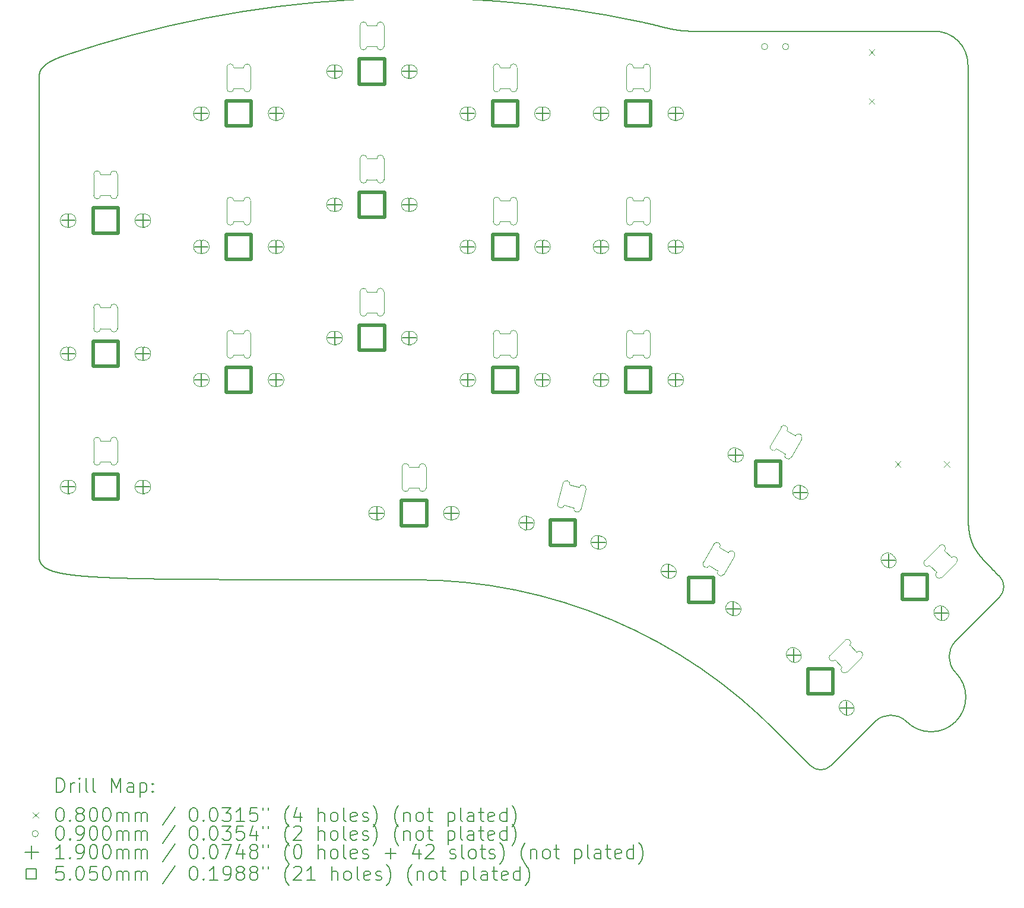
<source format=gbr>
%TF.GenerationSoftware,KiCad,Pcbnew,9.0.2*%
%TF.CreationDate,2025-10-01T20:59:57+01:00*%
%TF.ProjectId,swoopt-soldered,73776f6f-7074-42d7-936f-6c6465726564,0.2.2*%
%TF.SameCoordinates,Original*%
%TF.FileFunction,Drillmap*%
%TF.FilePolarity,Positive*%
%FSLAX45Y45*%
G04 Gerber Fmt 4.5, Leading zero omitted, Abs format (unit mm)*
G04 Created by KiCad (PCBNEW 9.0.2) date 2025-10-01 20:59:57*
%MOMM*%
%LPD*%
G01*
G04 APERTURE LIST*
%ADD10C,0.150000*%
%ADD11C,0.100000*%
%ADD12C,0.200000*%
%ADD13C,0.190000*%
%ADD14C,0.505000*%
G04 APERTURE END LIST*
D10*
X21225000Y-4825000D02*
X17750000Y-4825000D01*
X19750000Y-15300000D02*
G75*
G02*
X19450000Y-15300000I-150000J150000D01*
G01*
X13000000Y-12650000D02*
X13800000Y-12651379D01*
X22150000Y-12600000D02*
G75*
G02*
X22150000Y-12900000I-150000J-150000D01*
G01*
X21699998Y-5300000D02*
X21700000Y-11600000D01*
X13000000Y-12650000D02*
X12803660Y-12649999D01*
X12707634Y-12649995D01*
X12613023Y-12649989D01*
X12519817Y-12649978D01*
X12428005Y-12649961D01*
X12337577Y-12649939D01*
X12292879Y-12649925D01*
X12248523Y-12649908D01*
X12204507Y-12649890D01*
X12160831Y-12649870D01*
X12117493Y-12649847D01*
X12074492Y-12649821D01*
X12031827Y-12649793D01*
X11989496Y-12649762D01*
X11947497Y-12649728D01*
X11905830Y-12649691D01*
X11864494Y-12649651D01*
X11823486Y-12649607D01*
X11782807Y-12649560D01*
X11742453Y-12649509D01*
X11702425Y-12649455D01*
X11662720Y-12649396D01*
X11623338Y-12649334D01*
X11584277Y-12649268D01*
X11545536Y-12649197D01*
X11507114Y-12649121D01*
X11469009Y-12649042D01*
X11431219Y-12648957D01*
X11393745Y-12648868D01*
X11356583Y-12648773D01*
X11319734Y-12648674D01*
X11283195Y-12648569D01*
X11246966Y-12648459D01*
X11211045Y-12648344D01*
X11175431Y-12648223D01*
X11140122Y-12648096D01*
X11105118Y-12647963D01*
X11070416Y-12647824D01*
X11036016Y-12647679D01*
X11001917Y-12647528D01*
X10968116Y-12647370D01*
X10951327Y-12647289D01*
X10934613Y-12647206D01*
X10917972Y-12647121D01*
X10901406Y-12647035D01*
X10884913Y-12646947D01*
X10868494Y-12646857D01*
X10852149Y-12646766D01*
X10835876Y-12646672D01*
X10819677Y-12646577D01*
X10803551Y-12646480D01*
X10787497Y-12646382D01*
X10771517Y-12646281D01*
X10755608Y-12646179D01*
X10739772Y-12646075D01*
X10724008Y-12645969D01*
X10708316Y-12645861D01*
X10692696Y-12645751D01*
X10677147Y-12645639D01*
X10661670Y-12645525D01*
X10646265Y-12645409D01*
X10630930Y-12645292D01*
X10615666Y-12645172D01*
X10600474Y-12645050D01*
X10585352Y-12644927D01*
X10570300Y-12644801D01*
X10555319Y-12644673D01*
X10540408Y-12644543D01*
X10525567Y-12644411D01*
X10510795Y-12644277D01*
X10496094Y-12644141D01*
X10481462Y-12644002D01*
X10466899Y-12643862D01*
X10452406Y-12643719D01*
X10437981Y-12643574D01*
X10423626Y-12643427D01*
X10409339Y-12643277D01*
X10395121Y-12643126D01*
X10380971Y-12642972D01*
X10366889Y-12642816D01*
X10352875Y-12642657D01*
X10338930Y-12642496D01*
X10325051Y-12642333D01*
X10311241Y-12642168D01*
X10297498Y-12642000D01*
X10283822Y-12641830D01*
X10270213Y-12641657D01*
X10256672Y-12641482D01*
X10243196Y-12641305D01*
X10229788Y-12641125D01*
X10216446Y-12640942D01*
X10203170Y-12640758D01*
X10189960Y-12640570D01*
X10176817Y-12640380D01*
X10163738Y-12640188D01*
X10150726Y-12639993D01*
X10137779Y-12639796D01*
X10124897Y-12639596D01*
X10112081Y-12639393D01*
X10099329Y-12639188D01*
X10086642Y-12638980D01*
X10074020Y-12638769D01*
X10061462Y-12638556D01*
X10048969Y-12638340D01*
X10036540Y-12638121D01*
X10024174Y-12637900D01*
X10011873Y-12637676D01*
X9999635Y-12637449D01*
X9987461Y-12637220D01*
X9975350Y-12636987D01*
X9963302Y-12636752D01*
X9951317Y-12636514D01*
X9939395Y-12636273D01*
X9927535Y-12636030D01*
X9915738Y-12635783D01*
X9904004Y-12635534D01*
X9892332Y-12635281D01*
X9880721Y-12635026D01*
X9869173Y-12634768D01*
X9857686Y-12634507D01*
X9846261Y-12634243D01*
X9834897Y-12633976D01*
X9823594Y-12633706D01*
X9812352Y-12633432D01*
X9801172Y-12633156D01*
X9790051Y-12632877D01*
X9778992Y-12632595D01*
X9767993Y-12632310D01*
X9757054Y-12632021D01*
X9746175Y-12631730D01*
X9735356Y-12631435D01*
X9724597Y-12631137D01*
X9713897Y-12630836D01*
X9703257Y-12630532D01*
X9692676Y-12630225D01*
X9682154Y-12629914D01*
X9671691Y-12629600D01*
X9661287Y-12629283D01*
X9650941Y-12628963D01*
X9640654Y-12628639D01*
X9630425Y-12628312D01*
X9620254Y-12627982D01*
X9610141Y-12627648D01*
X9600086Y-12627311D01*
X9590088Y-12626971D01*
X9580148Y-12626627D01*
X9570265Y-12626280D01*
X9560439Y-12625930D01*
X9550671Y-12625576D01*
X9540959Y-12625218D01*
X9531303Y-12624857D01*
X9521705Y-12624493D01*
X9512162Y-12624125D01*
X9502676Y-12623754D01*
X9493245Y-12623379D01*
X9483871Y-12623000D01*
X9474552Y-12622618D01*
X9465288Y-12622232D01*
X9456080Y-12621843D01*
X9446927Y-12621450D01*
X9437829Y-12621054D01*
X9428786Y-12620654D01*
X9419798Y-12620250D01*
X9410864Y-12619842D01*
X9401984Y-12619431D01*
X9393159Y-12619016D01*
X9384387Y-12618597D01*
X9375670Y-12618175D01*
X9367006Y-12617749D01*
X9358396Y-12617319D01*
X9349839Y-12616885D01*
X9341335Y-12616447D01*
X9332884Y-12616006D01*
X9324486Y-12615560D01*
X9316141Y-12615111D01*
X9307849Y-12614658D01*
X9299609Y-12614201D01*
X9291421Y-12613740D01*
X9283285Y-12613275D01*
X9275201Y-12612807D01*
X9267169Y-12612334D01*
X9259188Y-12611857D01*
X9251259Y-12611376D01*
X9243381Y-12610891D01*
X9235554Y-12610402D01*
X9227778Y-12609910D01*
X9220053Y-12609413D01*
X9212378Y-12608912D01*
X9204754Y-12608406D01*
X9197180Y-12607897D01*
X9189656Y-12607384D01*
X9182182Y-12606866D01*
X9174758Y-12606344D01*
X9167384Y-12605818D01*
X9160059Y-12605288D01*
X9152783Y-12604754D01*
X9145557Y-12604215D01*
X9138379Y-12603672D01*
X9131250Y-12603125D01*
X9127704Y-12602850D01*
X9124170Y-12602573D01*
X9120648Y-12602296D01*
X9117138Y-12602018D01*
X9113640Y-12601738D01*
X9110155Y-12601458D01*
X9106681Y-12601176D01*
X9103219Y-12600893D01*
X9099770Y-12600609D01*
X9096332Y-12600324D01*
X9092906Y-12600038D01*
X9089493Y-12599751D01*
X9086091Y-12599463D01*
X9082701Y-12599174D01*
X9079323Y-12598883D01*
X9075957Y-12598592D01*
X9072602Y-12598299D01*
X9069260Y-12598005D01*
X9065929Y-12597710D01*
X9062610Y-12597414D01*
X9059303Y-12597117D01*
X9056007Y-12596819D01*
X9052723Y-12596520D01*
X9049451Y-12596219D01*
X9046191Y-12595918D01*
X9042942Y-12595615D01*
X9039705Y-12595311D01*
X9036479Y-12595006D01*
X9033265Y-12594700D01*
X9030063Y-12594393D01*
X9026872Y-12594085D01*
X9023692Y-12593775D01*
X9020525Y-12593464D01*
X9017368Y-12593153D01*
X9014223Y-12592840D01*
X9011090Y-12592526D01*
X9007968Y-12592211D01*
X9004857Y-12591894D01*
X9001758Y-12591577D01*
X8998670Y-12591258D01*
X8995594Y-12590938D01*
X8992528Y-12590617D01*
X8989475Y-12590295D01*
X8986432Y-12589972D01*
X8983401Y-12589647D01*
X8980380Y-12589322D01*
X8977372Y-12588995D01*
X8974374Y-12588667D01*
X8971387Y-12588338D01*
X8968412Y-12588007D01*
X8965448Y-12587676D01*
X8962495Y-12587343D01*
X8959553Y-12587009D01*
X8956622Y-12586674D01*
X8953702Y-12586338D01*
X8950793Y-12586000D01*
X8947895Y-12585662D01*
X8945009Y-12585322D01*
X8942133Y-12584981D01*
X8939268Y-12584639D01*
X8936414Y-12584295D01*
X8933571Y-12583951D01*
X8930739Y-12583605D01*
X8927918Y-12583258D01*
X8925107Y-12582910D01*
X8922308Y-12582560D01*
X8919519Y-12582210D01*
X8916741Y-12581858D01*
X8913974Y-12581505D01*
X8911217Y-12581151D01*
X8908472Y-12580795D01*
X8905737Y-12580438D01*
X8903012Y-12580080D01*
X8900299Y-12579721D01*
X8897596Y-12579361D01*
X8894903Y-12578999D01*
X8892222Y-12578636D01*
X8889550Y-12578272D01*
X8886890Y-12577907D01*
X8884240Y-12577540D01*
X8881600Y-12577172D01*
X8878971Y-12576803D01*
X8876353Y-12576433D01*
X8873745Y-12576062D01*
X8871147Y-12575689D01*
X8868560Y-12575315D01*
X8865983Y-12574939D01*
X8863417Y-12574563D01*
X8860861Y-12574185D01*
X8858315Y-12573806D01*
X8855780Y-12573426D01*
X8853255Y-12573044D01*
X8850740Y-12572661D01*
X8848235Y-12572277D01*
X8845741Y-12571892D01*
X8843257Y-12571505D01*
X8840783Y-12571117D01*
X8838320Y-12570728D01*
X8835866Y-12570337D01*
X8833423Y-12569945D01*
X8830990Y-12569552D01*
X8828566Y-12569158D01*
X8826153Y-12568762D01*
X8823750Y-12568365D01*
X8821357Y-12567967D01*
X8818975Y-12567568D01*
X8816602Y-12567167D01*
X8814239Y-12566765D01*
X8811886Y-12566361D01*
X8809543Y-12565957D01*
X8807209Y-12565551D01*
X8804886Y-12565143D01*
X8802573Y-12564735D01*
X8800269Y-12564325D01*
X8797975Y-12563914D01*
X8795692Y-12563501D01*
X8793418Y-12563087D01*
X8791153Y-12562672D01*
X8788899Y-12562256D01*
X8786654Y-12561838D01*
X8784419Y-12561419D01*
X8782193Y-12560998D01*
X8779977Y-12560576D01*
X8777771Y-12560153D01*
X8775575Y-12559729D01*
X8773388Y-12559303D01*
X8771211Y-12558876D01*
X8769043Y-12558447D01*
X8766885Y-12558017D01*
X8764736Y-12557586D01*
X8762597Y-12557154D01*
X8760467Y-12556720D01*
X8758347Y-12556285D01*
X8756237Y-12555848D01*
X8754135Y-12555410D01*
X8752043Y-12554971D01*
X8749961Y-12554530D01*
X8747888Y-12554088D01*
X8745824Y-12553645D01*
X8743769Y-12553200D01*
X8741724Y-12552754D01*
X8739688Y-12552307D01*
X8737662Y-12551858D01*
X8735644Y-12551408D01*
X8733636Y-12550956D01*
X8731637Y-12550503D01*
X8729648Y-12550049D01*
X8727667Y-12549593D01*
X8725695Y-12549136D01*
X8723733Y-12548678D01*
X8721780Y-12548218D01*
X8719836Y-12547756D01*
X8717901Y-12547294D01*
X8715974Y-12546830D01*
X8714057Y-12546364D01*
X8712149Y-12545898D01*
X8710250Y-12545429D01*
X8708360Y-12544960D01*
X8706479Y-12544489D01*
X8704607Y-12544016D01*
X8702743Y-12543542D01*
X8700889Y-12543067D01*
X8699043Y-12542590D01*
X8697206Y-12542112D01*
X8695378Y-12541633D01*
X8693559Y-12541152D01*
X8691749Y-12540670D01*
X8689947Y-12540186D01*
X8688154Y-12539701D01*
X8686370Y-12539214D01*
X8684594Y-12538726D01*
X8682827Y-12538237D01*
X8681069Y-12537746D01*
X8679320Y-12537253D01*
X8677579Y-12536759D01*
X8675846Y-12536264D01*
X8674123Y-12535768D01*
X8672407Y-12535270D01*
X8670701Y-12534770D01*
X8669002Y-12534269D01*
X8667313Y-12533767D01*
X8665631Y-12533263D01*
X8663958Y-12532757D01*
X8662294Y-12532250D01*
X8660638Y-12531742D01*
X8658990Y-12531232D01*
X8657351Y-12530721D01*
X8655720Y-12530209D01*
X8654098Y-12529694D01*
X8652484Y-12529179D01*
X8650878Y-12528662D01*
X8649280Y-12528143D01*
X8647690Y-12527623D01*
X8646109Y-12527102D01*
X8644536Y-12526579D01*
X8642971Y-12526054D01*
X8641415Y-12525528D01*
X8639866Y-12525001D01*
X8638326Y-12524472D01*
X8636793Y-12523942D01*
X8635269Y-12523410D01*
X8633753Y-12522876D01*
X8632245Y-12522342D01*
X8630744Y-12521805D01*
X8629252Y-12521267D01*
X8627768Y-12520728D01*
X8626292Y-12520187D01*
X8624824Y-12519645D01*
X8623363Y-12519101D01*
X8621911Y-12518555D01*
X8620466Y-12518008D01*
X8619030Y-12517460D01*
X8617601Y-12516910D01*
X8616180Y-12516358D01*
X8614766Y-12515805D01*
X8613361Y-12515251D01*
X8611963Y-12514695D01*
X8610573Y-12514137D01*
X8609191Y-12513578D01*
X8607816Y-12513018D01*
X8606449Y-12512455D01*
X8605090Y-12511892D01*
X8603738Y-12511326D01*
X8602394Y-12510760D01*
X8601058Y-12510191D01*
X8599729Y-12509621D01*
X8598407Y-12509050D01*
X8597094Y-12508477D01*
X8595787Y-12507903D01*
X8594489Y-12507327D01*
X8593197Y-12506749D01*
X8591913Y-12506170D01*
X8590637Y-12505589D01*
X8589368Y-12505007D01*
X8588106Y-12504423D01*
X8586852Y-12503837D01*
X8585605Y-12503250D01*
X8584365Y-12502662D01*
X8583133Y-12502072D01*
X8581908Y-12501480D01*
X8580690Y-12500887D01*
X8579480Y-12500292D01*
X8578276Y-12499695D01*
X8577080Y-12499097D01*
X8575891Y-12498498D01*
X8574709Y-12497897D01*
X8573535Y-12497294D01*
X8572367Y-12496689D01*
X8571207Y-12496083D01*
X8570054Y-12495476D01*
X8568907Y-12494867D01*
X8567768Y-12494256D01*
X8566636Y-12493644D01*
X8565511Y-12493030D01*
X8564393Y-12492414D01*
X8563281Y-12491797D01*
X8562177Y-12491178D01*
X8561080Y-12490558D01*
X8559989Y-12489936D01*
X8558905Y-12489312D01*
X8557829Y-12488687D01*
X8556759Y-12488060D01*
X8555696Y-12487431D01*
X8554639Y-12486801D01*
X8553590Y-12486170D01*
X8552547Y-12485536D01*
X8551511Y-12484901D01*
X8550482Y-12484265D01*
X8549459Y-12483626D01*
X8548443Y-12482986D01*
X8547434Y-12482345D01*
X8546431Y-12481702D01*
X8545435Y-12481057D01*
X8544445Y-12480410D01*
X8543462Y-12479762D01*
X8542486Y-12479113D01*
X8541516Y-12478461D01*
X8540553Y-12477808D01*
X8539596Y-12477153D01*
X8538646Y-12476497D01*
X8537702Y-12475839D01*
X8536764Y-12475179D01*
X8535833Y-12474518D01*
X8534908Y-12473855D01*
X8533990Y-12473190D01*
X8533078Y-12472524D01*
X8532172Y-12471856D01*
X8531273Y-12471186D01*
X8530380Y-12470515D01*
X8529493Y-12469842D01*
X8528612Y-12469167D01*
X8527738Y-12468490D01*
X8526870Y-12467812D01*
X8526008Y-12467132D01*
X8525152Y-12466451D01*
X8524303Y-12465768D01*
X8523459Y-12465083D01*
X8522622Y-12464396D01*
X8521790Y-12463708D01*
X8520965Y-12463018D01*
X8520146Y-12462326D01*
X8519333Y-12461633D01*
X8518525Y-12460938D01*
X8517724Y-12460241D01*
X8516929Y-12459543D01*
X8516139Y-12458842D01*
X8515356Y-12458141D01*
X8514578Y-12457437D01*
X8513807Y-12456732D01*
X8513041Y-12456024D01*
X8512281Y-12455316D01*
X8511527Y-12454605D01*
X8510779Y-12453893D01*
X8510036Y-12453179D01*
X8509299Y-12452463D01*
X8508568Y-12451746D01*
X8507843Y-12451027D01*
X8507123Y-12450306D01*
X8506409Y-12449583D01*
X8505701Y-12448859D01*
X8504998Y-12448132D01*
X8504301Y-12447405D01*
X8503609Y-12446675D01*
X8502923Y-12445944D01*
X8502243Y-12445210D01*
X8501568Y-12444476D01*
X8500899Y-12443739D01*
X8500235Y-12443000D01*
X8499577Y-12442260D01*
X8498924Y-12441518D01*
X8498276Y-12440775D01*
X8497634Y-12440029D01*
X8496997Y-12439282D01*
X8496366Y-12438533D01*
X8495740Y-12437782D01*
X8495119Y-12437030D01*
X8494504Y-12436275D01*
X8493894Y-12435519D01*
X8493289Y-12434761D01*
X8492690Y-12434002D01*
X8492095Y-12433240D01*
X8491506Y-12432477D01*
X8490922Y-12431712D01*
X8490343Y-12430945D01*
X8489770Y-12430177D01*
X8489201Y-12429406D01*
X8488638Y-12428634D01*
X8488079Y-12427860D01*
X8487526Y-12427084D01*
X8486978Y-12426307D01*
X8486435Y-12425527D01*
X8485896Y-12424746D01*
X8485363Y-12423963D01*
X8484835Y-12423178D01*
X8484311Y-12422391D01*
X8483793Y-12421603D01*
X8483280Y-12420813D01*
X8482771Y-12420020D01*
X8482267Y-12419226D01*
X8481768Y-12418431D01*
X8481274Y-12417633D01*
X8480785Y-12416834D01*
X8480300Y-12416032D01*
X8479820Y-12415229D01*
X8479345Y-12414424D01*
X8478875Y-12413618D01*
X8478409Y-12412809D01*
X8477948Y-12411999D01*
X8477492Y-12411186D01*
X8477040Y-12410372D01*
X8476593Y-12409556D01*
X8476151Y-12408738D01*
X8475713Y-12407919D01*
X8475279Y-12407097D01*
X8474850Y-12406274D01*
X8474426Y-12405448D01*
X8474006Y-12404621D01*
X8473591Y-12403792D01*
X8473180Y-12402962D01*
X8472774Y-12402129D01*
X8472371Y-12401294D01*
X8471974Y-12400458D01*
X8471580Y-12399619D01*
X8471191Y-12398779D01*
X8470807Y-12397937D01*
X8470426Y-12397093D01*
X8470050Y-12396247D01*
X8469679Y-12395400D01*
X8469311Y-12394550D01*
X8468948Y-12393699D01*
X8468589Y-12392845D01*
X8468234Y-12391990D01*
X8467883Y-12391133D01*
X8467536Y-12390274D01*
X8467194Y-12389413D01*
X8466855Y-12388550D01*
X8466521Y-12387685D01*
X8466191Y-12386818D01*
X8465865Y-12385950D01*
X8465542Y-12385079D01*
X8465224Y-12384207D01*
X8464910Y-12383333D01*
X8464600Y-12382456D01*
X8464294Y-12381578D01*
X8463991Y-12380698D01*
X8463693Y-12379816D01*
X8463398Y-12378932D01*
X8463107Y-12378046D01*
X8462820Y-12377159D01*
X8462537Y-12376269D01*
X8462258Y-12375377D01*
X8461982Y-12374484D01*
X8461711Y-12373588D01*
X8461443Y-12372691D01*
X8461178Y-12371791D01*
X8460918Y-12370890D01*
X8460661Y-12369987D01*
X8460407Y-12369082D01*
X8460158Y-12368174D01*
X8459912Y-12367265D01*
X8459669Y-12366354D01*
X8459430Y-12365441D01*
X8459195Y-12364526D01*
X8458963Y-12363609D01*
X8458735Y-12362690D01*
X8458510Y-12361769D01*
X8458289Y-12360847D01*
X8458071Y-12359922D01*
X8457857Y-12358995D01*
X8457646Y-12358066D01*
X8457438Y-12357136D01*
X8457234Y-12356203D01*
X8457033Y-12355268D01*
X8456835Y-12354332D01*
X8456641Y-12353393D01*
X8456450Y-12352452D01*
X8456262Y-12351510D01*
X8456078Y-12350565D01*
X8455896Y-12349619D01*
X8455718Y-12348670D01*
X8455543Y-12347719D01*
X8455372Y-12346767D01*
X8455203Y-12345812D01*
X8455038Y-12344856D01*
X8454875Y-12343897D01*
X8454716Y-12342937D01*
X8454560Y-12341974D01*
X8454407Y-12341009D01*
X8454257Y-12340043D01*
X8454110Y-12339074D01*
X8453965Y-12338104D01*
X8453824Y-12337131D01*
X8453686Y-12336156D01*
X8453551Y-12335180D01*
X8453418Y-12334201D01*
X8453289Y-12333220D01*
X8453162Y-12332237D01*
X8453038Y-12331253D01*
X8452917Y-12330266D01*
X8452799Y-12329277D01*
X8452683Y-12328286D01*
X8452571Y-12327293D01*
X8452461Y-12326298D01*
X8452354Y-12325301D01*
X8452249Y-12324302D01*
X8452147Y-12323301D01*
X8452048Y-12322298D01*
X8451951Y-12321292D01*
X8451857Y-12320285D01*
X8451766Y-12319276D01*
X8451677Y-12318264D01*
X8451591Y-12317251D01*
X8451507Y-12316235D01*
X8451426Y-12315218D01*
X8451347Y-12314198D01*
X8451271Y-12313177D01*
X8451197Y-12312153D01*
X8451126Y-12311127D01*
X8451057Y-12310099D01*
X8450990Y-12309069D01*
X8450926Y-12308037D01*
X8450864Y-12307003D01*
X8450805Y-12305967D01*
X8450748Y-12304928D01*
X8450693Y-12303888D01*
X8450640Y-12302845D01*
X8450590Y-12301801D01*
X8450541Y-12300754D01*
X8450495Y-12299705D01*
X8450452Y-12298654D01*
X8450410Y-12297601D01*
X8450371Y-12296546D01*
X8450333Y-12295489D01*
X8450298Y-12294430D01*
X8450265Y-12293368D01*
X8450234Y-12292305D01*
X8450205Y-12291239D01*
X8450178Y-12290171D01*
X8450153Y-12289102D01*
X8450130Y-12288030D01*
X8450089Y-12285879D01*
X8450057Y-12283721D01*
X8450032Y-12281553D01*
X8450014Y-12279377D01*
X8450004Y-12277193D01*
X8450000Y-12275000D01*
X21525000Y-13975000D02*
G75*
G02*
X20824113Y-14674111I-350000J-350000D01*
G01*
X22150000Y-12600000D02*
X22150000Y-12600000D01*
X22131505Y-12581503D01*
X22122448Y-12572441D01*
X22113516Y-12563499D01*
X22104709Y-12554676D01*
X22096026Y-12545970D01*
X22087466Y-12537376D01*
X22083232Y-12533121D01*
X22079028Y-12528894D01*
X22074855Y-12524694D01*
X22070712Y-12520520D01*
X22066599Y-12516374D01*
X22062516Y-12512253D01*
X22058462Y-12508159D01*
X22054439Y-12504090D01*
X22050445Y-12500046D01*
X22046481Y-12496028D01*
X22042547Y-12492034D01*
X22038641Y-12488065D01*
X22034765Y-12484120D01*
X22030918Y-12480199D01*
X22027101Y-12476301D01*
X22023312Y-12472427D01*
X22019552Y-12468575D01*
X22015820Y-12464746D01*
X22012118Y-12460939D01*
X22008443Y-12457155D01*
X22004797Y-12453392D01*
X22001180Y-12449650D01*
X21997590Y-12445930D01*
X21994029Y-12442230D01*
X21990496Y-12438551D01*
X21986990Y-12434892D01*
X21983513Y-12431253D01*
X21980063Y-12427634D01*
X21976640Y-12424033D01*
X21973245Y-12420452D01*
X21969877Y-12416890D01*
X21966536Y-12413345D01*
X21963223Y-12409819D01*
X21959937Y-12406311D01*
X21956677Y-12402820D01*
X21955057Y-12401081D01*
X21953444Y-12399346D01*
X21951838Y-12397616D01*
X21950238Y-12395889D01*
X21948645Y-12394167D01*
X21947058Y-12392449D01*
X21945479Y-12390735D01*
X21943905Y-12389025D01*
X21942339Y-12387319D01*
X21940779Y-12385617D01*
X21939225Y-12383918D01*
X21937678Y-12382224D01*
X21936138Y-12380533D01*
X21934604Y-12378847D01*
X21933076Y-12377164D01*
X21931556Y-12375484D01*
X21930041Y-12373809D01*
X21928533Y-12372137D01*
X21927032Y-12370469D01*
X21925537Y-12368804D01*
X21924048Y-12367143D01*
X21922566Y-12365485D01*
X21921090Y-12363830D01*
X21919621Y-12362180D01*
X21918158Y-12360532D01*
X21916701Y-12358888D01*
X21915251Y-12357247D01*
X21913807Y-12355609D01*
X21912369Y-12353975D01*
X21910937Y-12352344D01*
X21909512Y-12350716D01*
X21908094Y-12349091D01*
X21906681Y-12347469D01*
X21905275Y-12345850D01*
X21903875Y-12344234D01*
X21902481Y-12342621D01*
X21901093Y-12341011D01*
X21899712Y-12339404D01*
X21898337Y-12337800D01*
X21896968Y-12336198D01*
X21895605Y-12334600D01*
X21894248Y-12333004D01*
X21892898Y-12331410D01*
X21891553Y-12329820D01*
X21890215Y-12328232D01*
X21888882Y-12326646D01*
X21887556Y-12325063D01*
X21886236Y-12323483D01*
X21884922Y-12321905D01*
X21883614Y-12320330D01*
X21882312Y-12318757D01*
X21881016Y-12317186D01*
X21879726Y-12315617D01*
X21878442Y-12314051D01*
X21877164Y-12312487D01*
X21875892Y-12310926D01*
X21874626Y-12309366D01*
X21873366Y-12307808D01*
X21872111Y-12306253D01*
X21870863Y-12304700D01*
X21869620Y-12303148D01*
X21868384Y-12301599D01*
X21867153Y-12300052D01*
X21865928Y-12298506D01*
X21864709Y-12296962D01*
X21863496Y-12295421D01*
X21862288Y-12293880D01*
X21861087Y-12292342D01*
X21859891Y-12290806D01*
X21858701Y-12289271D01*
X21857517Y-12287737D01*
X21856338Y-12286205D01*
X21855165Y-12284675D01*
X21853998Y-12283147D01*
X21852837Y-12281619D01*
X21851681Y-12280094D01*
X21850531Y-12278569D01*
X21849387Y-12277046D01*
X21848248Y-12275524D01*
X21847115Y-12274004D01*
X21845987Y-12272485D01*
X21844865Y-12270967D01*
X21843749Y-12269450D01*
X21842639Y-12267934D01*
X21841533Y-12266420D01*
X21840434Y-12264906D01*
X21839340Y-12263394D01*
X21838251Y-12261882D01*
X21837168Y-12260372D01*
X21836091Y-12258862D01*
X21835019Y-12257353D01*
X21833953Y-12255846D01*
X21832892Y-12254338D01*
X21831836Y-12252832D01*
X21830786Y-12251326D01*
X21829741Y-12249821D01*
X21828702Y-12248317D01*
X21827668Y-12246813D01*
X21826639Y-12245310D01*
X21825616Y-12243807D01*
X21824598Y-12242305D01*
X21823586Y-12240803D01*
X21822579Y-12239302D01*
X21821577Y-12237801D01*
X21820580Y-12236300D01*
X21819589Y-12234800D01*
X21818603Y-12233300D01*
X21817623Y-12231800D01*
X21816647Y-12230300D01*
X21815677Y-12228801D01*
X21814712Y-12227301D01*
X21813752Y-12225802D01*
X21812798Y-12224303D01*
X21811848Y-12222804D01*
X21810904Y-12221304D01*
X21809965Y-12219805D01*
X21809031Y-12218305D01*
X21808102Y-12216805D01*
X21807178Y-12215305D01*
X21806260Y-12213805D01*
X21805346Y-12212305D01*
X21804438Y-12210804D01*
X21803534Y-12209303D01*
X21802636Y-12207802D01*
X21801743Y-12206300D01*
X21800855Y-12204797D01*
X21799971Y-12203294D01*
X21799093Y-12201791D01*
X21798220Y-12200287D01*
X21797351Y-12198782D01*
X21796488Y-12197277D01*
X21795630Y-12195771D01*
X21794776Y-12194265D01*
X21793927Y-12192757D01*
X21793084Y-12191249D01*
X21792245Y-12189740D01*
X21791411Y-12188230D01*
X21790582Y-12186719D01*
X21789758Y-12185207D01*
X21788938Y-12183694D01*
X21788124Y-12182180D01*
X21787314Y-12180666D01*
X21786509Y-12179149D01*
X21785709Y-12177632D01*
X21784913Y-12176114D01*
X21784123Y-12174594D01*
X21783337Y-12173073D01*
X21782555Y-12171551D01*
X21781779Y-12170028D01*
X21781007Y-12168503D01*
X21780240Y-12166977D01*
X21779477Y-12165449D01*
X21778720Y-12163920D01*
X21777966Y-12162389D01*
X21777218Y-12160857D01*
X21776474Y-12159323D01*
X21775735Y-12157787D01*
X21775000Y-12156250D01*
X21774270Y-12154711D01*
X21773544Y-12153170D01*
X21772823Y-12151628D01*
X21772107Y-12150083D01*
X21771395Y-12148537D01*
X21770687Y-12146989D01*
X21769984Y-12145439D01*
X21769286Y-12143887D01*
X21768592Y-12142333D01*
X21767902Y-12140777D01*
X21767217Y-12139219D01*
X21766537Y-12137658D01*
X21765860Y-12136096D01*
X21765189Y-12134531D01*
X21764521Y-12132964D01*
X21763858Y-12131395D01*
X21763199Y-12129823D01*
X21762545Y-12128249D01*
X21761895Y-12126673D01*
X21761249Y-12125094D01*
X21760608Y-12123513D01*
X21759971Y-12121929D01*
X21759338Y-12120343D01*
X21758709Y-12118754D01*
X21758085Y-12117162D01*
X21757465Y-12115568D01*
X21756849Y-12113971D01*
X21756238Y-12112372D01*
X21755630Y-12110769D01*
X21755027Y-12109164D01*
X21754428Y-12107556D01*
X21753833Y-12105945D01*
X21753242Y-12104331D01*
X21752656Y-12102714D01*
X21752073Y-12101094D01*
X21751495Y-12099471D01*
X21750921Y-12097845D01*
X21750350Y-12096216D01*
X21749784Y-12094583D01*
X21749222Y-12092948D01*
X21748664Y-12091309D01*
X21748110Y-12089667D01*
X21747560Y-12088022D01*
X21747014Y-12086373D01*
X21746472Y-12084721D01*
X21745934Y-12083065D01*
X21745400Y-12081406D01*
X21744870Y-12079744D01*
X21744344Y-12078078D01*
X21743822Y-12076408D01*
X21743303Y-12074735D01*
X21742789Y-12073058D01*
X21742278Y-12071378D01*
X21741771Y-12069693D01*
X21741269Y-12068005D01*
X21740770Y-12066313D01*
X21740274Y-12064618D01*
X21739783Y-12062918D01*
X21739295Y-12061214D01*
X21738812Y-12059507D01*
X21738332Y-12057795D01*
X21737855Y-12056080D01*
X21737383Y-12054360D01*
X21736914Y-12052637D01*
X21736449Y-12050909D01*
X21735988Y-12049177D01*
X21735530Y-12047441D01*
X21735076Y-12045700D01*
X21734626Y-12043955D01*
X21734179Y-12042206D01*
X21733736Y-12040452D01*
X21733297Y-12038695D01*
X21732861Y-12036932D01*
X21732429Y-12035165D01*
X21732000Y-12033394D01*
X21731575Y-12031618D01*
X21731154Y-12029837D01*
X21730736Y-12028052D01*
X21730321Y-12026262D01*
X21729910Y-12024467D01*
X21729503Y-12022668D01*
X21729099Y-12020864D01*
X21728699Y-12019055D01*
X21728302Y-12017241D01*
X21727908Y-12015422D01*
X21727518Y-12013598D01*
X21727132Y-12011770D01*
X21726748Y-12009936D01*
X21726368Y-12008097D01*
X21725992Y-12006253D01*
X21725619Y-12004404D01*
X21725249Y-12002550D01*
X21724883Y-12000690D01*
X21724520Y-11998826D01*
X21724160Y-11996956D01*
X21723804Y-11995081D01*
X21723451Y-11993200D01*
X21723101Y-11991314D01*
X21722754Y-11989422D01*
X21722411Y-11987525D01*
X21722071Y-11985623D01*
X21721734Y-11983715D01*
X21721400Y-11981801D01*
X21721070Y-11979882D01*
X21720742Y-11977957D01*
X21720418Y-11976026D01*
X21720097Y-11974090D01*
X21719780Y-11972148D01*
X21719465Y-11970200D01*
X21719153Y-11968246D01*
X21718845Y-11966286D01*
X21718539Y-11964320D01*
X21718237Y-11962349D01*
X21717938Y-11960371D01*
X21717642Y-11958387D01*
X21717349Y-11956397D01*
X21717058Y-11954402D01*
X21716771Y-11952399D01*
X21716487Y-11950391D01*
X21716206Y-11948377D01*
X21715928Y-11946356D01*
X21715653Y-11944329D01*
X21715380Y-11942295D01*
X21715111Y-11940255D01*
X21714845Y-11938209D01*
X21714581Y-11936156D01*
X21714320Y-11934097D01*
X21714063Y-11932031D01*
X21713808Y-11929959D01*
X21713556Y-11927880D01*
X21713306Y-11925794D01*
X21713060Y-11923702D01*
X21712816Y-11921603D01*
X21712575Y-11919497D01*
X21712337Y-11917384D01*
X21712102Y-11915265D01*
X21711870Y-11913138D01*
X21711640Y-11911005D01*
X21711413Y-11908865D01*
X21711189Y-11906717D01*
X21710967Y-11904563D01*
X21710748Y-11902402D01*
X21710532Y-11900233D01*
X21710318Y-11898058D01*
X21710107Y-11895875D01*
X21709899Y-11893685D01*
X21709693Y-11891487D01*
X21709490Y-11889283D01*
X21709289Y-11887071D01*
X21709091Y-11884851D01*
X21708896Y-11882625D01*
X21708703Y-11880390D01*
X21708513Y-11878149D01*
X21708325Y-11875899D01*
X21708140Y-11873643D01*
X21707957Y-11871378D01*
X21707777Y-11869106D01*
X21707599Y-11866826D01*
X21707424Y-11864539D01*
X21707251Y-11862244D01*
X21707081Y-11859941D01*
X21706913Y-11857630D01*
X21706747Y-11855311D01*
X21706584Y-11852984D01*
X21706423Y-11850650D01*
X21706264Y-11848307D01*
X21706108Y-11845957D01*
X21705954Y-11843598D01*
X21705803Y-11841231D01*
X21705654Y-11838856D01*
X21705507Y-11836473D01*
X21705362Y-11834082D01*
X21705220Y-11831682D01*
X21705080Y-11829275D01*
X21704942Y-11826858D01*
X21704807Y-11824434D01*
X21704673Y-11822001D01*
X21704542Y-11819560D01*
X21704413Y-11817110D01*
X21704286Y-11814651D01*
X21704162Y-11812184D01*
X21704039Y-11809709D01*
X21703919Y-11807225D01*
X21703801Y-11804732D01*
X21703685Y-11802230D01*
X21703571Y-11799720D01*
X21703459Y-11797201D01*
X21703349Y-11794673D01*
X21703241Y-11792136D01*
X21703135Y-11789591D01*
X21703031Y-11787036D01*
X21702930Y-11784473D01*
X21702830Y-11781900D01*
X21702732Y-11779318D01*
X21702637Y-11776728D01*
X21702543Y-11774128D01*
X21702451Y-11771519D01*
X21702361Y-11768901D01*
X21702273Y-11766273D01*
X21702187Y-11763637D01*
X21702103Y-11760991D01*
X21702021Y-11758335D01*
X21701940Y-11755670D01*
X21701862Y-11752996D01*
X21701785Y-11750312D01*
X21701710Y-11747619D01*
X21701637Y-11744917D01*
X21701566Y-11742204D01*
X21701496Y-11739482D01*
X21701428Y-11736751D01*
X21701298Y-11731258D01*
X21701175Y-11725727D01*
X21701059Y-11720156D01*
X21700949Y-11714546D01*
X21700846Y-11708895D01*
X21700749Y-11703204D01*
X21700659Y-11697473D01*
X21700575Y-11691701D01*
X21700498Y-11685887D01*
X21700426Y-11680032D01*
X21700361Y-11674135D01*
X21700301Y-11668196D01*
X21700247Y-11662215D01*
X21700198Y-11656191D01*
X21700156Y-11650124D01*
X21700118Y-11644013D01*
X21700086Y-11637859D01*
X21700060Y-11631661D01*
X21700038Y-11625418D01*
X21700021Y-11619131D01*
X21700009Y-11612799D01*
X21700002Y-11606422D01*
X21700000Y-11600000D01*
X8450000Y-5550000D02*
X8450000Y-12275000D01*
X21225000Y-4825000D02*
G75*
G02*
X21700000Y-5300000I0J-475000D01*
G01*
X20374997Y-14674997D02*
G75*
G02*
X20824113Y-14674111I225003J-225003D01*
G01*
X21525000Y-13975000D02*
G75*
G02*
X21525000Y-13525000I225000J225000D01*
G01*
X19750000Y-15300000D02*
X20375000Y-14675000D01*
X8796111Y-5178359D02*
G75*
G02*
X17075000Y-4700000I5003889J-14721641D01*
G01*
X17750000Y-4825000D02*
X17747154Y-4824996D01*
X17744300Y-4824984D01*
X17741438Y-4824964D01*
X17738567Y-4824936D01*
X17735688Y-4824900D01*
X17732801Y-4824856D01*
X17729905Y-4824803D01*
X17727001Y-4824743D01*
X17724087Y-4824674D01*
X17721165Y-4824597D01*
X17718234Y-4824512D01*
X17715293Y-4824419D01*
X17712344Y-4824317D01*
X17709384Y-4824207D01*
X17706416Y-4824089D01*
X17703437Y-4823962D01*
X17700449Y-4823827D01*
X17697451Y-4823684D01*
X17694443Y-4823532D01*
X17691425Y-4823371D01*
X17688396Y-4823202D01*
X17685357Y-4823024D01*
X17682307Y-4822838D01*
X17679246Y-4822643D01*
X17676174Y-4822439D01*
X17673091Y-4822227D01*
X17669997Y-4822006D01*
X17666891Y-4821776D01*
X17663774Y-4821537D01*
X17660644Y-4821289D01*
X17657503Y-4821032D01*
X17654349Y-4820767D01*
X17651183Y-4820492D01*
X17648005Y-4820208D01*
X17644813Y-4819915D01*
X17641609Y-4819612D01*
X17638391Y-4819301D01*
X17635160Y-4818980D01*
X17631915Y-4818649D01*
X17628656Y-4818310D01*
X17625383Y-4817960D01*
X17622096Y-4817602D01*
X17618794Y-4817233D01*
X17615477Y-4816855D01*
X17612144Y-4816467D01*
X17608796Y-4816069D01*
X17605433Y-4815662D01*
X17602053Y-4815244D01*
X17598657Y-4814816D01*
X17595244Y-4814378D01*
X17591815Y-4813930D01*
X17588367Y-4813472D01*
X17584902Y-4813003D01*
X17581419Y-4812524D01*
X17577918Y-4812034D01*
X17574398Y-4811533D01*
X17570858Y-4811022D01*
X17567299Y-4810499D01*
X17563719Y-4809966D01*
X17560120Y-4809421D01*
X17556499Y-4808866D01*
X17552856Y-4808298D01*
X17549192Y-4807720D01*
X17545505Y-4807130D01*
X17541795Y-4806528D01*
X17538061Y-4805914D01*
X17534303Y-4805288D01*
X17530520Y-4804649D01*
X17526712Y-4803999D01*
X17522877Y-4803336D01*
X17519016Y-4802660D01*
X17515126Y-4801971D01*
X17511209Y-4801269D01*
X17507262Y-4800553D01*
X17503284Y-4799824D01*
X17499276Y-4799082D01*
X17495236Y-4798325D01*
X17491163Y-4797554D01*
X17487055Y-4796768D01*
X17482912Y-4795968D01*
X17478733Y-4795152D01*
X17474516Y-4794321D01*
X17470260Y-4793474D01*
X17465963Y-4792611D01*
X17461624Y-4791731D01*
X17457242Y-4790834D01*
X17452813Y-4789920D01*
X17448338Y-4788988D01*
X17443813Y-4788037D01*
X17439236Y-4787067D01*
X17434605Y-4786078D01*
X17429917Y-4785069D01*
X17425170Y-4784038D01*
X17420360Y-4782986D01*
X17415485Y-4781912D01*
X17410539Y-4780814D01*
X17405521Y-4779691D01*
X17400424Y-4778543D01*
X17395243Y-4777368D01*
X17389975Y-4776165D01*
X17384611Y-4774931D01*
X17379145Y-4773667D01*
X17373569Y-4772368D01*
X17367874Y-4771034D01*
X17362048Y-4769661D01*
X17356080Y-4768247D01*
X17349955Y-4766787D01*
X17343654Y-4765277D01*
X17337157Y-4763712D01*
X17330436Y-4762085D01*
X17323459Y-4760388D01*
X17316183Y-4758610D01*
X17308548Y-4756736D01*
X17300475Y-4754747D01*
X17291847Y-4752613D01*
X17282474Y-4750287D01*
X17272029Y-4747687D01*
X17259804Y-4744637D01*
X17243578Y-4740582D01*
X17233776Y-4738132D01*
X17223973Y-4735683D01*
X17214171Y-4733239D01*
X17204368Y-4730799D01*
X17199467Y-4729583D01*
X17194566Y-4728368D01*
X17189665Y-4727155D01*
X17184763Y-4725945D01*
X17179862Y-4724738D01*
X17174961Y-4723534D01*
X17170060Y-4722333D01*
X17165159Y-4721135D01*
X17160257Y-4719941D01*
X17155356Y-4718751D01*
X17150455Y-4717565D01*
X17145554Y-4716384D01*
X17140652Y-4715207D01*
X17135751Y-4714035D01*
X17130850Y-4712868D01*
X17125949Y-4711706D01*
X17121047Y-4710550D01*
X17116146Y-4709400D01*
X17111245Y-4708255D01*
X17106344Y-4707117D01*
X17101443Y-4705985D01*
X17096541Y-4704860D01*
X17091640Y-4703742D01*
X17086739Y-4702631D01*
X17084152Y-4702047D01*
X17081564Y-4701466D01*
X17079019Y-4700896D01*
X17076474Y-4700328D01*
X17075000Y-4700000D01*
X21525000Y-13525000D02*
X22150000Y-12900000D01*
X8450000Y-5550000D02*
X8449997Y-5544264D01*
X8449992Y-5540125D01*
X8449985Y-5533398D01*
X8449984Y-5530062D01*
X8449987Y-5526744D01*
X8449993Y-5523444D01*
X8450004Y-5520161D01*
X8450021Y-5516896D01*
X8450045Y-5513648D01*
X8450060Y-5512030D01*
X8450077Y-5510417D01*
X8450096Y-5508808D01*
X8450117Y-5507202D01*
X8450142Y-5505601D01*
X8450168Y-5504004D01*
X8450198Y-5502411D01*
X8450230Y-5500822D01*
X8450265Y-5499238D01*
X8450304Y-5497657D01*
X8450345Y-5496080D01*
X8450390Y-5494506D01*
X8450439Y-5492937D01*
X8450491Y-5491372D01*
X8450546Y-5489810D01*
X8450606Y-5488252D01*
X8450670Y-5486698D01*
X8450737Y-5485148D01*
X8450809Y-5483601D01*
X8450885Y-5482058D01*
X8450966Y-5480519D01*
X8451051Y-5478983D01*
X8451141Y-5477450D01*
X8451236Y-5475922D01*
X8451336Y-5474397D01*
X8451440Y-5472875D01*
X8451551Y-5471357D01*
X8451666Y-5469842D01*
X8451787Y-5468330D01*
X8451913Y-5466822D01*
X8452045Y-5465317D01*
X8452183Y-5463816D01*
X8452327Y-5462318D01*
X8452477Y-5460823D01*
X8452633Y-5459331D01*
X8452796Y-5457842D01*
X8452965Y-5456357D01*
X8453140Y-5454875D01*
X8453322Y-5453396D01*
X8453511Y-5451919D01*
X8453707Y-5450446D01*
X8453910Y-5448976D01*
X8454120Y-5447509D01*
X8454338Y-5446045D01*
X8454563Y-5444584D01*
X8454795Y-5443125D01*
X8454915Y-5442397D01*
X8455036Y-5441670D01*
X8455159Y-5440943D01*
X8455284Y-5440217D01*
X8455411Y-5439492D01*
X8455540Y-5438767D01*
X8455670Y-5438043D01*
X8455803Y-5437320D01*
X8455939Y-5436597D01*
X8456076Y-5435875D01*
X8456215Y-5435154D01*
X8456356Y-5434434D01*
X8456500Y-5433714D01*
X8456645Y-5432995D01*
X8456793Y-5432276D01*
X8456942Y-5431558D01*
X8457094Y-5430841D01*
X8457249Y-5430124D01*
X8457405Y-5429408D01*
X8457564Y-5428693D01*
X8457724Y-5427979D01*
X8457887Y-5427265D01*
X8458053Y-5426551D01*
X8458220Y-5425838D01*
X8458390Y-5425126D01*
X8458562Y-5424415D01*
X8458737Y-5423704D01*
X8458914Y-5422994D01*
X8459093Y-5422284D01*
X8459274Y-5421575D01*
X8459458Y-5420866D01*
X8459645Y-5420158D01*
X8459833Y-5419451D01*
X8460025Y-5418745D01*
X8460218Y-5418038D01*
X8460414Y-5417333D01*
X8460613Y-5416628D01*
X8460814Y-5415924D01*
X8461018Y-5415220D01*
X8461224Y-5414517D01*
X8461432Y-5413814D01*
X8461644Y-5413112D01*
X8461857Y-5412410D01*
X8462074Y-5411709D01*
X8462293Y-5411009D01*
X8462514Y-5410309D01*
X8462739Y-5409610D01*
X8462966Y-5408911D01*
X8463195Y-5408213D01*
X8463427Y-5407515D01*
X8463662Y-5406818D01*
X8463900Y-5406121D01*
X8464140Y-5405425D01*
X8464383Y-5404729D01*
X8464629Y-5404034D01*
X8464878Y-5403339D01*
X8465129Y-5402645D01*
X8465383Y-5401951D01*
X8465640Y-5401258D01*
X8465900Y-5400566D01*
X8466163Y-5399873D01*
X8466428Y-5399182D01*
X8466697Y-5398491D01*
X8466968Y-5397800D01*
X8467243Y-5397110D01*
X8467520Y-5396420D01*
X8467800Y-5395731D01*
X8468083Y-5395042D01*
X8468369Y-5394353D01*
X8468658Y-5393665D01*
X8468950Y-5392978D01*
X8469245Y-5392291D01*
X8469543Y-5391604D01*
X8469845Y-5390918D01*
X8470149Y-5390232D01*
X8470456Y-5389547D01*
X8470767Y-5388862D01*
X8471080Y-5388178D01*
X8471397Y-5387494D01*
X8471716Y-5386810D01*
X8472039Y-5386127D01*
X8472366Y-5385444D01*
X8472695Y-5384762D01*
X8473027Y-5384080D01*
X8473363Y-5383399D01*
X8473702Y-5382718D01*
X8474044Y-5382037D01*
X8474390Y-5381356D01*
X8474739Y-5380676D01*
X8475091Y-5379997D01*
X8475446Y-5379318D01*
X8475805Y-5378639D01*
X8476167Y-5377960D01*
X8476532Y-5377282D01*
X8476901Y-5376604D01*
X8477273Y-5375927D01*
X8477649Y-5375250D01*
X8478028Y-5374573D01*
X8478411Y-5373897D01*
X8478796Y-5373221D01*
X8479186Y-5372545D01*
X8479579Y-5371870D01*
X8479975Y-5371195D01*
X8480375Y-5370520D01*
X8480778Y-5369846D01*
X8481185Y-5369172D01*
X8481596Y-5368498D01*
X8482010Y-5367825D01*
X8482428Y-5367152D01*
X8482849Y-5366479D01*
X8483274Y-5365807D01*
X8483703Y-5365135D01*
X8484135Y-5364463D01*
X8484571Y-5363791D01*
X8485010Y-5363120D01*
X8485454Y-5362449D01*
X8485901Y-5361778D01*
X8486351Y-5361108D01*
X8486806Y-5360438D01*
X8487264Y-5359768D01*
X8487726Y-5359098D01*
X8488192Y-5358429D01*
X8488662Y-5357760D01*
X8489135Y-5357091D01*
X8489612Y-5356422D01*
X8490093Y-5355754D01*
X8490578Y-5355086D01*
X8491067Y-5354418D01*
X8491560Y-5353750D01*
X8492057Y-5353083D01*
X8492558Y-5352416D01*
X8493062Y-5351749D01*
X8493571Y-5351082D01*
X8494083Y-5350416D01*
X8494600Y-5349749D01*
X8495120Y-5349083D01*
X8495645Y-5348417D01*
X8496174Y-5347752D01*
X8496706Y-5347086D01*
X8497243Y-5346421D01*
X8497784Y-5345756D01*
X8498329Y-5345091D01*
X8498878Y-5344426D01*
X8499431Y-5343762D01*
X8499988Y-5343097D01*
X8500550Y-5342433D01*
X8501116Y-5341769D01*
X8501686Y-5341105D01*
X8502260Y-5340441D01*
X8502838Y-5339778D01*
X8503421Y-5339114D01*
X8504007Y-5338451D01*
X8504599Y-5337788D01*
X8505194Y-5337125D01*
X8505794Y-5336462D01*
X8506398Y-5335800D01*
X8507006Y-5335137D01*
X8507619Y-5334475D01*
X8508236Y-5333812D01*
X8508857Y-5333150D01*
X8509483Y-5332488D01*
X8510113Y-5331826D01*
X8510748Y-5331164D01*
X8511387Y-5330503D01*
X8512031Y-5329841D01*
X8512679Y-5329180D01*
X8513332Y-5328518D01*
X8513989Y-5327857D01*
X8514650Y-5327195D01*
X8515316Y-5326534D01*
X8515987Y-5325873D01*
X8516662Y-5325212D01*
X8517342Y-5324551D01*
X8518027Y-5323890D01*
X8518716Y-5323230D01*
X8519409Y-5322569D01*
X8520108Y-5321908D01*
X8520811Y-5321247D01*
X8521518Y-5320587D01*
X8522231Y-5319926D01*
X8522948Y-5319266D01*
X8523670Y-5318605D01*
X8524396Y-5317945D01*
X8525127Y-5317284D01*
X8525863Y-5316624D01*
X8526604Y-5315964D01*
X8527350Y-5315303D01*
X8528100Y-5314643D01*
X8528856Y-5313983D01*
X8529616Y-5313322D01*
X8530381Y-5312662D01*
X8531151Y-5312002D01*
X8531925Y-5311341D01*
X8532705Y-5310681D01*
X8533490Y-5310021D01*
X8534279Y-5309360D01*
X8535074Y-5308700D01*
X8535873Y-5308040D01*
X8536677Y-5307379D01*
X8537487Y-5306719D01*
X8538301Y-5306058D01*
X8539121Y-5305398D01*
X8539945Y-5304737D01*
X8540775Y-5304077D01*
X8541610Y-5303416D01*
X8542449Y-5302756D01*
X8543294Y-5302095D01*
X8544144Y-5301434D01*
X8545000Y-5300773D01*
X8545860Y-5300112D01*
X8546725Y-5299451D01*
X8547596Y-5298790D01*
X8548472Y-5298129D01*
X8549353Y-5297468D01*
X8550239Y-5296806D01*
X8551131Y-5296145D01*
X8552028Y-5295484D01*
X8552930Y-5294822D01*
X8553837Y-5294160D01*
X8554750Y-5293499D01*
X8555668Y-5292837D01*
X8556591Y-5292175D01*
X8557520Y-5291512D01*
X8558454Y-5290850D01*
X8559394Y-5290188D01*
X8560339Y-5289525D01*
X8561289Y-5288863D01*
X8562245Y-5288200D01*
X8563206Y-5287537D01*
X8564173Y-5286874D01*
X8565145Y-5286211D01*
X8566123Y-5285548D01*
X8567106Y-5284884D01*
X8568094Y-5284220D01*
X8569089Y-5283557D01*
X8570089Y-5282893D01*
X8571094Y-5282229D01*
X8572105Y-5281564D01*
X8573121Y-5280900D01*
X8574144Y-5280235D01*
X8575171Y-5279570D01*
X8576205Y-5278905D01*
X8577244Y-5278240D01*
X8578289Y-5277575D01*
X8579339Y-5276909D01*
X8580396Y-5276243D01*
X8581458Y-5275577D01*
X8582525Y-5274911D01*
X8583599Y-5274245D01*
X8584678Y-5273578D01*
X8585763Y-5272911D01*
X8586854Y-5272244D01*
X8587951Y-5271577D01*
X8589053Y-5270909D01*
X8590162Y-5270241D01*
X8591276Y-5269573D01*
X8592396Y-5268905D01*
X8593522Y-5268237D01*
X8594654Y-5267568D01*
X8595792Y-5266899D01*
X8596936Y-5266230D01*
X8598085Y-5265560D01*
X8599241Y-5264890D01*
X8600403Y-5264220D01*
X8601571Y-5263550D01*
X8602744Y-5262879D01*
X8603924Y-5262209D01*
X8605110Y-5261537D01*
X8606302Y-5260866D01*
X8607500Y-5260194D01*
X8608704Y-5259522D01*
X8609914Y-5258850D01*
X8611131Y-5258177D01*
X8612353Y-5257504D01*
X8613582Y-5256831D01*
X8614817Y-5256158D01*
X8616058Y-5255484D01*
X8617305Y-5254810D01*
X8618558Y-5254135D01*
X8619818Y-5253460D01*
X8621084Y-5252785D01*
X8622356Y-5252110D01*
X8623635Y-5251434D01*
X8624920Y-5250758D01*
X8626211Y-5250081D01*
X8627508Y-5249404D01*
X8628812Y-5248727D01*
X8630122Y-5248049D01*
X8631439Y-5247371D01*
X8632762Y-5246693D01*
X8634091Y-5246014D01*
X8635427Y-5245335D01*
X8636769Y-5244656D01*
X8638118Y-5243976D01*
X8639473Y-5243296D01*
X8640835Y-5242615D01*
X8642203Y-5241934D01*
X8643578Y-5241253D01*
X8644959Y-5240571D01*
X8646347Y-5239889D01*
X8647741Y-5239206D01*
X8649142Y-5238523D01*
X8650549Y-5237840D01*
X8651964Y-5237156D01*
X8653384Y-5236472D01*
X8654812Y-5235787D01*
X8656246Y-5235102D01*
X8657686Y-5234417D01*
X8659134Y-5233731D01*
X8660588Y-5233044D01*
X8662049Y-5232357D01*
X8663516Y-5231670D01*
X8664991Y-5230982D01*
X8666472Y-5230294D01*
X8667960Y-5229606D01*
X8669454Y-5228917D01*
X8670956Y-5228227D01*
X8672464Y-5227537D01*
X8673979Y-5226846D01*
X8675501Y-5226155D01*
X8677030Y-5225464D01*
X8678566Y-5224772D01*
X8680109Y-5224080D01*
X8681658Y-5223387D01*
X8683215Y-5222693D01*
X8684778Y-5221999D01*
X8686349Y-5221305D01*
X8687926Y-5220610D01*
X8689510Y-5219914D01*
X8691102Y-5219218D01*
X8692700Y-5218522D01*
X8694306Y-5217825D01*
X8695918Y-5217127D01*
X8697538Y-5216429D01*
X8699165Y-5215731D01*
X8700799Y-5215032D01*
X8702440Y-5214332D01*
X8704088Y-5213632D01*
X8705743Y-5212931D01*
X8707406Y-5212230D01*
X8709075Y-5211528D01*
X8710752Y-5210825D01*
X8712436Y-5210122D01*
X8714127Y-5209419D01*
X8715826Y-5208715D01*
X8717532Y-5208010D01*
X8719245Y-5207305D01*
X8720965Y-5206599D01*
X8722693Y-5205892D01*
X8724428Y-5205185D01*
X8726170Y-5204478D01*
X8727920Y-5203770D01*
X8729677Y-5203061D01*
X8731441Y-5202351D01*
X8733213Y-5201641D01*
X8734992Y-5200931D01*
X8736779Y-5200219D01*
X8738573Y-5199508D01*
X8740374Y-5198795D01*
X8742183Y-5198082D01*
X8744000Y-5197368D01*
X8745824Y-5196654D01*
X8747656Y-5195939D01*
X8749495Y-5195223D01*
X8751341Y-5194507D01*
X8753196Y-5193790D01*
X8755058Y-5193072D01*
X8756927Y-5192354D01*
X8758804Y-5191635D01*
X8760689Y-5190916D01*
X8762581Y-5190195D01*
X8764481Y-5189474D01*
X8766389Y-5188753D01*
X8768304Y-5188031D01*
X8770227Y-5187308D01*
X8772158Y-5186584D01*
X8774097Y-5185860D01*
X8776043Y-5185135D01*
X8777997Y-5184409D01*
X8779959Y-5183682D01*
X8781929Y-5182955D01*
X8783906Y-5182228D01*
X8785891Y-5181499D01*
X8787885Y-5180770D01*
X8789886Y-5180040D01*
X8791895Y-5179309D01*
X8793911Y-5178578D01*
X8795936Y-5177845D01*
X19000000Y-14850000D02*
X19450000Y-15300000D01*
X13800000Y-12651379D02*
G75*
G02*
X19000000Y-14850000I0J-7248621D01*
G01*
D11*
X9230001Y-6867000D02*
X9230001Y-7167000D01*
X9470001Y-6867000D02*
X9330001Y-6867000D01*
X9470001Y-7167000D02*
X9330001Y-7167000D01*
X9570001Y-7167000D02*
X9570001Y-6867000D01*
X9230001Y-6867000D02*
G75*
G02*
X9330001Y-6867000I50000J0D01*
G01*
X9330001Y-7167000D02*
G75*
G02*
X9230001Y-7167000I-50000J0D01*
G01*
X9470001Y-6867000D02*
G75*
G02*
X9570001Y-6867000I50000J0D01*
G01*
X9570001Y-7167000D02*
G75*
G02*
X9470001Y-7167000I-50000J0D01*
G01*
X16830000Y-5342000D02*
X16830000Y-5642000D01*
X17070000Y-5342000D02*
X16930000Y-5342000D01*
X17070000Y-5642000D02*
X16930000Y-5642000D01*
X17170000Y-5642000D02*
X17170000Y-5342000D01*
X16830000Y-5342000D02*
G75*
G02*
X16930000Y-5342000I50000J0D01*
G01*
X16930000Y-5642000D02*
G75*
G02*
X16830000Y-5642000I-50000J0D01*
G01*
X17070000Y-5342000D02*
G75*
G02*
X17170000Y-5342000I50000J0D01*
G01*
X17170000Y-5642000D02*
G75*
G02*
X17070000Y-5642000I-50000J0D01*
G01*
X11130000Y-5342000D02*
X11130000Y-5642000D01*
X11370000Y-5342000D02*
X11230000Y-5342000D01*
X11370000Y-5642000D02*
X11230000Y-5642000D01*
X11470000Y-5642000D02*
X11470000Y-5342000D01*
X11130000Y-5342000D02*
G75*
G02*
X11230000Y-5342000I50000J0D01*
G01*
X11230000Y-5642000D02*
G75*
G02*
X11130000Y-5642000I-50000J0D01*
G01*
X11370000Y-5342000D02*
G75*
G02*
X11470000Y-5342000I50000J0D01*
G01*
X11470000Y-5642000D02*
G75*
G02*
X11370000Y-5642000I-50000J0D01*
G01*
X13029999Y-8542001D02*
X13029999Y-8842001D01*
X13269999Y-8542001D02*
X13129999Y-8542001D01*
X13269999Y-8842001D02*
X13129999Y-8842001D01*
X13369999Y-8842001D02*
X13369999Y-8542001D01*
X13029999Y-8542001D02*
G75*
G02*
X13129999Y-8542001I50000J0D01*
G01*
X13129999Y-8842001D02*
G75*
G02*
X13029999Y-8842001I-50000J0D01*
G01*
X13269999Y-8542001D02*
G75*
G02*
X13369999Y-8542001I50000J0D01*
G01*
X13369999Y-8842001D02*
G75*
G02*
X13269999Y-8842001I-50000J0D01*
G01*
X13030001Y-4741950D02*
X13030001Y-5041950D01*
X13270001Y-4741950D02*
X13130001Y-4741950D01*
X13270001Y-5041950D02*
X13130001Y-5041950D01*
X13370001Y-5041950D02*
X13370001Y-4741950D01*
X13030001Y-4741950D02*
G75*
G02*
X13130001Y-4741950I50000J0D01*
G01*
X13130001Y-5041950D02*
G75*
G02*
X13030001Y-5041950I-50000J0D01*
G01*
X13270001Y-4741950D02*
G75*
G02*
X13370001Y-4741950I50000J0D01*
G01*
X13370001Y-5041950D02*
G75*
G02*
X13270001Y-5041950I-50000J0D01*
G01*
X13630000Y-11042000D02*
X13630000Y-11342000D01*
X13870000Y-11042000D02*
X13730000Y-11042000D01*
X13870000Y-11342000D02*
X13730000Y-11342000D01*
X13970000Y-11342000D02*
X13970000Y-11042000D01*
X13630000Y-11042000D02*
G75*
G02*
X13730000Y-11042000I50000J0D01*
G01*
X13730000Y-11342000D02*
G75*
G02*
X13630000Y-11342000I-50000J0D01*
G01*
X13870000Y-11042000D02*
G75*
G02*
X13970000Y-11042000I50000J0D01*
G01*
X13970000Y-11342000D02*
G75*
G02*
X13870000Y-11342000I-50000J0D01*
G01*
X16829999Y-7242000D02*
X16829999Y-7542000D01*
X17069999Y-7242000D02*
X16929999Y-7242000D01*
X17069999Y-7542000D02*
X16929999Y-7542000D01*
X17169999Y-7542000D02*
X17169999Y-7242000D01*
X16829999Y-7242000D02*
G75*
G02*
X16929999Y-7242000I50000J0D01*
G01*
X16929999Y-7542000D02*
G75*
G02*
X16829999Y-7542000I-50000J0D01*
G01*
X17069999Y-7242000D02*
G75*
G02*
X17169999Y-7242000I50000J0D01*
G01*
X17169999Y-7542000D02*
G75*
G02*
X17069999Y-7542000I-50000J0D01*
G01*
X19903331Y-13895664D02*
X19804336Y-13796669D01*
X19945757Y-13513826D02*
X19733625Y-13725958D01*
X19974042Y-13966375D02*
X20186174Y-13754243D01*
X20115463Y-13683532D02*
X20016468Y-13584537D01*
X19804336Y-13796669D02*
G75*
G02*
X19733625Y-13725958I-35355J35355D01*
G01*
X19945757Y-13513826D02*
G75*
G02*
X20016468Y-13584537I35355J-35355D01*
G01*
X19974042Y-13966375D02*
G75*
G02*
X19903331Y-13895664I-35355J35355D01*
G01*
X20115463Y-13683532D02*
G75*
G02*
X20186174Y-13754243I35355J-35355D01*
G01*
X18075559Y-12142069D02*
X17925559Y-12401877D01*
X18133406Y-12521877D02*
X18012162Y-12451877D01*
X18220008Y-12571877D02*
X18370008Y-12312069D01*
X18283406Y-12262069D02*
X18162162Y-12192069D01*
X18012162Y-12451877D02*
G75*
G02*
X17925560Y-12401877I-43301J25000D01*
G01*
X18075559Y-12142069D02*
G75*
G02*
X18162162Y-12192069I43301J-25000D01*
G01*
X18220008Y-12571877D02*
G75*
G02*
X18133405Y-12521877I-43301J25000D01*
G01*
X18283406Y-12262069D02*
G75*
G02*
X18370008Y-12312069I43301J-25000D01*
G01*
X13030000Y-6642000D02*
X13030000Y-6942000D01*
X13270000Y-6642000D02*
X13130000Y-6642000D01*
X13270000Y-6942000D02*
X13130000Y-6942000D01*
X13370000Y-6942000D02*
X13370000Y-6642000D01*
X13030000Y-6642000D02*
G75*
G02*
X13130000Y-6642000I50000J0D01*
G01*
X13130000Y-6942000D02*
G75*
G02*
X13030000Y-6942000I-50000J0D01*
G01*
X13270000Y-6642000D02*
G75*
G02*
X13370000Y-6642000I50000J0D01*
G01*
X13370000Y-6942000D02*
G75*
G02*
X13270000Y-6942000I-50000J0D01*
G01*
X19034776Y-10472972D02*
X18884776Y-10732780D01*
X19092622Y-10852780D02*
X18971378Y-10782780D01*
X19179224Y-10902780D02*
X19329224Y-10642972D01*
X19242622Y-10592972D02*
X19121378Y-10522972D01*
X18971378Y-10782780D02*
G75*
G02*
X18884776Y-10732780I-43301J25000D01*
G01*
X19034776Y-10472972D02*
G75*
G02*
X19121378Y-10522972I43301J-25000D01*
G01*
X19179224Y-10902780D02*
G75*
G02*
X19092622Y-10852780I-43301J25000D01*
G01*
X19242622Y-10592972D02*
G75*
G02*
X19329224Y-10642972I43301J-25000D01*
G01*
X9230000Y-10667000D02*
X9230000Y-10967000D01*
X9470000Y-10667000D02*
X9330000Y-10667000D01*
X9470000Y-10967000D02*
X9330000Y-10967000D01*
X9570000Y-10967000D02*
X9570000Y-10667000D01*
X9230000Y-10667000D02*
G75*
G02*
X9330000Y-10667000I50000J0D01*
G01*
X9330000Y-10967000D02*
G75*
G02*
X9230000Y-10967000I-50000J0D01*
G01*
X9470000Y-10667000D02*
G75*
G02*
X9570000Y-10667000I50000J0D01*
G01*
X9570000Y-10967000D02*
G75*
G02*
X9470000Y-10967000I-50000J0D01*
G01*
X15925187Y-11272444D02*
X15847541Y-11562222D01*
X16079363Y-11624338D02*
X15944134Y-11588103D01*
X16157009Y-11334560D02*
X16021779Y-11298326D01*
X16175956Y-11650220D02*
X16253601Y-11360442D01*
X15925187Y-11272444D02*
G75*
G02*
X16021779Y-11298326I48296J-12941D01*
G01*
X15944134Y-11588103D02*
G75*
G02*
X15847541Y-11562222I-48296J12941D01*
G01*
X16157009Y-11334560D02*
G75*
G02*
X16253601Y-11360442I48296J-12941D01*
G01*
X16175956Y-11650220D02*
G75*
G02*
X16079363Y-11624338I-48296J12941D01*
G01*
X14930000Y-9142000D02*
X14930000Y-9442000D01*
X15170000Y-9142000D02*
X15030000Y-9142000D01*
X15170000Y-9442000D02*
X15030000Y-9442000D01*
X15270000Y-9442000D02*
X15270000Y-9142000D01*
X14930000Y-9142000D02*
G75*
G02*
X15030000Y-9142000I50000J0D01*
G01*
X15030000Y-9442000D02*
G75*
G02*
X14930000Y-9442000I-50000J0D01*
G01*
X15170000Y-9142000D02*
G75*
G02*
X15270000Y-9142000I50000J0D01*
G01*
X15270000Y-9442000D02*
G75*
G02*
X15170000Y-9442000I-50000J0D01*
G01*
X16829999Y-9142000D02*
X16829999Y-9442000D01*
X17069999Y-9142000D02*
X16929999Y-9142000D01*
X17069999Y-9442000D02*
X16929999Y-9442000D01*
X17169999Y-9442000D02*
X17169999Y-9142000D01*
X16829999Y-9142000D02*
G75*
G02*
X16929999Y-9142000I50000J0D01*
G01*
X16929999Y-9442000D02*
G75*
G02*
X16829999Y-9442000I-50000J0D01*
G01*
X17069999Y-9142000D02*
G75*
G02*
X17169999Y-9142000I50000J0D01*
G01*
X17169999Y-9442000D02*
G75*
G02*
X17069999Y-9442000I-50000J0D01*
G01*
X14930000Y-7242001D02*
X14930000Y-7542001D01*
X15170000Y-7242001D02*
X15030000Y-7242001D01*
X15170000Y-7542001D02*
X15030000Y-7542001D01*
X15270000Y-7542001D02*
X15270000Y-7242001D01*
X14930000Y-7242001D02*
G75*
G02*
X15030000Y-7242001I50000J0D01*
G01*
X15030000Y-7542001D02*
G75*
G02*
X14930000Y-7542001I-50000J0D01*
G01*
X15170000Y-7242001D02*
G75*
G02*
X15270000Y-7242001I50000J0D01*
G01*
X15270000Y-7542001D02*
G75*
G02*
X15170000Y-7542001I-50000J0D01*
G01*
X14929999Y-5342000D02*
X14929999Y-5642000D01*
X15169999Y-5342000D02*
X15029999Y-5342000D01*
X15169999Y-5642000D02*
X15029999Y-5642000D01*
X15269999Y-5642000D02*
X15269999Y-5342000D01*
X14929999Y-5342000D02*
G75*
G02*
X15029999Y-5342000I50000J0D01*
G01*
X15029999Y-5642000D02*
G75*
G02*
X14929999Y-5642000I-50000J0D01*
G01*
X15169999Y-5342000D02*
G75*
G02*
X15269999Y-5342000I50000J0D01*
G01*
X15269999Y-5642000D02*
G75*
G02*
X15169999Y-5642000I-50000J0D01*
G01*
X21253331Y-12545664D02*
X21154336Y-12446669D01*
X21295757Y-12163826D02*
X21083625Y-12375958D01*
X21324042Y-12616375D02*
X21536174Y-12404243D01*
X21465463Y-12333532D02*
X21366468Y-12234537D01*
X21154336Y-12446669D02*
G75*
G02*
X21083625Y-12375958I-35355J35355D01*
G01*
X21295757Y-12163826D02*
G75*
G02*
X21366468Y-12234537I35355J-35355D01*
G01*
X21324042Y-12616375D02*
G75*
G02*
X21253331Y-12545664I-35355J35355D01*
G01*
X21465463Y-12333532D02*
G75*
G02*
X21536174Y-12404243I35355J-35355D01*
G01*
X11130000Y-7242000D02*
X11130000Y-7542000D01*
X11370000Y-7242000D02*
X11230000Y-7242000D01*
X11370000Y-7542000D02*
X11230000Y-7542000D01*
X11470000Y-7542000D02*
X11470000Y-7242000D01*
X11130000Y-7242000D02*
G75*
G02*
X11230000Y-7242000I50000J0D01*
G01*
X11230000Y-7542000D02*
G75*
G02*
X11130000Y-7542000I-50000J0D01*
G01*
X11370000Y-7242000D02*
G75*
G02*
X11470000Y-7242000I50000J0D01*
G01*
X11470000Y-7542000D02*
G75*
G02*
X11370000Y-7542000I-50000J0D01*
G01*
X9230000Y-8767001D02*
X9230000Y-9067001D01*
X9470000Y-8767001D02*
X9330000Y-8767001D01*
X9470000Y-9067001D02*
X9330000Y-9067001D01*
X9570000Y-9067001D02*
X9570000Y-8767001D01*
X9230000Y-8767001D02*
G75*
G02*
X9330000Y-8767001I50000J0D01*
G01*
X9330000Y-9067001D02*
G75*
G02*
X9230000Y-9067001I-50000J0D01*
G01*
X9470000Y-8767001D02*
G75*
G02*
X9570000Y-8767001I50000J0D01*
G01*
X9570000Y-9067001D02*
G75*
G02*
X9470000Y-9067001I-50000J0D01*
G01*
X11130000Y-9141999D02*
X11130000Y-9441999D01*
X11370000Y-9141999D02*
X11230000Y-9141999D01*
X11370000Y-9441999D02*
X11230000Y-9441999D01*
X11470000Y-9441999D02*
X11470000Y-9141999D01*
X11130000Y-9141999D02*
G75*
G02*
X11230000Y-9141999I50000J0D01*
G01*
X11230000Y-9441999D02*
G75*
G02*
X11130000Y-9441999I-50000J0D01*
G01*
X11370000Y-9141999D02*
G75*
G02*
X11470000Y-9141999I50000J0D01*
G01*
X11470000Y-9441999D02*
G75*
G02*
X11370000Y-9441999I-50000J0D01*
G01*
D12*
D11*
X20290000Y-5085000D02*
X20370000Y-5165000D01*
X20370000Y-5085000D02*
X20290000Y-5165000D01*
X20290000Y-5785000D02*
X20370000Y-5865000D01*
X20370000Y-5785000D02*
X20290000Y-5865000D01*
X20660000Y-10960000D02*
X20740000Y-11040000D01*
X20740000Y-10960000D02*
X20660000Y-11040000D01*
X21360000Y-10960000D02*
X21440000Y-11040000D01*
X21440000Y-10960000D02*
X21360000Y-11040000D01*
X18845000Y-5045000D02*
G75*
G02*
X18755000Y-5045000I-45000J0D01*
G01*
X18755000Y-5045000D02*
G75*
G02*
X18845000Y-5045000I45000J0D01*
G01*
X19145000Y-5045000D02*
G75*
G02*
X19055000Y-5045000I-45000J0D01*
G01*
X19055000Y-5045000D02*
G75*
G02*
X19145000Y-5045000I45000J0D01*
G01*
D13*
X8867312Y-7430000D02*
X8867312Y-7620000D01*
X8772312Y-7525000D02*
X8962312Y-7525000D01*
D11*
X8884562Y-7430000D02*
X8850062Y-7430000D01*
X8850062Y-7620000D02*
G75*
G02*
X8850062Y-7430000I0J95000D01*
G01*
X8850062Y-7620000D02*
X8884562Y-7620000D01*
X8884562Y-7620000D02*
G75*
G03*
X8884562Y-7430000I0J95000D01*
G01*
D13*
X8867313Y-9330000D02*
X8867313Y-9520000D01*
X8772313Y-9425000D02*
X8962313Y-9425000D01*
D11*
X8884563Y-9330000D02*
X8850063Y-9330000D01*
X8850063Y-9520000D02*
G75*
G02*
X8850063Y-9330000I0J95000D01*
G01*
X8850063Y-9520000D02*
X8884563Y-9520000D01*
X8884563Y-9520000D02*
G75*
G03*
X8884563Y-9330000I0J95000D01*
G01*
D13*
X8867313Y-11230000D02*
X8867313Y-11420000D01*
X8772313Y-11325000D02*
X8962313Y-11325000D01*
D11*
X8884563Y-11230000D02*
X8850063Y-11230000D01*
X8850063Y-11420000D02*
G75*
G02*
X8850063Y-11230000I0J95000D01*
G01*
X8850063Y-11420000D02*
X8884563Y-11420000D01*
X8884563Y-11420000D02*
G75*
G03*
X8884563Y-11230000I0J95000D01*
G01*
D13*
X9932688Y-7430000D02*
X9932688Y-7620000D01*
X9837688Y-7525000D02*
X10027688Y-7525000D01*
D11*
X9949938Y-7430000D02*
X9915438Y-7430000D01*
X9915438Y-7620000D02*
G75*
G02*
X9915438Y-7430000I0J95000D01*
G01*
X9915438Y-7620000D02*
X9949938Y-7620000D01*
X9949938Y-7620000D02*
G75*
G03*
X9949938Y-7430000I0J95000D01*
G01*
D13*
X9932689Y-9330000D02*
X9932689Y-9520000D01*
X9837689Y-9425000D02*
X10027689Y-9425000D01*
D11*
X9949939Y-9330000D02*
X9915439Y-9330000D01*
X9915439Y-9520000D02*
G75*
G02*
X9915439Y-9330000I0J95000D01*
G01*
X9915439Y-9520000D02*
X9949939Y-9520000D01*
X9949939Y-9520000D02*
G75*
G03*
X9949939Y-9330000I0J95000D01*
G01*
D13*
X9932689Y-11230000D02*
X9932689Y-11420000D01*
X9837689Y-11325000D02*
X10027689Y-11325000D01*
D11*
X9949939Y-11230000D02*
X9915439Y-11230000D01*
X9915439Y-11420000D02*
G75*
G02*
X9915439Y-11230000I0J95000D01*
G01*
X9915439Y-11420000D02*
X9949939Y-11420000D01*
X9949939Y-11420000D02*
G75*
G03*
X9949939Y-11230000I0J95000D01*
G01*
D13*
X10767311Y-5905000D02*
X10767311Y-6095000D01*
X10672311Y-6000000D02*
X10862311Y-6000000D01*
D11*
X10784561Y-5905000D02*
X10750061Y-5905000D01*
X10750061Y-6095000D02*
G75*
G02*
X10750061Y-5905000I0J95000D01*
G01*
X10750061Y-6095000D02*
X10784561Y-6095000D01*
X10784561Y-6095000D02*
G75*
G03*
X10784561Y-5905000I0J95000D01*
G01*
D13*
X10767312Y-9705000D02*
X10767312Y-9895000D01*
X10672312Y-9800000D02*
X10862312Y-9800000D01*
D11*
X10784562Y-9705000D02*
X10750062Y-9705000D01*
X10750062Y-9895000D02*
G75*
G02*
X10750062Y-9705000I0J95000D01*
G01*
X10750062Y-9895000D02*
X10784562Y-9895000D01*
X10784562Y-9895000D02*
G75*
G03*
X10784562Y-9705000I0J95000D01*
G01*
D13*
X10767312Y-7805000D02*
X10767312Y-7995000D01*
X10672312Y-7900000D02*
X10862312Y-7900000D01*
D11*
X10784562Y-7805000D02*
X10750062Y-7805000D01*
X10750062Y-7995000D02*
G75*
G02*
X10750062Y-7805000I0J95000D01*
G01*
X10750062Y-7995000D02*
X10784562Y-7995000D01*
X10784562Y-7995000D02*
G75*
G03*
X10784562Y-7805000I0J95000D01*
G01*
D13*
X11832688Y-5905000D02*
X11832688Y-6095000D01*
X11737688Y-6000000D02*
X11927688Y-6000000D01*
D11*
X11849938Y-5905000D02*
X11815438Y-5905000D01*
X11815438Y-6095000D02*
G75*
G02*
X11815438Y-5905000I0J95000D01*
G01*
X11815438Y-6095000D02*
X11849938Y-6095000D01*
X11849938Y-6095000D02*
G75*
G03*
X11849938Y-5905000I0J95000D01*
G01*
D13*
X11832688Y-9705000D02*
X11832688Y-9895000D01*
X11737688Y-9800000D02*
X11927688Y-9800000D01*
D11*
X11849938Y-9705000D02*
X11815438Y-9705000D01*
X11815438Y-9895000D02*
G75*
G02*
X11815438Y-9705000I0J95000D01*
G01*
X11815438Y-9895000D02*
X11849938Y-9895000D01*
X11849938Y-9895000D02*
G75*
G03*
X11849938Y-9705000I0J95000D01*
G01*
D13*
X11832688Y-7805000D02*
X11832688Y-7995000D01*
X11737688Y-7900000D02*
X11927688Y-7900000D01*
D11*
X11849938Y-7805000D02*
X11815438Y-7805000D01*
X11815438Y-7995000D02*
G75*
G02*
X11815438Y-7805000I0J95000D01*
G01*
X11815438Y-7995000D02*
X11849938Y-7995000D01*
X11849938Y-7995000D02*
G75*
G03*
X11849938Y-7805000I0J95000D01*
G01*
D13*
X12667312Y-5304950D02*
X12667312Y-5494950D01*
X12572312Y-5399950D02*
X12762312Y-5399950D01*
D11*
X12684562Y-5304950D02*
X12650062Y-5304950D01*
X12650062Y-5494950D02*
G75*
G02*
X12650062Y-5304950I0J95000D01*
G01*
X12650062Y-5494950D02*
X12684562Y-5494950D01*
X12684562Y-5494950D02*
G75*
G03*
X12684562Y-5304950I0J95000D01*
G01*
D13*
X12667312Y-7205000D02*
X12667312Y-7395000D01*
X12572312Y-7300000D02*
X12762312Y-7300000D01*
D11*
X12684562Y-7205000D02*
X12650062Y-7205000D01*
X12650062Y-7395000D02*
G75*
G02*
X12650062Y-7205000I0J95000D01*
G01*
X12650062Y-7395000D02*
X12684562Y-7395000D01*
X12684562Y-7395000D02*
G75*
G03*
X12684562Y-7205000I0J95000D01*
G01*
D13*
X12667312Y-9105000D02*
X12667312Y-9295000D01*
X12572312Y-9200000D02*
X12762312Y-9200000D01*
D11*
X12684562Y-9105000D02*
X12650062Y-9105000D01*
X12650062Y-9295000D02*
G75*
G02*
X12650062Y-9105000I0J95000D01*
G01*
X12650062Y-9295000D02*
X12684562Y-9295000D01*
X12684562Y-9295000D02*
G75*
G03*
X12684562Y-9105000I0J95000D01*
G01*
D13*
X13267312Y-11605000D02*
X13267312Y-11795000D01*
X13172312Y-11700000D02*
X13362312Y-11700000D01*
D11*
X13284562Y-11605000D02*
X13250062Y-11605000D01*
X13250062Y-11795000D02*
G75*
G02*
X13250062Y-11605000I0J95000D01*
G01*
X13250062Y-11795000D02*
X13284562Y-11795000D01*
X13284562Y-11795000D02*
G75*
G03*
X13284562Y-11605000I0J95000D01*
G01*
D13*
X13732688Y-5304950D02*
X13732688Y-5494950D01*
X13637688Y-5399950D02*
X13827688Y-5399950D01*
D11*
X13749938Y-5304950D02*
X13715438Y-5304950D01*
X13715438Y-5494950D02*
G75*
G02*
X13715438Y-5304950I0J95000D01*
G01*
X13715438Y-5494950D02*
X13749938Y-5494950D01*
X13749938Y-5494950D02*
G75*
G03*
X13749938Y-5304950I0J95000D01*
G01*
D13*
X13732688Y-7205000D02*
X13732688Y-7395000D01*
X13637688Y-7300000D02*
X13827688Y-7300000D01*
D11*
X13749938Y-7205000D02*
X13715438Y-7205000D01*
X13715438Y-7395000D02*
G75*
G02*
X13715438Y-7205000I0J95000D01*
G01*
X13715438Y-7395000D02*
X13749938Y-7395000D01*
X13749938Y-7395000D02*
G75*
G03*
X13749938Y-7205000I0J95000D01*
G01*
D13*
X13732688Y-9105000D02*
X13732688Y-9295000D01*
X13637688Y-9200000D02*
X13827688Y-9200000D01*
D11*
X13749938Y-9105000D02*
X13715438Y-9105000D01*
X13715438Y-9295000D02*
G75*
G02*
X13715438Y-9105000I0J95000D01*
G01*
X13715438Y-9295000D02*
X13749938Y-9295000D01*
X13749938Y-9295000D02*
G75*
G03*
X13749938Y-9105000I0J95000D01*
G01*
D13*
X14332688Y-11605000D02*
X14332688Y-11795000D01*
X14237688Y-11700000D02*
X14427688Y-11700000D01*
D11*
X14349938Y-11605000D02*
X14315438Y-11605000D01*
X14315438Y-11795000D02*
G75*
G02*
X14315438Y-11605000I0J95000D01*
G01*
X14315438Y-11795000D02*
X14349938Y-11795000D01*
X14349938Y-11795000D02*
G75*
G03*
X14349938Y-11605000I0J95000D01*
G01*
D13*
X14567312Y-5905000D02*
X14567312Y-6095000D01*
X14472312Y-6000000D02*
X14662312Y-6000000D01*
D11*
X14584562Y-5905000D02*
X14550062Y-5905000D01*
X14550062Y-6095000D02*
G75*
G02*
X14550062Y-5905000I0J95000D01*
G01*
X14550062Y-6095000D02*
X14584562Y-6095000D01*
X14584562Y-6095000D02*
G75*
G03*
X14584562Y-5905000I0J95000D01*
G01*
D13*
X14567312Y-7805000D02*
X14567312Y-7995000D01*
X14472312Y-7900000D02*
X14662312Y-7900000D01*
D11*
X14584562Y-7805000D02*
X14550062Y-7805000D01*
X14550062Y-7995000D02*
G75*
G02*
X14550062Y-7805000I0J95000D01*
G01*
X14550062Y-7995000D02*
X14584562Y-7995000D01*
X14584562Y-7995000D02*
G75*
G03*
X14584562Y-7805000I0J95000D01*
G01*
D13*
X14567312Y-9705000D02*
X14567312Y-9895000D01*
X14472312Y-9800000D02*
X14662312Y-9800000D01*
D11*
X14584562Y-9705000D02*
X14550062Y-9705000D01*
X14550062Y-9895000D02*
G75*
G02*
X14550062Y-9705000I0J95000D01*
G01*
X14550062Y-9895000D02*
X14584562Y-9895000D01*
X14584562Y-9895000D02*
G75*
G03*
X14584562Y-9705000I0J95000D01*
G01*
D13*
X15404554Y-11746152D02*
X15404554Y-11936152D01*
X15309554Y-11841152D02*
X15499554Y-11841152D01*
D11*
X15445804Y-11753854D02*
X15412480Y-11744924D01*
X15363304Y-11928450D02*
G75*
G02*
X15412480Y-11744924I24588J91763D01*
G01*
X15363304Y-11928450D02*
X15396628Y-11937380D01*
X15396628Y-11937380D02*
G75*
G03*
X15445804Y-11753854I24588J91763D01*
G01*
D13*
X15632688Y-5905000D02*
X15632688Y-6095000D01*
X15537688Y-6000000D02*
X15727688Y-6000000D01*
D11*
X15649938Y-5905000D02*
X15615438Y-5905000D01*
X15615438Y-6095000D02*
G75*
G02*
X15615438Y-5905000I0J95000D01*
G01*
X15615438Y-6095000D02*
X15649938Y-6095000D01*
X15649938Y-6095000D02*
G75*
G03*
X15649938Y-5905000I0J95000D01*
G01*
D13*
X15632688Y-7805000D02*
X15632688Y-7995000D01*
X15537688Y-7900000D02*
X15727688Y-7900000D01*
D11*
X15649938Y-7805000D02*
X15615438Y-7805000D01*
X15615438Y-7995000D02*
G75*
G02*
X15615438Y-7805000I0J95000D01*
G01*
X15615438Y-7995000D02*
X15649938Y-7995000D01*
X15649938Y-7995000D02*
G75*
G03*
X15649938Y-7805000I0J95000D01*
G01*
D13*
X15632688Y-9705000D02*
X15632688Y-9895000D01*
X15537688Y-9800000D02*
X15727688Y-9800000D01*
D11*
X15649938Y-9705000D02*
X15615438Y-9705000D01*
X15615438Y-9895000D02*
G75*
G02*
X15615438Y-9705000I0J95000D01*
G01*
X15615438Y-9895000D02*
X15649938Y-9895000D01*
X15649938Y-9895000D02*
G75*
G03*
X15649938Y-9705000I0J95000D01*
G01*
D13*
X16433629Y-12021892D02*
X16433629Y-12211892D01*
X16338629Y-12116892D02*
X16528629Y-12116892D01*
D11*
X16474879Y-12029593D02*
X16441554Y-12020664D01*
X16392379Y-12204190D02*
G75*
G02*
X16441554Y-12020664I24588J91763D01*
G01*
X16392379Y-12204190D02*
X16425703Y-12213119D01*
X16425703Y-12213119D02*
G75*
G03*
X16474879Y-12029593I24588J91763D01*
G01*
D13*
X16467312Y-5905000D02*
X16467312Y-6095000D01*
X16372312Y-6000000D02*
X16562312Y-6000000D01*
D11*
X16484562Y-5905000D02*
X16450062Y-5905000D01*
X16450062Y-6095000D02*
G75*
G02*
X16450062Y-5905000I0J95000D01*
G01*
X16450062Y-6095000D02*
X16484562Y-6095000D01*
X16484562Y-6095000D02*
G75*
G03*
X16484562Y-5905000I0J95000D01*
G01*
D13*
X16467312Y-7805000D02*
X16467312Y-7995000D01*
X16372312Y-7900000D02*
X16562312Y-7900000D01*
D11*
X16484562Y-7805000D02*
X16450062Y-7805000D01*
X16450062Y-7995000D02*
G75*
G02*
X16450062Y-7805000I0J95000D01*
G01*
X16450062Y-7995000D02*
X16484562Y-7995000D01*
X16484562Y-7995000D02*
G75*
G03*
X16484562Y-7805000I0J95000D01*
G01*
D13*
X16467312Y-9705000D02*
X16467312Y-9895000D01*
X16372312Y-9800000D02*
X16562312Y-9800000D01*
D11*
X16484562Y-9705000D02*
X16450062Y-9705000D01*
X16450062Y-9895000D02*
G75*
G02*
X16450062Y-9705000I0J95000D01*
G01*
X16450062Y-9895000D02*
X16484562Y-9895000D01*
X16484562Y-9895000D02*
G75*
G03*
X16484562Y-9705000I0J95000D01*
G01*
D13*
X17432462Y-12435647D02*
X17432462Y-12625647D01*
X17337462Y-12530647D02*
X17527462Y-12530647D01*
D11*
X17494901Y-12456999D02*
X17465023Y-12439749D01*
X17370023Y-12604294D02*
G75*
G02*
X17465023Y-12439749I47500J82272D01*
G01*
X17370023Y-12604294D02*
X17399901Y-12621544D01*
X17399901Y-12621544D02*
G75*
G03*
X17494901Y-12456999I47500J82272D01*
G01*
D13*
X17532688Y-5905000D02*
X17532688Y-6095000D01*
X17437688Y-6000000D02*
X17627688Y-6000000D01*
D11*
X17549938Y-5905000D02*
X17515438Y-5905000D01*
X17515438Y-6095000D02*
G75*
G02*
X17515438Y-5905000I0J95000D01*
G01*
X17515438Y-6095000D02*
X17549938Y-6095000D01*
X17549938Y-6095000D02*
G75*
G03*
X17549938Y-5905000I0J95000D01*
G01*
D13*
X17532688Y-7805000D02*
X17532688Y-7995000D01*
X17437688Y-7900000D02*
X17627688Y-7900000D01*
D11*
X17549938Y-7805000D02*
X17515438Y-7805000D01*
X17515438Y-7995000D02*
G75*
G02*
X17515438Y-7805000I0J95000D01*
G01*
X17515438Y-7995000D02*
X17549938Y-7995000D01*
X17549938Y-7995000D02*
G75*
G03*
X17549938Y-7805000I0J95000D01*
G01*
D13*
X17532688Y-9705000D02*
X17532688Y-9895000D01*
X17437688Y-9800000D02*
X17627688Y-9800000D01*
D11*
X17549938Y-9705000D02*
X17515438Y-9705000D01*
X17515438Y-9895000D02*
G75*
G02*
X17515438Y-9705000I0J95000D01*
G01*
X17515438Y-9895000D02*
X17549938Y-9895000D01*
X17549938Y-9895000D02*
G75*
G03*
X17549938Y-9705000I0J95000D01*
G01*
D13*
X18355105Y-12968335D02*
X18355105Y-13158335D01*
X18260105Y-13063335D02*
X18450105Y-13063335D01*
D11*
X18417544Y-12989688D02*
X18387666Y-12972438D01*
X18292666Y-13136982D02*
G75*
G02*
X18387666Y-12972438I47500J82272D01*
G01*
X18292666Y-13136982D02*
X18322544Y-13154232D01*
X18322544Y-13154232D02*
G75*
G03*
X18417544Y-12989688I47500J82272D01*
G01*
D13*
X18387923Y-10777016D02*
X18387923Y-10967016D01*
X18292923Y-10872016D02*
X18482923Y-10872016D01*
D11*
X18450362Y-10798369D02*
X18420484Y-10781119D01*
X18325484Y-10945664D02*
G75*
G02*
X18420484Y-10781119I47500J82272D01*
G01*
X18325484Y-10945664D02*
X18355362Y-10962914D01*
X18355362Y-10962914D02*
G75*
G03*
X18450362Y-10798369I47500J82272D01*
G01*
D13*
X19217645Y-13629980D02*
X19217645Y-13819980D01*
X19122645Y-13724980D02*
X19312645Y-13724980D01*
D11*
X19297017Y-13670002D02*
X19272622Y-13645607D01*
X19138272Y-13779957D02*
G75*
G02*
X19272622Y-13645607I67175J67175D01*
G01*
X19138272Y-13779957D02*
X19162667Y-13804353D01*
X19162667Y-13804353D02*
G75*
G03*
X19297017Y-13670002I67175J67175D01*
G01*
D13*
X19310566Y-11309705D02*
X19310566Y-11499705D01*
X19215566Y-11404705D02*
X19405566Y-11404705D01*
D11*
X19373005Y-11331057D02*
X19343127Y-11313807D01*
X19248127Y-11478352D02*
G75*
G02*
X19343127Y-11313807I47500J82272D01*
G01*
X19248127Y-11478352D02*
X19278005Y-11495602D01*
X19278005Y-11495602D02*
G75*
G03*
X19373005Y-11331057I47500J82272D01*
G01*
D13*
X19970979Y-14383315D02*
X19970979Y-14573315D01*
X19875979Y-14478315D02*
X20065979Y-14478315D01*
D11*
X20050352Y-14423337D02*
X20025957Y-14398942D01*
X19891607Y-14533292D02*
G75*
G02*
X20025957Y-14398942I67175J67175D01*
G01*
X19891607Y-14533292D02*
X19916002Y-14557687D01*
X19916002Y-14557687D02*
G75*
G03*
X20050352Y-14423337I67175J67175D01*
G01*
D13*
X20568077Y-12279593D02*
X20568077Y-12469593D01*
X20473077Y-12374593D02*
X20663077Y-12374593D01*
D11*
X20647450Y-12319615D02*
X20623055Y-12295220D01*
X20488705Y-12429571D02*
G75*
G02*
X20623055Y-12295220I67175J67175D01*
G01*
X20488705Y-12429571D02*
X20513100Y-12453966D01*
X20513100Y-12453966D02*
G75*
G03*
X20647450Y-12319616I67175J67175D01*
G01*
D13*
X21321412Y-13032928D02*
X21321412Y-13222928D01*
X21226412Y-13127928D02*
X21416412Y-13127928D01*
D11*
X21400785Y-13072950D02*
X21376390Y-13048555D01*
X21242039Y-13182905D02*
G75*
G02*
X21376390Y-13048555I67175J67175D01*
G01*
X21242039Y-13182905D02*
X21266435Y-13207301D01*
X21266435Y-13207301D02*
G75*
G03*
X21400785Y-13072950I67175J67175D01*
G01*
D14*
X9578546Y-7703546D02*
X9578546Y-7346454D01*
X9221454Y-7346454D01*
X9221454Y-7703546D01*
X9578546Y-7703546D01*
X9578547Y-9603546D02*
X9578547Y-9246454D01*
X9221455Y-9246454D01*
X9221455Y-9603546D01*
X9578547Y-9603546D01*
X9578547Y-11503546D02*
X9578547Y-11146454D01*
X9221455Y-11146454D01*
X9221455Y-11503546D01*
X9578547Y-11503546D01*
X11478546Y-6178546D02*
X11478546Y-5821454D01*
X11121453Y-5821454D01*
X11121453Y-6178546D01*
X11478546Y-6178546D01*
X11478546Y-9978546D02*
X11478546Y-9621454D01*
X11121454Y-9621454D01*
X11121454Y-9978546D01*
X11478546Y-9978546D01*
X11478546Y-8078546D02*
X11478546Y-7721454D01*
X11121454Y-7721454D01*
X11121454Y-8078546D01*
X11478546Y-8078546D01*
X13378546Y-5578496D02*
X13378546Y-5221404D01*
X13021454Y-5221404D01*
X13021454Y-5578496D01*
X13378546Y-5578496D01*
X13378546Y-7478546D02*
X13378546Y-7121454D01*
X13021454Y-7121454D01*
X13021454Y-7478546D01*
X13378546Y-7478546D01*
X13378546Y-9378546D02*
X13378546Y-9021454D01*
X13021454Y-9021454D01*
X13021454Y-9378546D01*
X13378546Y-9378546D01*
X13978546Y-11878546D02*
X13978546Y-11521454D01*
X13621454Y-11521454D01*
X13621454Y-11878546D01*
X13978546Y-11878546D01*
X15278546Y-6178546D02*
X15278546Y-5821454D01*
X14921454Y-5821454D01*
X14921454Y-6178546D01*
X15278546Y-6178546D01*
X15278546Y-8078546D02*
X15278546Y-7721454D01*
X14921454Y-7721454D01*
X14921454Y-8078546D01*
X15278546Y-8078546D01*
X15278546Y-9978546D02*
X15278546Y-9621454D01*
X14921454Y-9621454D01*
X14921454Y-9978546D01*
X15278546Y-9978546D01*
X16097638Y-12157568D02*
X16097638Y-11800476D01*
X15740545Y-11800476D01*
X15740545Y-12157568D01*
X16097638Y-12157568D01*
X17178546Y-6178546D02*
X17178546Y-5821454D01*
X16821454Y-5821454D01*
X16821454Y-6178546D01*
X17178546Y-6178546D01*
X17178546Y-8078546D02*
X17178546Y-7721454D01*
X16821454Y-7721454D01*
X16821454Y-8078546D01*
X17178546Y-8078546D01*
X17178546Y-9978546D02*
X17178546Y-9621454D01*
X16821454Y-9621454D01*
X16821454Y-9978546D01*
X17178546Y-9978546D01*
X18072330Y-12975537D02*
X18072330Y-12618445D01*
X17715238Y-12618445D01*
X17715238Y-12975537D01*
X18072330Y-12975537D01*
X19027791Y-11316907D02*
X19027791Y-10959814D01*
X18670699Y-10959814D01*
X18670699Y-11316907D01*
X19027791Y-11316907D01*
X19772858Y-14280193D02*
X19772858Y-13923101D01*
X19415766Y-13923101D01*
X19415766Y-14280193D01*
X19772858Y-14280193D01*
X21123291Y-12929807D02*
X21123291Y-12572714D01*
X20766199Y-12572714D01*
X20766199Y-12929807D01*
X21123291Y-12929807D01*
D12*
X8703269Y-15681116D02*
X8703269Y-15481116D01*
X8703269Y-15481116D02*
X8750888Y-15481116D01*
X8750888Y-15481116D02*
X8779459Y-15490640D01*
X8779459Y-15490640D02*
X8798507Y-15509687D01*
X8798507Y-15509687D02*
X8808031Y-15528735D01*
X8808031Y-15528735D02*
X8817555Y-15566830D01*
X8817555Y-15566830D02*
X8817555Y-15595401D01*
X8817555Y-15595401D02*
X8808031Y-15633497D01*
X8808031Y-15633497D02*
X8798507Y-15652544D01*
X8798507Y-15652544D02*
X8779459Y-15671592D01*
X8779459Y-15671592D02*
X8750888Y-15681116D01*
X8750888Y-15681116D02*
X8703269Y-15681116D01*
X8903269Y-15681116D02*
X8903269Y-15547782D01*
X8903269Y-15585878D02*
X8912793Y-15566830D01*
X8912793Y-15566830D02*
X8922317Y-15557306D01*
X8922317Y-15557306D02*
X8941364Y-15547782D01*
X8941364Y-15547782D02*
X8960412Y-15547782D01*
X9027078Y-15681116D02*
X9027078Y-15547782D01*
X9027078Y-15481116D02*
X9017555Y-15490640D01*
X9017555Y-15490640D02*
X9027078Y-15500163D01*
X9027078Y-15500163D02*
X9036602Y-15490640D01*
X9036602Y-15490640D02*
X9027078Y-15481116D01*
X9027078Y-15481116D02*
X9027078Y-15500163D01*
X9150888Y-15681116D02*
X9131840Y-15671592D01*
X9131840Y-15671592D02*
X9122317Y-15652544D01*
X9122317Y-15652544D02*
X9122317Y-15481116D01*
X9255650Y-15681116D02*
X9236602Y-15671592D01*
X9236602Y-15671592D02*
X9227078Y-15652544D01*
X9227078Y-15652544D02*
X9227078Y-15481116D01*
X9484221Y-15681116D02*
X9484221Y-15481116D01*
X9484221Y-15481116D02*
X9550888Y-15623973D01*
X9550888Y-15623973D02*
X9617555Y-15481116D01*
X9617555Y-15481116D02*
X9617555Y-15681116D01*
X9798507Y-15681116D02*
X9798507Y-15576354D01*
X9798507Y-15576354D02*
X9788983Y-15557306D01*
X9788983Y-15557306D02*
X9769936Y-15547782D01*
X9769936Y-15547782D02*
X9731840Y-15547782D01*
X9731840Y-15547782D02*
X9712793Y-15557306D01*
X9798507Y-15671592D02*
X9779459Y-15681116D01*
X9779459Y-15681116D02*
X9731840Y-15681116D01*
X9731840Y-15681116D02*
X9712793Y-15671592D01*
X9712793Y-15671592D02*
X9703269Y-15652544D01*
X9703269Y-15652544D02*
X9703269Y-15633497D01*
X9703269Y-15633497D02*
X9712793Y-15614449D01*
X9712793Y-15614449D02*
X9731840Y-15604925D01*
X9731840Y-15604925D02*
X9779459Y-15604925D01*
X9779459Y-15604925D02*
X9798507Y-15595401D01*
X9893745Y-15547782D02*
X9893745Y-15747782D01*
X9893745Y-15557306D02*
X9912793Y-15547782D01*
X9912793Y-15547782D02*
X9950888Y-15547782D01*
X9950888Y-15547782D02*
X9969936Y-15557306D01*
X9969936Y-15557306D02*
X9979459Y-15566830D01*
X9979459Y-15566830D02*
X9988983Y-15585878D01*
X9988983Y-15585878D02*
X9988983Y-15643020D01*
X9988983Y-15643020D02*
X9979459Y-15662068D01*
X9979459Y-15662068D02*
X9969936Y-15671592D01*
X9969936Y-15671592D02*
X9950888Y-15681116D01*
X9950888Y-15681116D02*
X9912793Y-15681116D01*
X9912793Y-15681116D02*
X9893745Y-15671592D01*
X10074698Y-15662068D02*
X10084221Y-15671592D01*
X10084221Y-15671592D02*
X10074698Y-15681116D01*
X10074698Y-15681116D02*
X10065174Y-15671592D01*
X10065174Y-15671592D02*
X10074698Y-15662068D01*
X10074698Y-15662068D02*
X10074698Y-15681116D01*
X10074698Y-15557306D02*
X10084221Y-15566830D01*
X10084221Y-15566830D02*
X10074698Y-15576354D01*
X10074698Y-15576354D02*
X10065174Y-15566830D01*
X10065174Y-15566830D02*
X10074698Y-15557306D01*
X10074698Y-15557306D02*
X10074698Y-15576354D01*
D11*
X8362492Y-15969632D02*
X8442492Y-16049632D01*
X8442492Y-15969632D02*
X8362492Y-16049632D01*
D12*
X8741364Y-15901116D02*
X8760412Y-15901116D01*
X8760412Y-15901116D02*
X8779459Y-15910640D01*
X8779459Y-15910640D02*
X8788983Y-15920163D01*
X8788983Y-15920163D02*
X8798507Y-15939211D01*
X8798507Y-15939211D02*
X8808031Y-15977306D01*
X8808031Y-15977306D02*
X8808031Y-16024925D01*
X8808031Y-16024925D02*
X8798507Y-16063020D01*
X8798507Y-16063020D02*
X8788983Y-16082068D01*
X8788983Y-16082068D02*
X8779459Y-16091592D01*
X8779459Y-16091592D02*
X8760412Y-16101116D01*
X8760412Y-16101116D02*
X8741364Y-16101116D01*
X8741364Y-16101116D02*
X8722317Y-16091592D01*
X8722317Y-16091592D02*
X8712793Y-16082068D01*
X8712793Y-16082068D02*
X8703269Y-16063020D01*
X8703269Y-16063020D02*
X8693745Y-16024925D01*
X8693745Y-16024925D02*
X8693745Y-15977306D01*
X8693745Y-15977306D02*
X8703269Y-15939211D01*
X8703269Y-15939211D02*
X8712793Y-15920163D01*
X8712793Y-15920163D02*
X8722317Y-15910640D01*
X8722317Y-15910640D02*
X8741364Y-15901116D01*
X8893745Y-16082068D02*
X8903269Y-16091592D01*
X8903269Y-16091592D02*
X8893745Y-16101116D01*
X8893745Y-16101116D02*
X8884221Y-16091592D01*
X8884221Y-16091592D02*
X8893745Y-16082068D01*
X8893745Y-16082068D02*
X8893745Y-16101116D01*
X9017555Y-15986830D02*
X8998507Y-15977306D01*
X8998507Y-15977306D02*
X8988983Y-15967782D01*
X8988983Y-15967782D02*
X8979459Y-15948735D01*
X8979459Y-15948735D02*
X8979459Y-15939211D01*
X8979459Y-15939211D02*
X8988983Y-15920163D01*
X8988983Y-15920163D02*
X8998507Y-15910640D01*
X8998507Y-15910640D02*
X9017555Y-15901116D01*
X9017555Y-15901116D02*
X9055650Y-15901116D01*
X9055650Y-15901116D02*
X9074698Y-15910640D01*
X9074698Y-15910640D02*
X9084221Y-15920163D01*
X9084221Y-15920163D02*
X9093745Y-15939211D01*
X9093745Y-15939211D02*
X9093745Y-15948735D01*
X9093745Y-15948735D02*
X9084221Y-15967782D01*
X9084221Y-15967782D02*
X9074698Y-15977306D01*
X9074698Y-15977306D02*
X9055650Y-15986830D01*
X9055650Y-15986830D02*
X9017555Y-15986830D01*
X9017555Y-15986830D02*
X8998507Y-15996354D01*
X8998507Y-15996354D02*
X8988983Y-16005878D01*
X8988983Y-16005878D02*
X8979459Y-16024925D01*
X8979459Y-16024925D02*
X8979459Y-16063020D01*
X8979459Y-16063020D02*
X8988983Y-16082068D01*
X8988983Y-16082068D02*
X8998507Y-16091592D01*
X8998507Y-16091592D02*
X9017555Y-16101116D01*
X9017555Y-16101116D02*
X9055650Y-16101116D01*
X9055650Y-16101116D02*
X9074698Y-16091592D01*
X9074698Y-16091592D02*
X9084221Y-16082068D01*
X9084221Y-16082068D02*
X9093745Y-16063020D01*
X9093745Y-16063020D02*
X9093745Y-16024925D01*
X9093745Y-16024925D02*
X9084221Y-16005878D01*
X9084221Y-16005878D02*
X9074698Y-15996354D01*
X9074698Y-15996354D02*
X9055650Y-15986830D01*
X9217555Y-15901116D02*
X9236602Y-15901116D01*
X9236602Y-15901116D02*
X9255650Y-15910640D01*
X9255650Y-15910640D02*
X9265174Y-15920163D01*
X9265174Y-15920163D02*
X9274698Y-15939211D01*
X9274698Y-15939211D02*
X9284221Y-15977306D01*
X9284221Y-15977306D02*
X9284221Y-16024925D01*
X9284221Y-16024925D02*
X9274698Y-16063020D01*
X9274698Y-16063020D02*
X9265174Y-16082068D01*
X9265174Y-16082068D02*
X9255650Y-16091592D01*
X9255650Y-16091592D02*
X9236602Y-16101116D01*
X9236602Y-16101116D02*
X9217555Y-16101116D01*
X9217555Y-16101116D02*
X9198507Y-16091592D01*
X9198507Y-16091592D02*
X9188983Y-16082068D01*
X9188983Y-16082068D02*
X9179459Y-16063020D01*
X9179459Y-16063020D02*
X9169936Y-16024925D01*
X9169936Y-16024925D02*
X9169936Y-15977306D01*
X9169936Y-15977306D02*
X9179459Y-15939211D01*
X9179459Y-15939211D02*
X9188983Y-15920163D01*
X9188983Y-15920163D02*
X9198507Y-15910640D01*
X9198507Y-15910640D02*
X9217555Y-15901116D01*
X9408031Y-15901116D02*
X9427079Y-15901116D01*
X9427079Y-15901116D02*
X9446126Y-15910640D01*
X9446126Y-15910640D02*
X9455650Y-15920163D01*
X9455650Y-15920163D02*
X9465174Y-15939211D01*
X9465174Y-15939211D02*
X9474698Y-15977306D01*
X9474698Y-15977306D02*
X9474698Y-16024925D01*
X9474698Y-16024925D02*
X9465174Y-16063020D01*
X9465174Y-16063020D02*
X9455650Y-16082068D01*
X9455650Y-16082068D02*
X9446126Y-16091592D01*
X9446126Y-16091592D02*
X9427079Y-16101116D01*
X9427079Y-16101116D02*
X9408031Y-16101116D01*
X9408031Y-16101116D02*
X9388983Y-16091592D01*
X9388983Y-16091592D02*
X9379459Y-16082068D01*
X9379459Y-16082068D02*
X9369936Y-16063020D01*
X9369936Y-16063020D02*
X9360412Y-16024925D01*
X9360412Y-16024925D02*
X9360412Y-15977306D01*
X9360412Y-15977306D02*
X9369936Y-15939211D01*
X9369936Y-15939211D02*
X9379459Y-15920163D01*
X9379459Y-15920163D02*
X9388983Y-15910640D01*
X9388983Y-15910640D02*
X9408031Y-15901116D01*
X9560412Y-16101116D02*
X9560412Y-15967782D01*
X9560412Y-15986830D02*
X9569936Y-15977306D01*
X9569936Y-15977306D02*
X9588983Y-15967782D01*
X9588983Y-15967782D02*
X9617555Y-15967782D01*
X9617555Y-15967782D02*
X9636602Y-15977306D01*
X9636602Y-15977306D02*
X9646126Y-15996354D01*
X9646126Y-15996354D02*
X9646126Y-16101116D01*
X9646126Y-15996354D02*
X9655650Y-15977306D01*
X9655650Y-15977306D02*
X9674698Y-15967782D01*
X9674698Y-15967782D02*
X9703269Y-15967782D01*
X9703269Y-15967782D02*
X9722317Y-15977306D01*
X9722317Y-15977306D02*
X9731840Y-15996354D01*
X9731840Y-15996354D02*
X9731840Y-16101116D01*
X9827079Y-16101116D02*
X9827079Y-15967782D01*
X9827079Y-15986830D02*
X9836602Y-15977306D01*
X9836602Y-15977306D02*
X9855650Y-15967782D01*
X9855650Y-15967782D02*
X9884221Y-15967782D01*
X9884221Y-15967782D02*
X9903269Y-15977306D01*
X9903269Y-15977306D02*
X9912793Y-15996354D01*
X9912793Y-15996354D02*
X9912793Y-16101116D01*
X9912793Y-15996354D02*
X9922317Y-15977306D01*
X9922317Y-15977306D02*
X9941364Y-15967782D01*
X9941364Y-15967782D02*
X9969936Y-15967782D01*
X9969936Y-15967782D02*
X9988983Y-15977306D01*
X9988983Y-15977306D02*
X9998507Y-15996354D01*
X9998507Y-15996354D02*
X9998507Y-16101116D01*
X10388983Y-15891592D02*
X10217555Y-16148735D01*
X10646126Y-15901116D02*
X10665174Y-15901116D01*
X10665174Y-15901116D02*
X10684222Y-15910640D01*
X10684222Y-15910640D02*
X10693745Y-15920163D01*
X10693745Y-15920163D02*
X10703269Y-15939211D01*
X10703269Y-15939211D02*
X10712793Y-15977306D01*
X10712793Y-15977306D02*
X10712793Y-16024925D01*
X10712793Y-16024925D02*
X10703269Y-16063020D01*
X10703269Y-16063020D02*
X10693745Y-16082068D01*
X10693745Y-16082068D02*
X10684222Y-16091592D01*
X10684222Y-16091592D02*
X10665174Y-16101116D01*
X10665174Y-16101116D02*
X10646126Y-16101116D01*
X10646126Y-16101116D02*
X10627079Y-16091592D01*
X10627079Y-16091592D02*
X10617555Y-16082068D01*
X10617555Y-16082068D02*
X10608031Y-16063020D01*
X10608031Y-16063020D02*
X10598507Y-16024925D01*
X10598507Y-16024925D02*
X10598507Y-15977306D01*
X10598507Y-15977306D02*
X10608031Y-15939211D01*
X10608031Y-15939211D02*
X10617555Y-15920163D01*
X10617555Y-15920163D02*
X10627079Y-15910640D01*
X10627079Y-15910640D02*
X10646126Y-15901116D01*
X10798507Y-16082068D02*
X10808031Y-16091592D01*
X10808031Y-16091592D02*
X10798507Y-16101116D01*
X10798507Y-16101116D02*
X10788983Y-16091592D01*
X10788983Y-16091592D02*
X10798507Y-16082068D01*
X10798507Y-16082068D02*
X10798507Y-16101116D01*
X10931841Y-15901116D02*
X10950888Y-15901116D01*
X10950888Y-15901116D02*
X10969936Y-15910640D01*
X10969936Y-15910640D02*
X10979460Y-15920163D01*
X10979460Y-15920163D02*
X10988983Y-15939211D01*
X10988983Y-15939211D02*
X10998507Y-15977306D01*
X10998507Y-15977306D02*
X10998507Y-16024925D01*
X10998507Y-16024925D02*
X10988983Y-16063020D01*
X10988983Y-16063020D02*
X10979460Y-16082068D01*
X10979460Y-16082068D02*
X10969936Y-16091592D01*
X10969936Y-16091592D02*
X10950888Y-16101116D01*
X10950888Y-16101116D02*
X10931841Y-16101116D01*
X10931841Y-16101116D02*
X10912793Y-16091592D01*
X10912793Y-16091592D02*
X10903269Y-16082068D01*
X10903269Y-16082068D02*
X10893745Y-16063020D01*
X10893745Y-16063020D02*
X10884222Y-16024925D01*
X10884222Y-16024925D02*
X10884222Y-15977306D01*
X10884222Y-15977306D02*
X10893745Y-15939211D01*
X10893745Y-15939211D02*
X10903269Y-15920163D01*
X10903269Y-15920163D02*
X10912793Y-15910640D01*
X10912793Y-15910640D02*
X10931841Y-15901116D01*
X11065174Y-15901116D02*
X11188983Y-15901116D01*
X11188983Y-15901116D02*
X11122317Y-15977306D01*
X11122317Y-15977306D02*
X11150888Y-15977306D01*
X11150888Y-15977306D02*
X11169936Y-15986830D01*
X11169936Y-15986830D02*
X11179460Y-15996354D01*
X11179460Y-15996354D02*
X11188983Y-16015401D01*
X11188983Y-16015401D02*
X11188983Y-16063020D01*
X11188983Y-16063020D02*
X11179460Y-16082068D01*
X11179460Y-16082068D02*
X11169936Y-16091592D01*
X11169936Y-16091592D02*
X11150888Y-16101116D01*
X11150888Y-16101116D02*
X11093745Y-16101116D01*
X11093745Y-16101116D02*
X11074698Y-16091592D01*
X11074698Y-16091592D02*
X11065174Y-16082068D01*
X11379460Y-16101116D02*
X11265174Y-16101116D01*
X11322317Y-16101116D02*
X11322317Y-15901116D01*
X11322317Y-15901116D02*
X11303269Y-15929687D01*
X11303269Y-15929687D02*
X11284221Y-15948735D01*
X11284221Y-15948735D02*
X11265174Y-15958259D01*
X11560412Y-15901116D02*
X11465174Y-15901116D01*
X11465174Y-15901116D02*
X11455650Y-15996354D01*
X11455650Y-15996354D02*
X11465174Y-15986830D01*
X11465174Y-15986830D02*
X11484221Y-15977306D01*
X11484221Y-15977306D02*
X11531841Y-15977306D01*
X11531841Y-15977306D02*
X11550888Y-15986830D01*
X11550888Y-15986830D02*
X11560412Y-15996354D01*
X11560412Y-15996354D02*
X11569936Y-16015401D01*
X11569936Y-16015401D02*
X11569936Y-16063020D01*
X11569936Y-16063020D02*
X11560412Y-16082068D01*
X11560412Y-16082068D02*
X11550888Y-16091592D01*
X11550888Y-16091592D02*
X11531841Y-16101116D01*
X11531841Y-16101116D02*
X11484221Y-16101116D01*
X11484221Y-16101116D02*
X11465174Y-16091592D01*
X11465174Y-16091592D02*
X11455650Y-16082068D01*
X11646126Y-15901116D02*
X11646126Y-15939211D01*
X11722317Y-15901116D02*
X11722317Y-15939211D01*
X12017555Y-16177306D02*
X12008031Y-16167782D01*
X12008031Y-16167782D02*
X11988983Y-16139211D01*
X11988983Y-16139211D02*
X11979460Y-16120163D01*
X11979460Y-16120163D02*
X11969936Y-16091592D01*
X11969936Y-16091592D02*
X11960412Y-16043973D01*
X11960412Y-16043973D02*
X11960412Y-16005878D01*
X11960412Y-16005878D02*
X11969936Y-15958259D01*
X11969936Y-15958259D02*
X11979460Y-15929687D01*
X11979460Y-15929687D02*
X11988983Y-15910640D01*
X11988983Y-15910640D02*
X12008031Y-15882068D01*
X12008031Y-15882068D02*
X12017555Y-15872544D01*
X12179460Y-15967782D02*
X12179460Y-16101116D01*
X12131841Y-15891592D02*
X12084222Y-16034449D01*
X12084222Y-16034449D02*
X12208031Y-16034449D01*
X12436603Y-16101116D02*
X12436603Y-15901116D01*
X12522317Y-16101116D02*
X12522317Y-15996354D01*
X12522317Y-15996354D02*
X12512793Y-15977306D01*
X12512793Y-15977306D02*
X12493745Y-15967782D01*
X12493745Y-15967782D02*
X12465174Y-15967782D01*
X12465174Y-15967782D02*
X12446126Y-15977306D01*
X12446126Y-15977306D02*
X12436603Y-15986830D01*
X12646126Y-16101116D02*
X12627079Y-16091592D01*
X12627079Y-16091592D02*
X12617555Y-16082068D01*
X12617555Y-16082068D02*
X12608031Y-16063020D01*
X12608031Y-16063020D02*
X12608031Y-16005878D01*
X12608031Y-16005878D02*
X12617555Y-15986830D01*
X12617555Y-15986830D02*
X12627079Y-15977306D01*
X12627079Y-15977306D02*
X12646126Y-15967782D01*
X12646126Y-15967782D02*
X12674698Y-15967782D01*
X12674698Y-15967782D02*
X12693745Y-15977306D01*
X12693745Y-15977306D02*
X12703269Y-15986830D01*
X12703269Y-15986830D02*
X12712793Y-16005878D01*
X12712793Y-16005878D02*
X12712793Y-16063020D01*
X12712793Y-16063020D02*
X12703269Y-16082068D01*
X12703269Y-16082068D02*
X12693745Y-16091592D01*
X12693745Y-16091592D02*
X12674698Y-16101116D01*
X12674698Y-16101116D02*
X12646126Y-16101116D01*
X12827079Y-16101116D02*
X12808031Y-16091592D01*
X12808031Y-16091592D02*
X12798507Y-16072544D01*
X12798507Y-16072544D02*
X12798507Y-15901116D01*
X12979460Y-16091592D02*
X12960412Y-16101116D01*
X12960412Y-16101116D02*
X12922317Y-16101116D01*
X12922317Y-16101116D02*
X12903269Y-16091592D01*
X12903269Y-16091592D02*
X12893745Y-16072544D01*
X12893745Y-16072544D02*
X12893745Y-15996354D01*
X12893745Y-15996354D02*
X12903269Y-15977306D01*
X12903269Y-15977306D02*
X12922317Y-15967782D01*
X12922317Y-15967782D02*
X12960412Y-15967782D01*
X12960412Y-15967782D02*
X12979460Y-15977306D01*
X12979460Y-15977306D02*
X12988984Y-15996354D01*
X12988984Y-15996354D02*
X12988984Y-16015401D01*
X12988984Y-16015401D02*
X12893745Y-16034449D01*
X13065174Y-16091592D02*
X13084222Y-16101116D01*
X13084222Y-16101116D02*
X13122317Y-16101116D01*
X13122317Y-16101116D02*
X13141365Y-16091592D01*
X13141365Y-16091592D02*
X13150888Y-16072544D01*
X13150888Y-16072544D02*
X13150888Y-16063020D01*
X13150888Y-16063020D02*
X13141365Y-16043973D01*
X13141365Y-16043973D02*
X13122317Y-16034449D01*
X13122317Y-16034449D02*
X13093745Y-16034449D01*
X13093745Y-16034449D02*
X13074698Y-16024925D01*
X13074698Y-16024925D02*
X13065174Y-16005878D01*
X13065174Y-16005878D02*
X13065174Y-15996354D01*
X13065174Y-15996354D02*
X13074698Y-15977306D01*
X13074698Y-15977306D02*
X13093745Y-15967782D01*
X13093745Y-15967782D02*
X13122317Y-15967782D01*
X13122317Y-15967782D02*
X13141365Y-15977306D01*
X13217555Y-16177306D02*
X13227079Y-16167782D01*
X13227079Y-16167782D02*
X13246126Y-16139211D01*
X13246126Y-16139211D02*
X13255650Y-16120163D01*
X13255650Y-16120163D02*
X13265174Y-16091592D01*
X13265174Y-16091592D02*
X13274698Y-16043973D01*
X13274698Y-16043973D02*
X13274698Y-16005878D01*
X13274698Y-16005878D02*
X13265174Y-15958259D01*
X13265174Y-15958259D02*
X13255650Y-15929687D01*
X13255650Y-15929687D02*
X13246126Y-15910640D01*
X13246126Y-15910640D02*
X13227079Y-15882068D01*
X13227079Y-15882068D02*
X13217555Y-15872544D01*
X13579460Y-16177306D02*
X13569936Y-16167782D01*
X13569936Y-16167782D02*
X13550888Y-16139211D01*
X13550888Y-16139211D02*
X13541365Y-16120163D01*
X13541365Y-16120163D02*
X13531841Y-16091592D01*
X13531841Y-16091592D02*
X13522317Y-16043973D01*
X13522317Y-16043973D02*
X13522317Y-16005878D01*
X13522317Y-16005878D02*
X13531841Y-15958259D01*
X13531841Y-15958259D02*
X13541365Y-15929687D01*
X13541365Y-15929687D02*
X13550888Y-15910640D01*
X13550888Y-15910640D02*
X13569936Y-15882068D01*
X13569936Y-15882068D02*
X13579460Y-15872544D01*
X13655650Y-15967782D02*
X13655650Y-16101116D01*
X13655650Y-15986830D02*
X13665174Y-15977306D01*
X13665174Y-15977306D02*
X13684222Y-15967782D01*
X13684222Y-15967782D02*
X13712793Y-15967782D01*
X13712793Y-15967782D02*
X13731841Y-15977306D01*
X13731841Y-15977306D02*
X13741365Y-15996354D01*
X13741365Y-15996354D02*
X13741365Y-16101116D01*
X13865174Y-16101116D02*
X13846126Y-16091592D01*
X13846126Y-16091592D02*
X13836603Y-16082068D01*
X13836603Y-16082068D02*
X13827079Y-16063020D01*
X13827079Y-16063020D02*
X13827079Y-16005878D01*
X13827079Y-16005878D02*
X13836603Y-15986830D01*
X13836603Y-15986830D02*
X13846126Y-15977306D01*
X13846126Y-15977306D02*
X13865174Y-15967782D01*
X13865174Y-15967782D02*
X13893746Y-15967782D01*
X13893746Y-15967782D02*
X13912793Y-15977306D01*
X13912793Y-15977306D02*
X13922317Y-15986830D01*
X13922317Y-15986830D02*
X13931841Y-16005878D01*
X13931841Y-16005878D02*
X13931841Y-16063020D01*
X13931841Y-16063020D02*
X13922317Y-16082068D01*
X13922317Y-16082068D02*
X13912793Y-16091592D01*
X13912793Y-16091592D02*
X13893746Y-16101116D01*
X13893746Y-16101116D02*
X13865174Y-16101116D01*
X13988984Y-15967782D02*
X14065174Y-15967782D01*
X14017555Y-15901116D02*
X14017555Y-16072544D01*
X14017555Y-16072544D02*
X14027079Y-16091592D01*
X14027079Y-16091592D02*
X14046126Y-16101116D01*
X14046126Y-16101116D02*
X14065174Y-16101116D01*
X14284222Y-15967782D02*
X14284222Y-16167782D01*
X14284222Y-15977306D02*
X14303269Y-15967782D01*
X14303269Y-15967782D02*
X14341365Y-15967782D01*
X14341365Y-15967782D02*
X14360412Y-15977306D01*
X14360412Y-15977306D02*
X14369936Y-15986830D01*
X14369936Y-15986830D02*
X14379460Y-16005878D01*
X14379460Y-16005878D02*
X14379460Y-16063020D01*
X14379460Y-16063020D02*
X14369936Y-16082068D01*
X14369936Y-16082068D02*
X14360412Y-16091592D01*
X14360412Y-16091592D02*
X14341365Y-16101116D01*
X14341365Y-16101116D02*
X14303269Y-16101116D01*
X14303269Y-16101116D02*
X14284222Y-16091592D01*
X14493746Y-16101116D02*
X14474698Y-16091592D01*
X14474698Y-16091592D02*
X14465174Y-16072544D01*
X14465174Y-16072544D02*
X14465174Y-15901116D01*
X14655650Y-16101116D02*
X14655650Y-15996354D01*
X14655650Y-15996354D02*
X14646127Y-15977306D01*
X14646127Y-15977306D02*
X14627079Y-15967782D01*
X14627079Y-15967782D02*
X14588984Y-15967782D01*
X14588984Y-15967782D02*
X14569936Y-15977306D01*
X14655650Y-16091592D02*
X14636603Y-16101116D01*
X14636603Y-16101116D02*
X14588984Y-16101116D01*
X14588984Y-16101116D02*
X14569936Y-16091592D01*
X14569936Y-16091592D02*
X14560412Y-16072544D01*
X14560412Y-16072544D02*
X14560412Y-16053497D01*
X14560412Y-16053497D02*
X14569936Y-16034449D01*
X14569936Y-16034449D02*
X14588984Y-16024925D01*
X14588984Y-16024925D02*
X14636603Y-16024925D01*
X14636603Y-16024925D02*
X14655650Y-16015401D01*
X14722317Y-15967782D02*
X14798507Y-15967782D01*
X14750888Y-15901116D02*
X14750888Y-16072544D01*
X14750888Y-16072544D02*
X14760412Y-16091592D01*
X14760412Y-16091592D02*
X14779460Y-16101116D01*
X14779460Y-16101116D02*
X14798507Y-16101116D01*
X14941365Y-16091592D02*
X14922317Y-16101116D01*
X14922317Y-16101116D02*
X14884222Y-16101116D01*
X14884222Y-16101116D02*
X14865174Y-16091592D01*
X14865174Y-16091592D02*
X14855650Y-16072544D01*
X14855650Y-16072544D02*
X14855650Y-15996354D01*
X14855650Y-15996354D02*
X14865174Y-15977306D01*
X14865174Y-15977306D02*
X14884222Y-15967782D01*
X14884222Y-15967782D02*
X14922317Y-15967782D01*
X14922317Y-15967782D02*
X14941365Y-15977306D01*
X14941365Y-15977306D02*
X14950888Y-15996354D01*
X14950888Y-15996354D02*
X14950888Y-16015401D01*
X14950888Y-16015401D02*
X14855650Y-16034449D01*
X15122317Y-16101116D02*
X15122317Y-15901116D01*
X15122317Y-16091592D02*
X15103269Y-16101116D01*
X15103269Y-16101116D02*
X15065174Y-16101116D01*
X15065174Y-16101116D02*
X15046127Y-16091592D01*
X15046127Y-16091592D02*
X15036603Y-16082068D01*
X15036603Y-16082068D02*
X15027079Y-16063020D01*
X15027079Y-16063020D02*
X15027079Y-16005878D01*
X15027079Y-16005878D02*
X15036603Y-15986830D01*
X15036603Y-15986830D02*
X15046127Y-15977306D01*
X15046127Y-15977306D02*
X15065174Y-15967782D01*
X15065174Y-15967782D02*
X15103269Y-15967782D01*
X15103269Y-15967782D02*
X15122317Y-15977306D01*
X15198508Y-16177306D02*
X15208031Y-16167782D01*
X15208031Y-16167782D02*
X15227079Y-16139211D01*
X15227079Y-16139211D02*
X15236603Y-16120163D01*
X15236603Y-16120163D02*
X15246127Y-16091592D01*
X15246127Y-16091592D02*
X15255650Y-16043973D01*
X15255650Y-16043973D02*
X15255650Y-16005878D01*
X15255650Y-16005878D02*
X15246127Y-15958259D01*
X15246127Y-15958259D02*
X15236603Y-15929687D01*
X15236603Y-15929687D02*
X15227079Y-15910640D01*
X15227079Y-15910640D02*
X15208031Y-15882068D01*
X15208031Y-15882068D02*
X15198508Y-15872544D01*
D11*
X8442492Y-16273632D02*
G75*
G02*
X8352492Y-16273632I-45000J0D01*
G01*
X8352492Y-16273632D02*
G75*
G02*
X8442492Y-16273632I45000J0D01*
G01*
D12*
X8741364Y-16165116D02*
X8760412Y-16165116D01*
X8760412Y-16165116D02*
X8779459Y-16174640D01*
X8779459Y-16174640D02*
X8788983Y-16184163D01*
X8788983Y-16184163D02*
X8798507Y-16203211D01*
X8798507Y-16203211D02*
X8808031Y-16241306D01*
X8808031Y-16241306D02*
X8808031Y-16288925D01*
X8808031Y-16288925D02*
X8798507Y-16327020D01*
X8798507Y-16327020D02*
X8788983Y-16346068D01*
X8788983Y-16346068D02*
X8779459Y-16355592D01*
X8779459Y-16355592D02*
X8760412Y-16365116D01*
X8760412Y-16365116D02*
X8741364Y-16365116D01*
X8741364Y-16365116D02*
X8722317Y-16355592D01*
X8722317Y-16355592D02*
X8712793Y-16346068D01*
X8712793Y-16346068D02*
X8703269Y-16327020D01*
X8703269Y-16327020D02*
X8693745Y-16288925D01*
X8693745Y-16288925D02*
X8693745Y-16241306D01*
X8693745Y-16241306D02*
X8703269Y-16203211D01*
X8703269Y-16203211D02*
X8712793Y-16184163D01*
X8712793Y-16184163D02*
X8722317Y-16174640D01*
X8722317Y-16174640D02*
X8741364Y-16165116D01*
X8893745Y-16346068D02*
X8903269Y-16355592D01*
X8903269Y-16355592D02*
X8893745Y-16365116D01*
X8893745Y-16365116D02*
X8884221Y-16355592D01*
X8884221Y-16355592D02*
X8893745Y-16346068D01*
X8893745Y-16346068D02*
X8893745Y-16365116D01*
X8998507Y-16365116D02*
X9036602Y-16365116D01*
X9036602Y-16365116D02*
X9055650Y-16355592D01*
X9055650Y-16355592D02*
X9065174Y-16346068D01*
X9065174Y-16346068D02*
X9084221Y-16317497D01*
X9084221Y-16317497D02*
X9093745Y-16279401D01*
X9093745Y-16279401D02*
X9093745Y-16203211D01*
X9093745Y-16203211D02*
X9084221Y-16184163D01*
X9084221Y-16184163D02*
X9074698Y-16174640D01*
X9074698Y-16174640D02*
X9055650Y-16165116D01*
X9055650Y-16165116D02*
X9017555Y-16165116D01*
X9017555Y-16165116D02*
X8998507Y-16174640D01*
X8998507Y-16174640D02*
X8988983Y-16184163D01*
X8988983Y-16184163D02*
X8979459Y-16203211D01*
X8979459Y-16203211D02*
X8979459Y-16250830D01*
X8979459Y-16250830D02*
X8988983Y-16269878D01*
X8988983Y-16269878D02*
X8998507Y-16279401D01*
X8998507Y-16279401D02*
X9017555Y-16288925D01*
X9017555Y-16288925D02*
X9055650Y-16288925D01*
X9055650Y-16288925D02*
X9074698Y-16279401D01*
X9074698Y-16279401D02*
X9084221Y-16269878D01*
X9084221Y-16269878D02*
X9093745Y-16250830D01*
X9217555Y-16165116D02*
X9236602Y-16165116D01*
X9236602Y-16165116D02*
X9255650Y-16174640D01*
X9255650Y-16174640D02*
X9265174Y-16184163D01*
X9265174Y-16184163D02*
X9274698Y-16203211D01*
X9274698Y-16203211D02*
X9284221Y-16241306D01*
X9284221Y-16241306D02*
X9284221Y-16288925D01*
X9284221Y-16288925D02*
X9274698Y-16327020D01*
X9274698Y-16327020D02*
X9265174Y-16346068D01*
X9265174Y-16346068D02*
X9255650Y-16355592D01*
X9255650Y-16355592D02*
X9236602Y-16365116D01*
X9236602Y-16365116D02*
X9217555Y-16365116D01*
X9217555Y-16365116D02*
X9198507Y-16355592D01*
X9198507Y-16355592D02*
X9188983Y-16346068D01*
X9188983Y-16346068D02*
X9179459Y-16327020D01*
X9179459Y-16327020D02*
X9169936Y-16288925D01*
X9169936Y-16288925D02*
X9169936Y-16241306D01*
X9169936Y-16241306D02*
X9179459Y-16203211D01*
X9179459Y-16203211D02*
X9188983Y-16184163D01*
X9188983Y-16184163D02*
X9198507Y-16174640D01*
X9198507Y-16174640D02*
X9217555Y-16165116D01*
X9408031Y-16165116D02*
X9427079Y-16165116D01*
X9427079Y-16165116D02*
X9446126Y-16174640D01*
X9446126Y-16174640D02*
X9455650Y-16184163D01*
X9455650Y-16184163D02*
X9465174Y-16203211D01*
X9465174Y-16203211D02*
X9474698Y-16241306D01*
X9474698Y-16241306D02*
X9474698Y-16288925D01*
X9474698Y-16288925D02*
X9465174Y-16327020D01*
X9465174Y-16327020D02*
X9455650Y-16346068D01*
X9455650Y-16346068D02*
X9446126Y-16355592D01*
X9446126Y-16355592D02*
X9427079Y-16365116D01*
X9427079Y-16365116D02*
X9408031Y-16365116D01*
X9408031Y-16365116D02*
X9388983Y-16355592D01*
X9388983Y-16355592D02*
X9379459Y-16346068D01*
X9379459Y-16346068D02*
X9369936Y-16327020D01*
X9369936Y-16327020D02*
X9360412Y-16288925D01*
X9360412Y-16288925D02*
X9360412Y-16241306D01*
X9360412Y-16241306D02*
X9369936Y-16203211D01*
X9369936Y-16203211D02*
X9379459Y-16184163D01*
X9379459Y-16184163D02*
X9388983Y-16174640D01*
X9388983Y-16174640D02*
X9408031Y-16165116D01*
X9560412Y-16365116D02*
X9560412Y-16231782D01*
X9560412Y-16250830D02*
X9569936Y-16241306D01*
X9569936Y-16241306D02*
X9588983Y-16231782D01*
X9588983Y-16231782D02*
X9617555Y-16231782D01*
X9617555Y-16231782D02*
X9636602Y-16241306D01*
X9636602Y-16241306D02*
X9646126Y-16260354D01*
X9646126Y-16260354D02*
X9646126Y-16365116D01*
X9646126Y-16260354D02*
X9655650Y-16241306D01*
X9655650Y-16241306D02*
X9674698Y-16231782D01*
X9674698Y-16231782D02*
X9703269Y-16231782D01*
X9703269Y-16231782D02*
X9722317Y-16241306D01*
X9722317Y-16241306D02*
X9731840Y-16260354D01*
X9731840Y-16260354D02*
X9731840Y-16365116D01*
X9827079Y-16365116D02*
X9827079Y-16231782D01*
X9827079Y-16250830D02*
X9836602Y-16241306D01*
X9836602Y-16241306D02*
X9855650Y-16231782D01*
X9855650Y-16231782D02*
X9884221Y-16231782D01*
X9884221Y-16231782D02*
X9903269Y-16241306D01*
X9903269Y-16241306D02*
X9912793Y-16260354D01*
X9912793Y-16260354D02*
X9912793Y-16365116D01*
X9912793Y-16260354D02*
X9922317Y-16241306D01*
X9922317Y-16241306D02*
X9941364Y-16231782D01*
X9941364Y-16231782D02*
X9969936Y-16231782D01*
X9969936Y-16231782D02*
X9988983Y-16241306D01*
X9988983Y-16241306D02*
X9998507Y-16260354D01*
X9998507Y-16260354D02*
X9998507Y-16365116D01*
X10388983Y-16155592D02*
X10217555Y-16412735D01*
X10646126Y-16165116D02*
X10665174Y-16165116D01*
X10665174Y-16165116D02*
X10684222Y-16174640D01*
X10684222Y-16174640D02*
X10693745Y-16184163D01*
X10693745Y-16184163D02*
X10703269Y-16203211D01*
X10703269Y-16203211D02*
X10712793Y-16241306D01*
X10712793Y-16241306D02*
X10712793Y-16288925D01*
X10712793Y-16288925D02*
X10703269Y-16327020D01*
X10703269Y-16327020D02*
X10693745Y-16346068D01*
X10693745Y-16346068D02*
X10684222Y-16355592D01*
X10684222Y-16355592D02*
X10665174Y-16365116D01*
X10665174Y-16365116D02*
X10646126Y-16365116D01*
X10646126Y-16365116D02*
X10627079Y-16355592D01*
X10627079Y-16355592D02*
X10617555Y-16346068D01*
X10617555Y-16346068D02*
X10608031Y-16327020D01*
X10608031Y-16327020D02*
X10598507Y-16288925D01*
X10598507Y-16288925D02*
X10598507Y-16241306D01*
X10598507Y-16241306D02*
X10608031Y-16203211D01*
X10608031Y-16203211D02*
X10617555Y-16184163D01*
X10617555Y-16184163D02*
X10627079Y-16174640D01*
X10627079Y-16174640D02*
X10646126Y-16165116D01*
X10798507Y-16346068D02*
X10808031Y-16355592D01*
X10808031Y-16355592D02*
X10798507Y-16365116D01*
X10798507Y-16365116D02*
X10788983Y-16355592D01*
X10788983Y-16355592D02*
X10798507Y-16346068D01*
X10798507Y-16346068D02*
X10798507Y-16365116D01*
X10931841Y-16165116D02*
X10950888Y-16165116D01*
X10950888Y-16165116D02*
X10969936Y-16174640D01*
X10969936Y-16174640D02*
X10979460Y-16184163D01*
X10979460Y-16184163D02*
X10988983Y-16203211D01*
X10988983Y-16203211D02*
X10998507Y-16241306D01*
X10998507Y-16241306D02*
X10998507Y-16288925D01*
X10998507Y-16288925D02*
X10988983Y-16327020D01*
X10988983Y-16327020D02*
X10979460Y-16346068D01*
X10979460Y-16346068D02*
X10969936Y-16355592D01*
X10969936Y-16355592D02*
X10950888Y-16365116D01*
X10950888Y-16365116D02*
X10931841Y-16365116D01*
X10931841Y-16365116D02*
X10912793Y-16355592D01*
X10912793Y-16355592D02*
X10903269Y-16346068D01*
X10903269Y-16346068D02*
X10893745Y-16327020D01*
X10893745Y-16327020D02*
X10884222Y-16288925D01*
X10884222Y-16288925D02*
X10884222Y-16241306D01*
X10884222Y-16241306D02*
X10893745Y-16203211D01*
X10893745Y-16203211D02*
X10903269Y-16184163D01*
X10903269Y-16184163D02*
X10912793Y-16174640D01*
X10912793Y-16174640D02*
X10931841Y-16165116D01*
X11065174Y-16165116D02*
X11188983Y-16165116D01*
X11188983Y-16165116D02*
X11122317Y-16241306D01*
X11122317Y-16241306D02*
X11150888Y-16241306D01*
X11150888Y-16241306D02*
X11169936Y-16250830D01*
X11169936Y-16250830D02*
X11179460Y-16260354D01*
X11179460Y-16260354D02*
X11188983Y-16279401D01*
X11188983Y-16279401D02*
X11188983Y-16327020D01*
X11188983Y-16327020D02*
X11179460Y-16346068D01*
X11179460Y-16346068D02*
X11169936Y-16355592D01*
X11169936Y-16355592D02*
X11150888Y-16365116D01*
X11150888Y-16365116D02*
X11093745Y-16365116D01*
X11093745Y-16365116D02*
X11074698Y-16355592D01*
X11074698Y-16355592D02*
X11065174Y-16346068D01*
X11369936Y-16165116D02*
X11274698Y-16165116D01*
X11274698Y-16165116D02*
X11265174Y-16260354D01*
X11265174Y-16260354D02*
X11274698Y-16250830D01*
X11274698Y-16250830D02*
X11293745Y-16241306D01*
X11293745Y-16241306D02*
X11341364Y-16241306D01*
X11341364Y-16241306D02*
X11360412Y-16250830D01*
X11360412Y-16250830D02*
X11369936Y-16260354D01*
X11369936Y-16260354D02*
X11379460Y-16279401D01*
X11379460Y-16279401D02*
X11379460Y-16327020D01*
X11379460Y-16327020D02*
X11369936Y-16346068D01*
X11369936Y-16346068D02*
X11360412Y-16355592D01*
X11360412Y-16355592D02*
X11341364Y-16365116D01*
X11341364Y-16365116D02*
X11293745Y-16365116D01*
X11293745Y-16365116D02*
X11274698Y-16355592D01*
X11274698Y-16355592D02*
X11265174Y-16346068D01*
X11550888Y-16231782D02*
X11550888Y-16365116D01*
X11503269Y-16155592D02*
X11455650Y-16298449D01*
X11455650Y-16298449D02*
X11579460Y-16298449D01*
X11646126Y-16165116D02*
X11646126Y-16203211D01*
X11722317Y-16165116D02*
X11722317Y-16203211D01*
X12017555Y-16441306D02*
X12008031Y-16431782D01*
X12008031Y-16431782D02*
X11988983Y-16403211D01*
X11988983Y-16403211D02*
X11979460Y-16384163D01*
X11979460Y-16384163D02*
X11969936Y-16355592D01*
X11969936Y-16355592D02*
X11960412Y-16307973D01*
X11960412Y-16307973D02*
X11960412Y-16269878D01*
X11960412Y-16269878D02*
X11969936Y-16222259D01*
X11969936Y-16222259D02*
X11979460Y-16193687D01*
X11979460Y-16193687D02*
X11988983Y-16174640D01*
X11988983Y-16174640D02*
X12008031Y-16146068D01*
X12008031Y-16146068D02*
X12017555Y-16136544D01*
X12084222Y-16184163D02*
X12093745Y-16174640D01*
X12093745Y-16174640D02*
X12112793Y-16165116D01*
X12112793Y-16165116D02*
X12160412Y-16165116D01*
X12160412Y-16165116D02*
X12179460Y-16174640D01*
X12179460Y-16174640D02*
X12188983Y-16184163D01*
X12188983Y-16184163D02*
X12198507Y-16203211D01*
X12198507Y-16203211D02*
X12198507Y-16222259D01*
X12198507Y-16222259D02*
X12188983Y-16250830D01*
X12188983Y-16250830D02*
X12074698Y-16365116D01*
X12074698Y-16365116D02*
X12198507Y-16365116D01*
X12436603Y-16365116D02*
X12436603Y-16165116D01*
X12522317Y-16365116D02*
X12522317Y-16260354D01*
X12522317Y-16260354D02*
X12512793Y-16241306D01*
X12512793Y-16241306D02*
X12493745Y-16231782D01*
X12493745Y-16231782D02*
X12465174Y-16231782D01*
X12465174Y-16231782D02*
X12446126Y-16241306D01*
X12446126Y-16241306D02*
X12436603Y-16250830D01*
X12646126Y-16365116D02*
X12627079Y-16355592D01*
X12627079Y-16355592D02*
X12617555Y-16346068D01*
X12617555Y-16346068D02*
X12608031Y-16327020D01*
X12608031Y-16327020D02*
X12608031Y-16269878D01*
X12608031Y-16269878D02*
X12617555Y-16250830D01*
X12617555Y-16250830D02*
X12627079Y-16241306D01*
X12627079Y-16241306D02*
X12646126Y-16231782D01*
X12646126Y-16231782D02*
X12674698Y-16231782D01*
X12674698Y-16231782D02*
X12693745Y-16241306D01*
X12693745Y-16241306D02*
X12703269Y-16250830D01*
X12703269Y-16250830D02*
X12712793Y-16269878D01*
X12712793Y-16269878D02*
X12712793Y-16327020D01*
X12712793Y-16327020D02*
X12703269Y-16346068D01*
X12703269Y-16346068D02*
X12693745Y-16355592D01*
X12693745Y-16355592D02*
X12674698Y-16365116D01*
X12674698Y-16365116D02*
X12646126Y-16365116D01*
X12827079Y-16365116D02*
X12808031Y-16355592D01*
X12808031Y-16355592D02*
X12798507Y-16336544D01*
X12798507Y-16336544D02*
X12798507Y-16165116D01*
X12979460Y-16355592D02*
X12960412Y-16365116D01*
X12960412Y-16365116D02*
X12922317Y-16365116D01*
X12922317Y-16365116D02*
X12903269Y-16355592D01*
X12903269Y-16355592D02*
X12893745Y-16336544D01*
X12893745Y-16336544D02*
X12893745Y-16260354D01*
X12893745Y-16260354D02*
X12903269Y-16241306D01*
X12903269Y-16241306D02*
X12922317Y-16231782D01*
X12922317Y-16231782D02*
X12960412Y-16231782D01*
X12960412Y-16231782D02*
X12979460Y-16241306D01*
X12979460Y-16241306D02*
X12988984Y-16260354D01*
X12988984Y-16260354D02*
X12988984Y-16279401D01*
X12988984Y-16279401D02*
X12893745Y-16298449D01*
X13065174Y-16355592D02*
X13084222Y-16365116D01*
X13084222Y-16365116D02*
X13122317Y-16365116D01*
X13122317Y-16365116D02*
X13141365Y-16355592D01*
X13141365Y-16355592D02*
X13150888Y-16336544D01*
X13150888Y-16336544D02*
X13150888Y-16327020D01*
X13150888Y-16327020D02*
X13141365Y-16307973D01*
X13141365Y-16307973D02*
X13122317Y-16298449D01*
X13122317Y-16298449D02*
X13093745Y-16298449D01*
X13093745Y-16298449D02*
X13074698Y-16288925D01*
X13074698Y-16288925D02*
X13065174Y-16269878D01*
X13065174Y-16269878D02*
X13065174Y-16260354D01*
X13065174Y-16260354D02*
X13074698Y-16241306D01*
X13074698Y-16241306D02*
X13093745Y-16231782D01*
X13093745Y-16231782D02*
X13122317Y-16231782D01*
X13122317Y-16231782D02*
X13141365Y-16241306D01*
X13217555Y-16441306D02*
X13227079Y-16431782D01*
X13227079Y-16431782D02*
X13246126Y-16403211D01*
X13246126Y-16403211D02*
X13255650Y-16384163D01*
X13255650Y-16384163D02*
X13265174Y-16355592D01*
X13265174Y-16355592D02*
X13274698Y-16307973D01*
X13274698Y-16307973D02*
X13274698Y-16269878D01*
X13274698Y-16269878D02*
X13265174Y-16222259D01*
X13265174Y-16222259D02*
X13255650Y-16193687D01*
X13255650Y-16193687D02*
X13246126Y-16174640D01*
X13246126Y-16174640D02*
X13227079Y-16146068D01*
X13227079Y-16146068D02*
X13217555Y-16136544D01*
X13579460Y-16441306D02*
X13569936Y-16431782D01*
X13569936Y-16431782D02*
X13550888Y-16403211D01*
X13550888Y-16403211D02*
X13541365Y-16384163D01*
X13541365Y-16384163D02*
X13531841Y-16355592D01*
X13531841Y-16355592D02*
X13522317Y-16307973D01*
X13522317Y-16307973D02*
X13522317Y-16269878D01*
X13522317Y-16269878D02*
X13531841Y-16222259D01*
X13531841Y-16222259D02*
X13541365Y-16193687D01*
X13541365Y-16193687D02*
X13550888Y-16174640D01*
X13550888Y-16174640D02*
X13569936Y-16146068D01*
X13569936Y-16146068D02*
X13579460Y-16136544D01*
X13655650Y-16231782D02*
X13655650Y-16365116D01*
X13655650Y-16250830D02*
X13665174Y-16241306D01*
X13665174Y-16241306D02*
X13684222Y-16231782D01*
X13684222Y-16231782D02*
X13712793Y-16231782D01*
X13712793Y-16231782D02*
X13731841Y-16241306D01*
X13731841Y-16241306D02*
X13741365Y-16260354D01*
X13741365Y-16260354D02*
X13741365Y-16365116D01*
X13865174Y-16365116D02*
X13846126Y-16355592D01*
X13846126Y-16355592D02*
X13836603Y-16346068D01*
X13836603Y-16346068D02*
X13827079Y-16327020D01*
X13827079Y-16327020D02*
X13827079Y-16269878D01*
X13827079Y-16269878D02*
X13836603Y-16250830D01*
X13836603Y-16250830D02*
X13846126Y-16241306D01*
X13846126Y-16241306D02*
X13865174Y-16231782D01*
X13865174Y-16231782D02*
X13893746Y-16231782D01*
X13893746Y-16231782D02*
X13912793Y-16241306D01*
X13912793Y-16241306D02*
X13922317Y-16250830D01*
X13922317Y-16250830D02*
X13931841Y-16269878D01*
X13931841Y-16269878D02*
X13931841Y-16327020D01*
X13931841Y-16327020D02*
X13922317Y-16346068D01*
X13922317Y-16346068D02*
X13912793Y-16355592D01*
X13912793Y-16355592D02*
X13893746Y-16365116D01*
X13893746Y-16365116D02*
X13865174Y-16365116D01*
X13988984Y-16231782D02*
X14065174Y-16231782D01*
X14017555Y-16165116D02*
X14017555Y-16336544D01*
X14017555Y-16336544D02*
X14027079Y-16355592D01*
X14027079Y-16355592D02*
X14046126Y-16365116D01*
X14046126Y-16365116D02*
X14065174Y-16365116D01*
X14284222Y-16231782D02*
X14284222Y-16431782D01*
X14284222Y-16241306D02*
X14303269Y-16231782D01*
X14303269Y-16231782D02*
X14341365Y-16231782D01*
X14341365Y-16231782D02*
X14360412Y-16241306D01*
X14360412Y-16241306D02*
X14369936Y-16250830D01*
X14369936Y-16250830D02*
X14379460Y-16269878D01*
X14379460Y-16269878D02*
X14379460Y-16327020D01*
X14379460Y-16327020D02*
X14369936Y-16346068D01*
X14369936Y-16346068D02*
X14360412Y-16355592D01*
X14360412Y-16355592D02*
X14341365Y-16365116D01*
X14341365Y-16365116D02*
X14303269Y-16365116D01*
X14303269Y-16365116D02*
X14284222Y-16355592D01*
X14493746Y-16365116D02*
X14474698Y-16355592D01*
X14474698Y-16355592D02*
X14465174Y-16336544D01*
X14465174Y-16336544D02*
X14465174Y-16165116D01*
X14655650Y-16365116D02*
X14655650Y-16260354D01*
X14655650Y-16260354D02*
X14646127Y-16241306D01*
X14646127Y-16241306D02*
X14627079Y-16231782D01*
X14627079Y-16231782D02*
X14588984Y-16231782D01*
X14588984Y-16231782D02*
X14569936Y-16241306D01*
X14655650Y-16355592D02*
X14636603Y-16365116D01*
X14636603Y-16365116D02*
X14588984Y-16365116D01*
X14588984Y-16365116D02*
X14569936Y-16355592D01*
X14569936Y-16355592D02*
X14560412Y-16336544D01*
X14560412Y-16336544D02*
X14560412Y-16317497D01*
X14560412Y-16317497D02*
X14569936Y-16298449D01*
X14569936Y-16298449D02*
X14588984Y-16288925D01*
X14588984Y-16288925D02*
X14636603Y-16288925D01*
X14636603Y-16288925D02*
X14655650Y-16279401D01*
X14722317Y-16231782D02*
X14798507Y-16231782D01*
X14750888Y-16165116D02*
X14750888Y-16336544D01*
X14750888Y-16336544D02*
X14760412Y-16355592D01*
X14760412Y-16355592D02*
X14779460Y-16365116D01*
X14779460Y-16365116D02*
X14798507Y-16365116D01*
X14941365Y-16355592D02*
X14922317Y-16365116D01*
X14922317Y-16365116D02*
X14884222Y-16365116D01*
X14884222Y-16365116D02*
X14865174Y-16355592D01*
X14865174Y-16355592D02*
X14855650Y-16336544D01*
X14855650Y-16336544D02*
X14855650Y-16260354D01*
X14855650Y-16260354D02*
X14865174Y-16241306D01*
X14865174Y-16241306D02*
X14884222Y-16231782D01*
X14884222Y-16231782D02*
X14922317Y-16231782D01*
X14922317Y-16231782D02*
X14941365Y-16241306D01*
X14941365Y-16241306D02*
X14950888Y-16260354D01*
X14950888Y-16260354D02*
X14950888Y-16279401D01*
X14950888Y-16279401D02*
X14855650Y-16298449D01*
X15122317Y-16365116D02*
X15122317Y-16165116D01*
X15122317Y-16355592D02*
X15103269Y-16365116D01*
X15103269Y-16365116D02*
X15065174Y-16365116D01*
X15065174Y-16365116D02*
X15046127Y-16355592D01*
X15046127Y-16355592D02*
X15036603Y-16346068D01*
X15036603Y-16346068D02*
X15027079Y-16327020D01*
X15027079Y-16327020D02*
X15027079Y-16269878D01*
X15027079Y-16269878D02*
X15036603Y-16250830D01*
X15036603Y-16250830D02*
X15046127Y-16241306D01*
X15046127Y-16241306D02*
X15065174Y-16231782D01*
X15065174Y-16231782D02*
X15103269Y-16231782D01*
X15103269Y-16231782D02*
X15122317Y-16241306D01*
X15198508Y-16441306D02*
X15208031Y-16431782D01*
X15208031Y-16431782D02*
X15227079Y-16403211D01*
X15227079Y-16403211D02*
X15236603Y-16384163D01*
X15236603Y-16384163D02*
X15246127Y-16355592D01*
X15246127Y-16355592D02*
X15255650Y-16307973D01*
X15255650Y-16307973D02*
X15255650Y-16269878D01*
X15255650Y-16269878D02*
X15246127Y-16222259D01*
X15246127Y-16222259D02*
X15236603Y-16193687D01*
X15236603Y-16193687D02*
X15227079Y-16174640D01*
X15227079Y-16174640D02*
X15208031Y-16146068D01*
X15208031Y-16146068D02*
X15198508Y-16136544D01*
D13*
X8347492Y-16442632D02*
X8347492Y-16632632D01*
X8252492Y-16537632D02*
X8442492Y-16537632D01*
D12*
X8808031Y-16629116D02*
X8693745Y-16629116D01*
X8750888Y-16629116D02*
X8750888Y-16429116D01*
X8750888Y-16429116D02*
X8731840Y-16457687D01*
X8731840Y-16457687D02*
X8712793Y-16476735D01*
X8712793Y-16476735D02*
X8693745Y-16486259D01*
X8893745Y-16610068D02*
X8903269Y-16619592D01*
X8903269Y-16619592D02*
X8893745Y-16629116D01*
X8893745Y-16629116D02*
X8884221Y-16619592D01*
X8884221Y-16619592D02*
X8893745Y-16610068D01*
X8893745Y-16610068D02*
X8893745Y-16629116D01*
X8998507Y-16629116D02*
X9036602Y-16629116D01*
X9036602Y-16629116D02*
X9055650Y-16619592D01*
X9055650Y-16619592D02*
X9065174Y-16610068D01*
X9065174Y-16610068D02*
X9084221Y-16581497D01*
X9084221Y-16581497D02*
X9093745Y-16543401D01*
X9093745Y-16543401D02*
X9093745Y-16467211D01*
X9093745Y-16467211D02*
X9084221Y-16448163D01*
X9084221Y-16448163D02*
X9074698Y-16438640D01*
X9074698Y-16438640D02*
X9055650Y-16429116D01*
X9055650Y-16429116D02*
X9017555Y-16429116D01*
X9017555Y-16429116D02*
X8998507Y-16438640D01*
X8998507Y-16438640D02*
X8988983Y-16448163D01*
X8988983Y-16448163D02*
X8979459Y-16467211D01*
X8979459Y-16467211D02*
X8979459Y-16514830D01*
X8979459Y-16514830D02*
X8988983Y-16533878D01*
X8988983Y-16533878D02*
X8998507Y-16543401D01*
X8998507Y-16543401D02*
X9017555Y-16552925D01*
X9017555Y-16552925D02*
X9055650Y-16552925D01*
X9055650Y-16552925D02*
X9074698Y-16543401D01*
X9074698Y-16543401D02*
X9084221Y-16533878D01*
X9084221Y-16533878D02*
X9093745Y-16514830D01*
X9217555Y-16429116D02*
X9236602Y-16429116D01*
X9236602Y-16429116D02*
X9255650Y-16438640D01*
X9255650Y-16438640D02*
X9265174Y-16448163D01*
X9265174Y-16448163D02*
X9274698Y-16467211D01*
X9274698Y-16467211D02*
X9284221Y-16505306D01*
X9284221Y-16505306D02*
X9284221Y-16552925D01*
X9284221Y-16552925D02*
X9274698Y-16591020D01*
X9274698Y-16591020D02*
X9265174Y-16610068D01*
X9265174Y-16610068D02*
X9255650Y-16619592D01*
X9255650Y-16619592D02*
X9236602Y-16629116D01*
X9236602Y-16629116D02*
X9217555Y-16629116D01*
X9217555Y-16629116D02*
X9198507Y-16619592D01*
X9198507Y-16619592D02*
X9188983Y-16610068D01*
X9188983Y-16610068D02*
X9179459Y-16591020D01*
X9179459Y-16591020D02*
X9169936Y-16552925D01*
X9169936Y-16552925D02*
X9169936Y-16505306D01*
X9169936Y-16505306D02*
X9179459Y-16467211D01*
X9179459Y-16467211D02*
X9188983Y-16448163D01*
X9188983Y-16448163D02*
X9198507Y-16438640D01*
X9198507Y-16438640D02*
X9217555Y-16429116D01*
X9408031Y-16429116D02*
X9427079Y-16429116D01*
X9427079Y-16429116D02*
X9446126Y-16438640D01*
X9446126Y-16438640D02*
X9455650Y-16448163D01*
X9455650Y-16448163D02*
X9465174Y-16467211D01*
X9465174Y-16467211D02*
X9474698Y-16505306D01*
X9474698Y-16505306D02*
X9474698Y-16552925D01*
X9474698Y-16552925D02*
X9465174Y-16591020D01*
X9465174Y-16591020D02*
X9455650Y-16610068D01*
X9455650Y-16610068D02*
X9446126Y-16619592D01*
X9446126Y-16619592D02*
X9427079Y-16629116D01*
X9427079Y-16629116D02*
X9408031Y-16629116D01*
X9408031Y-16629116D02*
X9388983Y-16619592D01*
X9388983Y-16619592D02*
X9379459Y-16610068D01*
X9379459Y-16610068D02*
X9369936Y-16591020D01*
X9369936Y-16591020D02*
X9360412Y-16552925D01*
X9360412Y-16552925D02*
X9360412Y-16505306D01*
X9360412Y-16505306D02*
X9369936Y-16467211D01*
X9369936Y-16467211D02*
X9379459Y-16448163D01*
X9379459Y-16448163D02*
X9388983Y-16438640D01*
X9388983Y-16438640D02*
X9408031Y-16429116D01*
X9560412Y-16629116D02*
X9560412Y-16495782D01*
X9560412Y-16514830D02*
X9569936Y-16505306D01*
X9569936Y-16505306D02*
X9588983Y-16495782D01*
X9588983Y-16495782D02*
X9617555Y-16495782D01*
X9617555Y-16495782D02*
X9636602Y-16505306D01*
X9636602Y-16505306D02*
X9646126Y-16524354D01*
X9646126Y-16524354D02*
X9646126Y-16629116D01*
X9646126Y-16524354D02*
X9655650Y-16505306D01*
X9655650Y-16505306D02*
X9674698Y-16495782D01*
X9674698Y-16495782D02*
X9703269Y-16495782D01*
X9703269Y-16495782D02*
X9722317Y-16505306D01*
X9722317Y-16505306D02*
X9731840Y-16524354D01*
X9731840Y-16524354D02*
X9731840Y-16629116D01*
X9827079Y-16629116D02*
X9827079Y-16495782D01*
X9827079Y-16514830D02*
X9836602Y-16505306D01*
X9836602Y-16505306D02*
X9855650Y-16495782D01*
X9855650Y-16495782D02*
X9884221Y-16495782D01*
X9884221Y-16495782D02*
X9903269Y-16505306D01*
X9903269Y-16505306D02*
X9912793Y-16524354D01*
X9912793Y-16524354D02*
X9912793Y-16629116D01*
X9912793Y-16524354D02*
X9922317Y-16505306D01*
X9922317Y-16505306D02*
X9941364Y-16495782D01*
X9941364Y-16495782D02*
X9969936Y-16495782D01*
X9969936Y-16495782D02*
X9988983Y-16505306D01*
X9988983Y-16505306D02*
X9998507Y-16524354D01*
X9998507Y-16524354D02*
X9998507Y-16629116D01*
X10388983Y-16419592D02*
X10217555Y-16676735D01*
X10646126Y-16429116D02*
X10665174Y-16429116D01*
X10665174Y-16429116D02*
X10684222Y-16438640D01*
X10684222Y-16438640D02*
X10693745Y-16448163D01*
X10693745Y-16448163D02*
X10703269Y-16467211D01*
X10703269Y-16467211D02*
X10712793Y-16505306D01*
X10712793Y-16505306D02*
X10712793Y-16552925D01*
X10712793Y-16552925D02*
X10703269Y-16591020D01*
X10703269Y-16591020D02*
X10693745Y-16610068D01*
X10693745Y-16610068D02*
X10684222Y-16619592D01*
X10684222Y-16619592D02*
X10665174Y-16629116D01*
X10665174Y-16629116D02*
X10646126Y-16629116D01*
X10646126Y-16629116D02*
X10627079Y-16619592D01*
X10627079Y-16619592D02*
X10617555Y-16610068D01*
X10617555Y-16610068D02*
X10608031Y-16591020D01*
X10608031Y-16591020D02*
X10598507Y-16552925D01*
X10598507Y-16552925D02*
X10598507Y-16505306D01*
X10598507Y-16505306D02*
X10608031Y-16467211D01*
X10608031Y-16467211D02*
X10617555Y-16448163D01*
X10617555Y-16448163D02*
X10627079Y-16438640D01*
X10627079Y-16438640D02*
X10646126Y-16429116D01*
X10798507Y-16610068D02*
X10808031Y-16619592D01*
X10808031Y-16619592D02*
X10798507Y-16629116D01*
X10798507Y-16629116D02*
X10788983Y-16619592D01*
X10788983Y-16619592D02*
X10798507Y-16610068D01*
X10798507Y-16610068D02*
X10798507Y-16629116D01*
X10931841Y-16429116D02*
X10950888Y-16429116D01*
X10950888Y-16429116D02*
X10969936Y-16438640D01*
X10969936Y-16438640D02*
X10979460Y-16448163D01*
X10979460Y-16448163D02*
X10988983Y-16467211D01*
X10988983Y-16467211D02*
X10998507Y-16505306D01*
X10998507Y-16505306D02*
X10998507Y-16552925D01*
X10998507Y-16552925D02*
X10988983Y-16591020D01*
X10988983Y-16591020D02*
X10979460Y-16610068D01*
X10979460Y-16610068D02*
X10969936Y-16619592D01*
X10969936Y-16619592D02*
X10950888Y-16629116D01*
X10950888Y-16629116D02*
X10931841Y-16629116D01*
X10931841Y-16629116D02*
X10912793Y-16619592D01*
X10912793Y-16619592D02*
X10903269Y-16610068D01*
X10903269Y-16610068D02*
X10893745Y-16591020D01*
X10893745Y-16591020D02*
X10884222Y-16552925D01*
X10884222Y-16552925D02*
X10884222Y-16505306D01*
X10884222Y-16505306D02*
X10893745Y-16467211D01*
X10893745Y-16467211D02*
X10903269Y-16448163D01*
X10903269Y-16448163D02*
X10912793Y-16438640D01*
X10912793Y-16438640D02*
X10931841Y-16429116D01*
X11065174Y-16429116D02*
X11198507Y-16429116D01*
X11198507Y-16429116D02*
X11112793Y-16629116D01*
X11360412Y-16495782D02*
X11360412Y-16629116D01*
X11312793Y-16419592D02*
X11265174Y-16562449D01*
X11265174Y-16562449D02*
X11388983Y-16562449D01*
X11493745Y-16514830D02*
X11474698Y-16505306D01*
X11474698Y-16505306D02*
X11465174Y-16495782D01*
X11465174Y-16495782D02*
X11455650Y-16476735D01*
X11455650Y-16476735D02*
X11455650Y-16467211D01*
X11455650Y-16467211D02*
X11465174Y-16448163D01*
X11465174Y-16448163D02*
X11474698Y-16438640D01*
X11474698Y-16438640D02*
X11493745Y-16429116D01*
X11493745Y-16429116D02*
X11531841Y-16429116D01*
X11531841Y-16429116D02*
X11550888Y-16438640D01*
X11550888Y-16438640D02*
X11560412Y-16448163D01*
X11560412Y-16448163D02*
X11569936Y-16467211D01*
X11569936Y-16467211D02*
X11569936Y-16476735D01*
X11569936Y-16476735D02*
X11560412Y-16495782D01*
X11560412Y-16495782D02*
X11550888Y-16505306D01*
X11550888Y-16505306D02*
X11531841Y-16514830D01*
X11531841Y-16514830D02*
X11493745Y-16514830D01*
X11493745Y-16514830D02*
X11474698Y-16524354D01*
X11474698Y-16524354D02*
X11465174Y-16533878D01*
X11465174Y-16533878D02*
X11455650Y-16552925D01*
X11455650Y-16552925D02*
X11455650Y-16591020D01*
X11455650Y-16591020D02*
X11465174Y-16610068D01*
X11465174Y-16610068D02*
X11474698Y-16619592D01*
X11474698Y-16619592D02*
X11493745Y-16629116D01*
X11493745Y-16629116D02*
X11531841Y-16629116D01*
X11531841Y-16629116D02*
X11550888Y-16619592D01*
X11550888Y-16619592D02*
X11560412Y-16610068D01*
X11560412Y-16610068D02*
X11569936Y-16591020D01*
X11569936Y-16591020D02*
X11569936Y-16552925D01*
X11569936Y-16552925D02*
X11560412Y-16533878D01*
X11560412Y-16533878D02*
X11550888Y-16524354D01*
X11550888Y-16524354D02*
X11531841Y-16514830D01*
X11646126Y-16429116D02*
X11646126Y-16467211D01*
X11722317Y-16429116D02*
X11722317Y-16467211D01*
X12017555Y-16705306D02*
X12008031Y-16695782D01*
X12008031Y-16695782D02*
X11988983Y-16667211D01*
X11988983Y-16667211D02*
X11979460Y-16648163D01*
X11979460Y-16648163D02*
X11969936Y-16619592D01*
X11969936Y-16619592D02*
X11960412Y-16571973D01*
X11960412Y-16571973D02*
X11960412Y-16533878D01*
X11960412Y-16533878D02*
X11969936Y-16486259D01*
X11969936Y-16486259D02*
X11979460Y-16457687D01*
X11979460Y-16457687D02*
X11988983Y-16438640D01*
X11988983Y-16438640D02*
X12008031Y-16410068D01*
X12008031Y-16410068D02*
X12017555Y-16400544D01*
X12131841Y-16429116D02*
X12150888Y-16429116D01*
X12150888Y-16429116D02*
X12169936Y-16438640D01*
X12169936Y-16438640D02*
X12179460Y-16448163D01*
X12179460Y-16448163D02*
X12188983Y-16467211D01*
X12188983Y-16467211D02*
X12198507Y-16505306D01*
X12198507Y-16505306D02*
X12198507Y-16552925D01*
X12198507Y-16552925D02*
X12188983Y-16591020D01*
X12188983Y-16591020D02*
X12179460Y-16610068D01*
X12179460Y-16610068D02*
X12169936Y-16619592D01*
X12169936Y-16619592D02*
X12150888Y-16629116D01*
X12150888Y-16629116D02*
X12131841Y-16629116D01*
X12131841Y-16629116D02*
X12112793Y-16619592D01*
X12112793Y-16619592D02*
X12103269Y-16610068D01*
X12103269Y-16610068D02*
X12093745Y-16591020D01*
X12093745Y-16591020D02*
X12084222Y-16552925D01*
X12084222Y-16552925D02*
X12084222Y-16505306D01*
X12084222Y-16505306D02*
X12093745Y-16467211D01*
X12093745Y-16467211D02*
X12103269Y-16448163D01*
X12103269Y-16448163D02*
X12112793Y-16438640D01*
X12112793Y-16438640D02*
X12131841Y-16429116D01*
X12436603Y-16629116D02*
X12436603Y-16429116D01*
X12522317Y-16629116D02*
X12522317Y-16524354D01*
X12522317Y-16524354D02*
X12512793Y-16505306D01*
X12512793Y-16505306D02*
X12493745Y-16495782D01*
X12493745Y-16495782D02*
X12465174Y-16495782D01*
X12465174Y-16495782D02*
X12446126Y-16505306D01*
X12446126Y-16505306D02*
X12436603Y-16514830D01*
X12646126Y-16629116D02*
X12627079Y-16619592D01*
X12627079Y-16619592D02*
X12617555Y-16610068D01*
X12617555Y-16610068D02*
X12608031Y-16591020D01*
X12608031Y-16591020D02*
X12608031Y-16533878D01*
X12608031Y-16533878D02*
X12617555Y-16514830D01*
X12617555Y-16514830D02*
X12627079Y-16505306D01*
X12627079Y-16505306D02*
X12646126Y-16495782D01*
X12646126Y-16495782D02*
X12674698Y-16495782D01*
X12674698Y-16495782D02*
X12693745Y-16505306D01*
X12693745Y-16505306D02*
X12703269Y-16514830D01*
X12703269Y-16514830D02*
X12712793Y-16533878D01*
X12712793Y-16533878D02*
X12712793Y-16591020D01*
X12712793Y-16591020D02*
X12703269Y-16610068D01*
X12703269Y-16610068D02*
X12693745Y-16619592D01*
X12693745Y-16619592D02*
X12674698Y-16629116D01*
X12674698Y-16629116D02*
X12646126Y-16629116D01*
X12827079Y-16629116D02*
X12808031Y-16619592D01*
X12808031Y-16619592D02*
X12798507Y-16600544D01*
X12798507Y-16600544D02*
X12798507Y-16429116D01*
X12979460Y-16619592D02*
X12960412Y-16629116D01*
X12960412Y-16629116D02*
X12922317Y-16629116D01*
X12922317Y-16629116D02*
X12903269Y-16619592D01*
X12903269Y-16619592D02*
X12893745Y-16600544D01*
X12893745Y-16600544D02*
X12893745Y-16524354D01*
X12893745Y-16524354D02*
X12903269Y-16505306D01*
X12903269Y-16505306D02*
X12922317Y-16495782D01*
X12922317Y-16495782D02*
X12960412Y-16495782D01*
X12960412Y-16495782D02*
X12979460Y-16505306D01*
X12979460Y-16505306D02*
X12988984Y-16524354D01*
X12988984Y-16524354D02*
X12988984Y-16543401D01*
X12988984Y-16543401D02*
X12893745Y-16562449D01*
X13065174Y-16619592D02*
X13084222Y-16629116D01*
X13084222Y-16629116D02*
X13122317Y-16629116D01*
X13122317Y-16629116D02*
X13141365Y-16619592D01*
X13141365Y-16619592D02*
X13150888Y-16600544D01*
X13150888Y-16600544D02*
X13150888Y-16591020D01*
X13150888Y-16591020D02*
X13141365Y-16571973D01*
X13141365Y-16571973D02*
X13122317Y-16562449D01*
X13122317Y-16562449D02*
X13093745Y-16562449D01*
X13093745Y-16562449D02*
X13074698Y-16552925D01*
X13074698Y-16552925D02*
X13065174Y-16533878D01*
X13065174Y-16533878D02*
X13065174Y-16524354D01*
X13065174Y-16524354D02*
X13074698Y-16505306D01*
X13074698Y-16505306D02*
X13093745Y-16495782D01*
X13093745Y-16495782D02*
X13122317Y-16495782D01*
X13122317Y-16495782D02*
X13141365Y-16505306D01*
X13388984Y-16552925D02*
X13541365Y-16552925D01*
X13465174Y-16629116D02*
X13465174Y-16476735D01*
X13874698Y-16495782D02*
X13874698Y-16629116D01*
X13827079Y-16419592D02*
X13779460Y-16562449D01*
X13779460Y-16562449D02*
X13903269Y-16562449D01*
X13969936Y-16448163D02*
X13979460Y-16438640D01*
X13979460Y-16438640D02*
X13998507Y-16429116D01*
X13998507Y-16429116D02*
X14046127Y-16429116D01*
X14046127Y-16429116D02*
X14065174Y-16438640D01*
X14065174Y-16438640D02*
X14074698Y-16448163D01*
X14074698Y-16448163D02*
X14084222Y-16467211D01*
X14084222Y-16467211D02*
X14084222Y-16486259D01*
X14084222Y-16486259D02*
X14074698Y-16514830D01*
X14074698Y-16514830D02*
X13960412Y-16629116D01*
X13960412Y-16629116D02*
X14084222Y-16629116D01*
X14312793Y-16619592D02*
X14331841Y-16629116D01*
X14331841Y-16629116D02*
X14369936Y-16629116D01*
X14369936Y-16629116D02*
X14388984Y-16619592D01*
X14388984Y-16619592D02*
X14398508Y-16600544D01*
X14398508Y-16600544D02*
X14398508Y-16591020D01*
X14398508Y-16591020D02*
X14388984Y-16571973D01*
X14388984Y-16571973D02*
X14369936Y-16562449D01*
X14369936Y-16562449D02*
X14341365Y-16562449D01*
X14341365Y-16562449D02*
X14322317Y-16552925D01*
X14322317Y-16552925D02*
X14312793Y-16533878D01*
X14312793Y-16533878D02*
X14312793Y-16524354D01*
X14312793Y-16524354D02*
X14322317Y-16505306D01*
X14322317Y-16505306D02*
X14341365Y-16495782D01*
X14341365Y-16495782D02*
X14369936Y-16495782D01*
X14369936Y-16495782D02*
X14388984Y-16505306D01*
X14512793Y-16629116D02*
X14493746Y-16619592D01*
X14493746Y-16619592D02*
X14484222Y-16600544D01*
X14484222Y-16600544D02*
X14484222Y-16429116D01*
X14617555Y-16629116D02*
X14598508Y-16619592D01*
X14598508Y-16619592D02*
X14588984Y-16610068D01*
X14588984Y-16610068D02*
X14579460Y-16591020D01*
X14579460Y-16591020D02*
X14579460Y-16533878D01*
X14579460Y-16533878D02*
X14588984Y-16514830D01*
X14588984Y-16514830D02*
X14598508Y-16505306D01*
X14598508Y-16505306D02*
X14617555Y-16495782D01*
X14617555Y-16495782D02*
X14646127Y-16495782D01*
X14646127Y-16495782D02*
X14665174Y-16505306D01*
X14665174Y-16505306D02*
X14674698Y-16514830D01*
X14674698Y-16514830D02*
X14684222Y-16533878D01*
X14684222Y-16533878D02*
X14684222Y-16591020D01*
X14684222Y-16591020D02*
X14674698Y-16610068D01*
X14674698Y-16610068D02*
X14665174Y-16619592D01*
X14665174Y-16619592D02*
X14646127Y-16629116D01*
X14646127Y-16629116D02*
X14617555Y-16629116D01*
X14741365Y-16495782D02*
X14817555Y-16495782D01*
X14769936Y-16429116D02*
X14769936Y-16600544D01*
X14769936Y-16600544D02*
X14779460Y-16619592D01*
X14779460Y-16619592D02*
X14798508Y-16629116D01*
X14798508Y-16629116D02*
X14817555Y-16629116D01*
X14874698Y-16619592D02*
X14893746Y-16629116D01*
X14893746Y-16629116D02*
X14931841Y-16629116D01*
X14931841Y-16629116D02*
X14950889Y-16619592D01*
X14950889Y-16619592D02*
X14960412Y-16600544D01*
X14960412Y-16600544D02*
X14960412Y-16591020D01*
X14960412Y-16591020D02*
X14950889Y-16571973D01*
X14950889Y-16571973D02*
X14931841Y-16562449D01*
X14931841Y-16562449D02*
X14903269Y-16562449D01*
X14903269Y-16562449D02*
X14884222Y-16552925D01*
X14884222Y-16552925D02*
X14874698Y-16533878D01*
X14874698Y-16533878D02*
X14874698Y-16524354D01*
X14874698Y-16524354D02*
X14884222Y-16505306D01*
X14884222Y-16505306D02*
X14903269Y-16495782D01*
X14903269Y-16495782D02*
X14931841Y-16495782D01*
X14931841Y-16495782D02*
X14950889Y-16505306D01*
X15027079Y-16705306D02*
X15036603Y-16695782D01*
X15036603Y-16695782D02*
X15055650Y-16667211D01*
X15055650Y-16667211D02*
X15065174Y-16648163D01*
X15065174Y-16648163D02*
X15074698Y-16619592D01*
X15074698Y-16619592D02*
X15084222Y-16571973D01*
X15084222Y-16571973D02*
X15084222Y-16533878D01*
X15084222Y-16533878D02*
X15074698Y-16486259D01*
X15074698Y-16486259D02*
X15065174Y-16457687D01*
X15065174Y-16457687D02*
X15055650Y-16438640D01*
X15055650Y-16438640D02*
X15036603Y-16410068D01*
X15036603Y-16410068D02*
X15027079Y-16400544D01*
X15388984Y-16705306D02*
X15379460Y-16695782D01*
X15379460Y-16695782D02*
X15360412Y-16667211D01*
X15360412Y-16667211D02*
X15350889Y-16648163D01*
X15350889Y-16648163D02*
X15341365Y-16619592D01*
X15341365Y-16619592D02*
X15331841Y-16571973D01*
X15331841Y-16571973D02*
X15331841Y-16533878D01*
X15331841Y-16533878D02*
X15341365Y-16486259D01*
X15341365Y-16486259D02*
X15350889Y-16457687D01*
X15350889Y-16457687D02*
X15360412Y-16438640D01*
X15360412Y-16438640D02*
X15379460Y-16410068D01*
X15379460Y-16410068D02*
X15388984Y-16400544D01*
X15465174Y-16495782D02*
X15465174Y-16629116D01*
X15465174Y-16514830D02*
X15474698Y-16505306D01*
X15474698Y-16505306D02*
X15493746Y-16495782D01*
X15493746Y-16495782D02*
X15522317Y-16495782D01*
X15522317Y-16495782D02*
X15541365Y-16505306D01*
X15541365Y-16505306D02*
X15550889Y-16524354D01*
X15550889Y-16524354D02*
X15550889Y-16629116D01*
X15674698Y-16629116D02*
X15655650Y-16619592D01*
X15655650Y-16619592D02*
X15646127Y-16610068D01*
X15646127Y-16610068D02*
X15636603Y-16591020D01*
X15636603Y-16591020D02*
X15636603Y-16533878D01*
X15636603Y-16533878D02*
X15646127Y-16514830D01*
X15646127Y-16514830D02*
X15655650Y-16505306D01*
X15655650Y-16505306D02*
X15674698Y-16495782D01*
X15674698Y-16495782D02*
X15703270Y-16495782D01*
X15703270Y-16495782D02*
X15722317Y-16505306D01*
X15722317Y-16505306D02*
X15731841Y-16514830D01*
X15731841Y-16514830D02*
X15741365Y-16533878D01*
X15741365Y-16533878D02*
X15741365Y-16591020D01*
X15741365Y-16591020D02*
X15731841Y-16610068D01*
X15731841Y-16610068D02*
X15722317Y-16619592D01*
X15722317Y-16619592D02*
X15703270Y-16629116D01*
X15703270Y-16629116D02*
X15674698Y-16629116D01*
X15798508Y-16495782D02*
X15874698Y-16495782D01*
X15827079Y-16429116D02*
X15827079Y-16600544D01*
X15827079Y-16600544D02*
X15836603Y-16619592D01*
X15836603Y-16619592D02*
X15855650Y-16629116D01*
X15855650Y-16629116D02*
X15874698Y-16629116D01*
X16093746Y-16495782D02*
X16093746Y-16695782D01*
X16093746Y-16505306D02*
X16112793Y-16495782D01*
X16112793Y-16495782D02*
X16150889Y-16495782D01*
X16150889Y-16495782D02*
X16169936Y-16505306D01*
X16169936Y-16505306D02*
X16179460Y-16514830D01*
X16179460Y-16514830D02*
X16188984Y-16533878D01*
X16188984Y-16533878D02*
X16188984Y-16591020D01*
X16188984Y-16591020D02*
X16179460Y-16610068D01*
X16179460Y-16610068D02*
X16169936Y-16619592D01*
X16169936Y-16619592D02*
X16150889Y-16629116D01*
X16150889Y-16629116D02*
X16112793Y-16629116D01*
X16112793Y-16629116D02*
X16093746Y-16619592D01*
X16303270Y-16629116D02*
X16284222Y-16619592D01*
X16284222Y-16619592D02*
X16274698Y-16600544D01*
X16274698Y-16600544D02*
X16274698Y-16429116D01*
X16465174Y-16629116D02*
X16465174Y-16524354D01*
X16465174Y-16524354D02*
X16455651Y-16505306D01*
X16455651Y-16505306D02*
X16436603Y-16495782D01*
X16436603Y-16495782D02*
X16398508Y-16495782D01*
X16398508Y-16495782D02*
X16379460Y-16505306D01*
X16465174Y-16619592D02*
X16446127Y-16629116D01*
X16446127Y-16629116D02*
X16398508Y-16629116D01*
X16398508Y-16629116D02*
X16379460Y-16619592D01*
X16379460Y-16619592D02*
X16369936Y-16600544D01*
X16369936Y-16600544D02*
X16369936Y-16581497D01*
X16369936Y-16581497D02*
X16379460Y-16562449D01*
X16379460Y-16562449D02*
X16398508Y-16552925D01*
X16398508Y-16552925D02*
X16446127Y-16552925D01*
X16446127Y-16552925D02*
X16465174Y-16543401D01*
X16531841Y-16495782D02*
X16608031Y-16495782D01*
X16560412Y-16429116D02*
X16560412Y-16600544D01*
X16560412Y-16600544D02*
X16569936Y-16619592D01*
X16569936Y-16619592D02*
X16588984Y-16629116D01*
X16588984Y-16629116D02*
X16608031Y-16629116D01*
X16750889Y-16619592D02*
X16731841Y-16629116D01*
X16731841Y-16629116D02*
X16693746Y-16629116D01*
X16693746Y-16629116D02*
X16674698Y-16619592D01*
X16674698Y-16619592D02*
X16665174Y-16600544D01*
X16665174Y-16600544D02*
X16665174Y-16524354D01*
X16665174Y-16524354D02*
X16674698Y-16505306D01*
X16674698Y-16505306D02*
X16693746Y-16495782D01*
X16693746Y-16495782D02*
X16731841Y-16495782D01*
X16731841Y-16495782D02*
X16750889Y-16505306D01*
X16750889Y-16505306D02*
X16760412Y-16524354D01*
X16760412Y-16524354D02*
X16760412Y-16543401D01*
X16760412Y-16543401D02*
X16665174Y-16562449D01*
X16931841Y-16629116D02*
X16931841Y-16429116D01*
X16931841Y-16619592D02*
X16912794Y-16629116D01*
X16912794Y-16629116D02*
X16874698Y-16629116D01*
X16874698Y-16629116D02*
X16855651Y-16619592D01*
X16855651Y-16619592D02*
X16846127Y-16610068D01*
X16846127Y-16610068D02*
X16836603Y-16591020D01*
X16836603Y-16591020D02*
X16836603Y-16533878D01*
X16836603Y-16533878D02*
X16846127Y-16514830D01*
X16846127Y-16514830D02*
X16855651Y-16505306D01*
X16855651Y-16505306D02*
X16874698Y-16495782D01*
X16874698Y-16495782D02*
X16912794Y-16495782D01*
X16912794Y-16495782D02*
X16931841Y-16505306D01*
X17008032Y-16705306D02*
X17017555Y-16695782D01*
X17017555Y-16695782D02*
X17036603Y-16667211D01*
X17036603Y-16667211D02*
X17046127Y-16648163D01*
X17046127Y-16648163D02*
X17055651Y-16619592D01*
X17055651Y-16619592D02*
X17065174Y-16571973D01*
X17065174Y-16571973D02*
X17065174Y-16533878D01*
X17065174Y-16533878D02*
X17055651Y-16486259D01*
X17055651Y-16486259D02*
X17046127Y-16457687D01*
X17046127Y-16457687D02*
X17036603Y-16438640D01*
X17036603Y-16438640D02*
X17017555Y-16410068D01*
X17017555Y-16410068D02*
X17008032Y-16400544D01*
X8413204Y-16918343D02*
X8413204Y-16776921D01*
X8271781Y-16776921D01*
X8271781Y-16918343D01*
X8413204Y-16918343D01*
X8798507Y-16739116D02*
X8703269Y-16739116D01*
X8703269Y-16739116D02*
X8693745Y-16834354D01*
X8693745Y-16834354D02*
X8703269Y-16824830D01*
X8703269Y-16824830D02*
X8722317Y-16815306D01*
X8722317Y-16815306D02*
X8769936Y-16815306D01*
X8769936Y-16815306D02*
X8788983Y-16824830D01*
X8788983Y-16824830D02*
X8798507Y-16834354D01*
X8798507Y-16834354D02*
X8808031Y-16853402D01*
X8808031Y-16853402D02*
X8808031Y-16901021D01*
X8808031Y-16901021D02*
X8798507Y-16920068D01*
X8798507Y-16920068D02*
X8788983Y-16929592D01*
X8788983Y-16929592D02*
X8769936Y-16939116D01*
X8769936Y-16939116D02*
X8722317Y-16939116D01*
X8722317Y-16939116D02*
X8703269Y-16929592D01*
X8703269Y-16929592D02*
X8693745Y-16920068D01*
X8893745Y-16920068D02*
X8903269Y-16929592D01*
X8903269Y-16929592D02*
X8893745Y-16939116D01*
X8893745Y-16939116D02*
X8884221Y-16929592D01*
X8884221Y-16929592D02*
X8893745Y-16920068D01*
X8893745Y-16920068D02*
X8893745Y-16939116D01*
X9027078Y-16739116D02*
X9046126Y-16739116D01*
X9046126Y-16739116D02*
X9065174Y-16748640D01*
X9065174Y-16748640D02*
X9074698Y-16758163D01*
X9074698Y-16758163D02*
X9084221Y-16777211D01*
X9084221Y-16777211D02*
X9093745Y-16815306D01*
X9093745Y-16815306D02*
X9093745Y-16862925D01*
X9093745Y-16862925D02*
X9084221Y-16901021D01*
X9084221Y-16901021D02*
X9074698Y-16920068D01*
X9074698Y-16920068D02*
X9065174Y-16929592D01*
X9065174Y-16929592D02*
X9046126Y-16939116D01*
X9046126Y-16939116D02*
X9027078Y-16939116D01*
X9027078Y-16939116D02*
X9008031Y-16929592D01*
X9008031Y-16929592D02*
X8998507Y-16920068D01*
X8998507Y-16920068D02*
X8988983Y-16901021D01*
X8988983Y-16901021D02*
X8979459Y-16862925D01*
X8979459Y-16862925D02*
X8979459Y-16815306D01*
X8979459Y-16815306D02*
X8988983Y-16777211D01*
X8988983Y-16777211D02*
X8998507Y-16758163D01*
X8998507Y-16758163D02*
X9008031Y-16748640D01*
X9008031Y-16748640D02*
X9027078Y-16739116D01*
X9274698Y-16739116D02*
X9179459Y-16739116D01*
X9179459Y-16739116D02*
X9169936Y-16834354D01*
X9169936Y-16834354D02*
X9179459Y-16824830D01*
X9179459Y-16824830D02*
X9198507Y-16815306D01*
X9198507Y-16815306D02*
X9246126Y-16815306D01*
X9246126Y-16815306D02*
X9265174Y-16824830D01*
X9265174Y-16824830D02*
X9274698Y-16834354D01*
X9274698Y-16834354D02*
X9284221Y-16853402D01*
X9284221Y-16853402D02*
X9284221Y-16901021D01*
X9284221Y-16901021D02*
X9274698Y-16920068D01*
X9274698Y-16920068D02*
X9265174Y-16929592D01*
X9265174Y-16929592D02*
X9246126Y-16939116D01*
X9246126Y-16939116D02*
X9198507Y-16939116D01*
X9198507Y-16939116D02*
X9179459Y-16929592D01*
X9179459Y-16929592D02*
X9169936Y-16920068D01*
X9408031Y-16739116D02*
X9427079Y-16739116D01*
X9427079Y-16739116D02*
X9446126Y-16748640D01*
X9446126Y-16748640D02*
X9455650Y-16758163D01*
X9455650Y-16758163D02*
X9465174Y-16777211D01*
X9465174Y-16777211D02*
X9474698Y-16815306D01*
X9474698Y-16815306D02*
X9474698Y-16862925D01*
X9474698Y-16862925D02*
X9465174Y-16901021D01*
X9465174Y-16901021D02*
X9455650Y-16920068D01*
X9455650Y-16920068D02*
X9446126Y-16929592D01*
X9446126Y-16929592D02*
X9427079Y-16939116D01*
X9427079Y-16939116D02*
X9408031Y-16939116D01*
X9408031Y-16939116D02*
X9388983Y-16929592D01*
X9388983Y-16929592D02*
X9379459Y-16920068D01*
X9379459Y-16920068D02*
X9369936Y-16901021D01*
X9369936Y-16901021D02*
X9360412Y-16862925D01*
X9360412Y-16862925D02*
X9360412Y-16815306D01*
X9360412Y-16815306D02*
X9369936Y-16777211D01*
X9369936Y-16777211D02*
X9379459Y-16758163D01*
X9379459Y-16758163D02*
X9388983Y-16748640D01*
X9388983Y-16748640D02*
X9408031Y-16739116D01*
X9560412Y-16939116D02*
X9560412Y-16805782D01*
X9560412Y-16824830D02*
X9569936Y-16815306D01*
X9569936Y-16815306D02*
X9588983Y-16805782D01*
X9588983Y-16805782D02*
X9617555Y-16805782D01*
X9617555Y-16805782D02*
X9636602Y-16815306D01*
X9636602Y-16815306D02*
X9646126Y-16834354D01*
X9646126Y-16834354D02*
X9646126Y-16939116D01*
X9646126Y-16834354D02*
X9655650Y-16815306D01*
X9655650Y-16815306D02*
X9674698Y-16805782D01*
X9674698Y-16805782D02*
X9703269Y-16805782D01*
X9703269Y-16805782D02*
X9722317Y-16815306D01*
X9722317Y-16815306D02*
X9731840Y-16834354D01*
X9731840Y-16834354D02*
X9731840Y-16939116D01*
X9827079Y-16939116D02*
X9827079Y-16805782D01*
X9827079Y-16824830D02*
X9836602Y-16815306D01*
X9836602Y-16815306D02*
X9855650Y-16805782D01*
X9855650Y-16805782D02*
X9884221Y-16805782D01*
X9884221Y-16805782D02*
X9903269Y-16815306D01*
X9903269Y-16815306D02*
X9912793Y-16834354D01*
X9912793Y-16834354D02*
X9912793Y-16939116D01*
X9912793Y-16834354D02*
X9922317Y-16815306D01*
X9922317Y-16815306D02*
X9941364Y-16805782D01*
X9941364Y-16805782D02*
X9969936Y-16805782D01*
X9969936Y-16805782D02*
X9988983Y-16815306D01*
X9988983Y-16815306D02*
X9998507Y-16834354D01*
X9998507Y-16834354D02*
X9998507Y-16939116D01*
X10388983Y-16729592D02*
X10217555Y-16986735D01*
X10646126Y-16739116D02*
X10665174Y-16739116D01*
X10665174Y-16739116D02*
X10684222Y-16748640D01*
X10684222Y-16748640D02*
X10693745Y-16758163D01*
X10693745Y-16758163D02*
X10703269Y-16777211D01*
X10703269Y-16777211D02*
X10712793Y-16815306D01*
X10712793Y-16815306D02*
X10712793Y-16862925D01*
X10712793Y-16862925D02*
X10703269Y-16901021D01*
X10703269Y-16901021D02*
X10693745Y-16920068D01*
X10693745Y-16920068D02*
X10684222Y-16929592D01*
X10684222Y-16929592D02*
X10665174Y-16939116D01*
X10665174Y-16939116D02*
X10646126Y-16939116D01*
X10646126Y-16939116D02*
X10627079Y-16929592D01*
X10627079Y-16929592D02*
X10617555Y-16920068D01*
X10617555Y-16920068D02*
X10608031Y-16901021D01*
X10608031Y-16901021D02*
X10598507Y-16862925D01*
X10598507Y-16862925D02*
X10598507Y-16815306D01*
X10598507Y-16815306D02*
X10608031Y-16777211D01*
X10608031Y-16777211D02*
X10617555Y-16758163D01*
X10617555Y-16758163D02*
X10627079Y-16748640D01*
X10627079Y-16748640D02*
X10646126Y-16739116D01*
X10798507Y-16920068D02*
X10808031Y-16929592D01*
X10808031Y-16929592D02*
X10798507Y-16939116D01*
X10798507Y-16939116D02*
X10788983Y-16929592D01*
X10788983Y-16929592D02*
X10798507Y-16920068D01*
X10798507Y-16920068D02*
X10798507Y-16939116D01*
X10998507Y-16939116D02*
X10884222Y-16939116D01*
X10941364Y-16939116D02*
X10941364Y-16739116D01*
X10941364Y-16739116D02*
X10922317Y-16767687D01*
X10922317Y-16767687D02*
X10903269Y-16786735D01*
X10903269Y-16786735D02*
X10884222Y-16796259D01*
X11093745Y-16939116D02*
X11131841Y-16939116D01*
X11131841Y-16939116D02*
X11150888Y-16929592D01*
X11150888Y-16929592D02*
X11160412Y-16920068D01*
X11160412Y-16920068D02*
X11179460Y-16891497D01*
X11179460Y-16891497D02*
X11188983Y-16853402D01*
X11188983Y-16853402D02*
X11188983Y-16777211D01*
X11188983Y-16777211D02*
X11179460Y-16758163D01*
X11179460Y-16758163D02*
X11169936Y-16748640D01*
X11169936Y-16748640D02*
X11150888Y-16739116D01*
X11150888Y-16739116D02*
X11112793Y-16739116D01*
X11112793Y-16739116D02*
X11093745Y-16748640D01*
X11093745Y-16748640D02*
X11084222Y-16758163D01*
X11084222Y-16758163D02*
X11074698Y-16777211D01*
X11074698Y-16777211D02*
X11074698Y-16824830D01*
X11074698Y-16824830D02*
X11084222Y-16843878D01*
X11084222Y-16843878D02*
X11093745Y-16853402D01*
X11093745Y-16853402D02*
X11112793Y-16862925D01*
X11112793Y-16862925D02*
X11150888Y-16862925D01*
X11150888Y-16862925D02*
X11169936Y-16853402D01*
X11169936Y-16853402D02*
X11179460Y-16843878D01*
X11179460Y-16843878D02*
X11188983Y-16824830D01*
X11303269Y-16824830D02*
X11284221Y-16815306D01*
X11284221Y-16815306D02*
X11274698Y-16805782D01*
X11274698Y-16805782D02*
X11265174Y-16786735D01*
X11265174Y-16786735D02*
X11265174Y-16777211D01*
X11265174Y-16777211D02*
X11274698Y-16758163D01*
X11274698Y-16758163D02*
X11284221Y-16748640D01*
X11284221Y-16748640D02*
X11303269Y-16739116D01*
X11303269Y-16739116D02*
X11341364Y-16739116D01*
X11341364Y-16739116D02*
X11360412Y-16748640D01*
X11360412Y-16748640D02*
X11369936Y-16758163D01*
X11369936Y-16758163D02*
X11379460Y-16777211D01*
X11379460Y-16777211D02*
X11379460Y-16786735D01*
X11379460Y-16786735D02*
X11369936Y-16805782D01*
X11369936Y-16805782D02*
X11360412Y-16815306D01*
X11360412Y-16815306D02*
X11341364Y-16824830D01*
X11341364Y-16824830D02*
X11303269Y-16824830D01*
X11303269Y-16824830D02*
X11284221Y-16834354D01*
X11284221Y-16834354D02*
X11274698Y-16843878D01*
X11274698Y-16843878D02*
X11265174Y-16862925D01*
X11265174Y-16862925D02*
X11265174Y-16901021D01*
X11265174Y-16901021D02*
X11274698Y-16920068D01*
X11274698Y-16920068D02*
X11284221Y-16929592D01*
X11284221Y-16929592D02*
X11303269Y-16939116D01*
X11303269Y-16939116D02*
X11341364Y-16939116D01*
X11341364Y-16939116D02*
X11360412Y-16929592D01*
X11360412Y-16929592D02*
X11369936Y-16920068D01*
X11369936Y-16920068D02*
X11379460Y-16901021D01*
X11379460Y-16901021D02*
X11379460Y-16862925D01*
X11379460Y-16862925D02*
X11369936Y-16843878D01*
X11369936Y-16843878D02*
X11360412Y-16834354D01*
X11360412Y-16834354D02*
X11341364Y-16824830D01*
X11493745Y-16824830D02*
X11474698Y-16815306D01*
X11474698Y-16815306D02*
X11465174Y-16805782D01*
X11465174Y-16805782D02*
X11455650Y-16786735D01*
X11455650Y-16786735D02*
X11455650Y-16777211D01*
X11455650Y-16777211D02*
X11465174Y-16758163D01*
X11465174Y-16758163D02*
X11474698Y-16748640D01*
X11474698Y-16748640D02*
X11493745Y-16739116D01*
X11493745Y-16739116D02*
X11531841Y-16739116D01*
X11531841Y-16739116D02*
X11550888Y-16748640D01*
X11550888Y-16748640D02*
X11560412Y-16758163D01*
X11560412Y-16758163D02*
X11569936Y-16777211D01*
X11569936Y-16777211D02*
X11569936Y-16786735D01*
X11569936Y-16786735D02*
X11560412Y-16805782D01*
X11560412Y-16805782D02*
X11550888Y-16815306D01*
X11550888Y-16815306D02*
X11531841Y-16824830D01*
X11531841Y-16824830D02*
X11493745Y-16824830D01*
X11493745Y-16824830D02*
X11474698Y-16834354D01*
X11474698Y-16834354D02*
X11465174Y-16843878D01*
X11465174Y-16843878D02*
X11455650Y-16862925D01*
X11455650Y-16862925D02*
X11455650Y-16901021D01*
X11455650Y-16901021D02*
X11465174Y-16920068D01*
X11465174Y-16920068D02*
X11474698Y-16929592D01*
X11474698Y-16929592D02*
X11493745Y-16939116D01*
X11493745Y-16939116D02*
X11531841Y-16939116D01*
X11531841Y-16939116D02*
X11550888Y-16929592D01*
X11550888Y-16929592D02*
X11560412Y-16920068D01*
X11560412Y-16920068D02*
X11569936Y-16901021D01*
X11569936Y-16901021D02*
X11569936Y-16862925D01*
X11569936Y-16862925D02*
X11560412Y-16843878D01*
X11560412Y-16843878D02*
X11550888Y-16834354D01*
X11550888Y-16834354D02*
X11531841Y-16824830D01*
X11646126Y-16739116D02*
X11646126Y-16777211D01*
X11722317Y-16739116D02*
X11722317Y-16777211D01*
X12017555Y-17015306D02*
X12008031Y-17005782D01*
X12008031Y-17005782D02*
X11988983Y-16977211D01*
X11988983Y-16977211D02*
X11979460Y-16958163D01*
X11979460Y-16958163D02*
X11969936Y-16929592D01*
X11969936Y-16929592D02*
X11960412Y-16881973D01*
X11960412Y-16881973D02*
X11960412Y-16843878D01*
X11960412Y-16843878D02*
X11969936Y-16796259D01*
X11969936Y-16796259D02*
X11979460Y-16767687D01*
X11979460Y-16767687D02*
X11988983Y-16748640D01*
X11988983Y-16748640D02*
X12008031Y-16720068D01*
X12008031Y-16720068D02*
X12017555Y-16710544D01*
X12084222Y-16758163D02*
X12093745Y-16748640D01*
X12093745Y-16748640D02*
X12112793Y-16739116D01*
X12112793Y-16739116D02*
X12160412Y-16739116D01*
X12160412Y-16739116D02*
X12179460Y-16748640D01*
X12179460Y-16748640D02*
X12188983Y-16758163D01*
X12188983Y-16758163D02*
X12198507Y-16777211D01*
X12198507Y-16777211D02*
X12198507Y-16796259D01*
X12198507Y-16796259D02*
X12188983Y-16824830D01*
X12188983Y-16824830D02*
X12074698Y-16939116D01*
X12074698Y-16939116D02*
X12198507Y-16939116D01*
X12388983Y-16939116D02*
X12274698Y-16939116D01*
X12331841Y-16939116D02*
X12331841Y-16739116D01*
X12331841Y-16739116D02*
X12312793Y-16767687D01*
X12312793Y-16767687D02*
X12293745Y-16786735D01*
X12293745Y-16786735D02*
X12274698Y-16796259D01*
X12627079Y-16939116D02*
X12627079Y-16739116D01*
X12712793Y-16939116D02*
X12712793Y-16834354D01*
X12712793Y-16834354D02*
X12703269Y-16815306D01*
X12703269Y-16815306D02*
X12684222Y-16805782D01*
X12684222Y-16805782D02*
X12655650Y-16805782D01*
X12655650Y-16805782D02*
X12636603Y-16815306D01*
X12636603Y-16815306D02*
X12627079Y-16824830D01*
X12836603Y-16939116D02*
X12817555Y-16929592D01*
X12817555Y-16929592D02*
X12808031Y-16920068D01*
X12808031Y-16920068D02*
X12798507Y-16901021D01*
X12798507Y-16901021D02*
X12798507Y-16843878D01*
X12798507Y-16843878D02*
X12808031Y-16824830D01*
X12808031Y-16824830D02*
X12817555Y-16815306D01*
X12817555Y-16815306D02*
X12836603Y-16805782D01*
X12836603Y-16805782D02*
X12865174Y-16805782D01*
X12865174Y-16805782D02*
X12884222Y-16815306D01*
X12884222Y-16815306D02*
X12893745Y-16824830D01*
X12893745Y-16824830D02*
X12903269Y-16843878D01*
X12903269Y-16843878D02*
X12903269Y-16901021D01*
X12903269Y-16901021D02*
X12893745Y-16920068D01*
X12893745Y-16920068D02*
X12884222Y-16929592D01*
X12884222Y-16929592D02*
X12865174Y-16939116D01*
X12865174Y-16939116D02*
X12836603Y-16939116D01*
X13017555Y-16939116D02*
X12998507Y-16929592D01*
X12998507Y-16929592D02*
X12988984Y-16910544D01*
X12988984Y-16910544D02*
X12988984Y-16739116D01*
X13169936Y-16929592D02*
X13150888Y-16939116D01*
X13150888Y-16939116D02*
X13112793Y-16939116D01*
X13112793Y-16939116D02*
X13093745Y-16929592D01*
X13093745Y-16929592D02*
X13084222Y-16910544D01*
X13084222Y-16910544D02*
X13084222Y-16834354D01*
X13084222Y-16834354D02*
X13093745Y-16815306D01*
X13093745Y-16815306D02*
X13112793Y-16805782D01*
X13112793Y-16805782D02*
X13150888Y-16805782D01*
X13150888Y-16805782D02*
X13169936Y-16815306D01*
X13169936Y-16815306D02*
X13179460Y-16834354D01*
X13179460Y-16834354D02*
X13179460Y-16853402D01*
X13179460Y-16853402D02*
X13084222Y-16872449D01*
X13255650Y-16929592D02*
X13274698Y-16939116D01*
X13274698Y-16939116D02*
X13312793Y-16939116D01*
X13312793Y-16939116D02*
X13331841Y-16929592D01*
X13331841Y-16929592D02*
X13341365Y-16910544D01*
X13341365Y-16910544D02*
X13341365Y-16901021D01*
X13341365Y-16901021D02*
X13331841Y-16881973D01*
X13331841Y-16881973D02*
X13312793Y-16872449D01*
X13312793Y-16872449D02*
X13284222Y-16872449D01*
X13284222Y-16872449D02*
X13265174Y-16862925D01*
X13265174Y-16862925D02*
X13255650Y-16843878D01*
X13255650Y-16843878D02*
X13255650Y-16834354D01*
X13255650Y-16834354D02*
X13265174Y-16815306D01*
X13265174Y-16815306D02*
X13284222Y-16805782D01*
X13284222Y-16805782D02*
X13312793Y-16805782D01*
X13312793Y-16805782D02*
X13331841Y-16815306D01*
X13408031Y-17015306D02*
X13417555Y-17005782D01*
X13417555Y-17005782D02*
X13436603Y-16977211D01*
X13436603Y-16977211D02*
X13446126Y-16958163D01*
X13446126Y-16958163D02*
X13455650Y-16929592D01*
X13455650Y-16929592D02*
X13465174Y-16881973D01*
X13465174Y-16881973D02*
X13465174Y-16843878D01*
X13465174Y-16843878D02*
X13455650Y-16796259D01*
X13455650Y-16796259D02*
X13446126Y-16767687D01*
X13446126Y-16767687D02*
X13436603Y-16748640D01*
X13436603Y-16748640D02*
X13417555Y-16720068D01*
X13417555Y-16720068D02*
X13408031Y-16710544D01*
X13769936Y-17015306D02*
X13760412Y-17005782D01*
X13760412Y-17005782D02*
X13741365Y-16977211D01*
X13741365Y-16977211D02*
X13731841Y-16958163D01*
X13731841Y-16958163D02*
X13722317Y-16929592D01*
X13722317Y-16929592D02*
X13712793Y-16881973D01*
X13712793Y-16881973D02*
X13712793Y-16843878D01*
X13712793Y-16843878D02*
X13722317Y-16796259D01*
X13722317Y-16796259D02*
X13731841Y-16767687D01*
X13731841Y-16767687D02*
X13741365Y-16748640D01*
X13741365Y-16748640D02*
X13760412Y-16720068D01*
X13760412Y-16720068D02*
X13769936Y-16710544D01*
X13846126Y-16805782D02*
X13846126Y-16939116D01*
X13846126Y-16824830D02*
X13855650Y-16815306D01*
X13855650Y-16815306D02*
X13874698Y-16805782D01*
X13874698Y-16805782D02*
X13903269Y-16805782D01*
X13903269Y-16805782D02*
X13922317Y-16815306D01*
X13922317Y-16815306D02*
X13931841Y-16834354D01*
X13931841Y-16834354D02*
X13931841Y-16939116D01*
X14055650Y-16939116D02*
X14036603Y-16929592D01*
X14036603Y-16929592D02*
X14027079Y-16920068D01*
X14027079Y-16920068D02*
X14017555Y-16901021D01*
X14017555Y-16901021D02*
X14017555Y-16843878D01*
X14017555Y-16843878D02*
X14027079Y-16824830D01*
X14027079Y-16824830D02*
X14036603Y-16815306D01*
X14036603Y-16815306D02*
X14055650Y-16805782D01*
X14055650Y-16805782D02*
X14084222Y-16805782D01*
X14084222Y-16805782D02*
X14103269Y-16815306D01*
X14103269Y-16815306D02*
X14112793Y-16824830D01*
X14112793Y-16824830D02*
X14122317Y-16843878D01*
X14122317Y-16843878D02*
X14122317Y-16901021D01*
X14122317Y-16901021D02*
X14112793Y-16920068D01*
X14112793Y-16920068D02*
X14103269Y-16929592D01*
X14103269Y-16929592D02*
X14084222Y-16939116D01*
X14084222Y-16939116D02*
X14055650Y-16939116D01*
X14179460Y-16805782D02*
X14255650Y-16805782D01*
X14208031Y-16739116D02*
X14208031Y-16910544D01*
X14208031Y-16910544D02*
X14217555Y-16929592D01*
X14217555Y-16929592D02*
X14236603Y-16939116D01*
X14236603Y-16939116D02*
X14255650Y-16939116D01*
X14474698Y-16805782D02*
X14474698Y-17005782D01*
X14474698Y-16815306D02*
X14493746Y-16805782D01*
X14493746Y-16805782D02*
X14531841Y-16805782D01*
X14531841Y-16805782D02*
X14550888Y-16815306D01*
X14550888Y-16815306D02*
X14560412Y-16824830D01*
X14560412Y-16824830D02*
X14569936Y-16843878D01*
X14569936Y-16843878D02*
X14569936Y-16901021D01*
X14569936Y-16901021D02*
X14560412Y-16920068D01*
X14560412Y-16920068D02*
X14550888Y-16929592D01*
X14550888Y-16929592D02*
X14531841Y-16939116D01*
X14531841Y-16939116D02*
X14493746Y-16939116D01*
X14493746Y-16939116D02*
X14474698Y-16929592D01*
X14684222Y-16939116D02*
X14665174Y-16929592D01*
X14665174Y-16929592D02*
X14655650Y-16910544D01*
X14655650Y-16910544D02*
X14655650Y-16739116D01*
X14846127Y-16939116D02*
X14846127Y-16834354D01*
X14846127Y-16834354D02*
X14836603Y-16815306D01*
X14836603Y-16815306D02*
X14817555Y-16805782D01*
X14817555Y-16805782D02*
X14779460Y-16805782D01*
X14779460Y-16805782D02*
X14760412Y-16815306D01*
X14846127Y-16929592D02*
X14827079Y-16939116D01*
X14827079Y-16939116D02*
X14779460Y-16939116D01*
X14779460Y-16939116D02*
X14760412Y-16929592D01*
X14760412Y-16929592D02*
X14750888Y-16910544D01*
X14750888Y-16910544D02*
X14750888Y-16891497D01*
X14750888Y-16891497D02*
X14760412Y-16872449D01*
X14760412Y-16872449D02*
X14779460Y-16862925D01*
X14779460Y-16862925D02*
X14827079Y-16862925D01*
X14827079Y-16862925D02*
X14846127Y-16853402D01*
X14912793Y-16805782D02*
X14988984Y-16805782D01*
X14941365Y-16739116D02*
X14941365Y-16910544D01*
X14941365Y-16910544D02*
X14950888Y-16929592D01*
X14950888Y-16929592D02*
X14969936Y-16939116D01*
X14969936Y-16939116D02*
X14988984Y-16939116D01*
X15131841Y-16929592D02*
X15112793Y-16939116D01*
X15112793Y-16939116D02*
X15074698Y-16939116D01*
X15074698Y-16939116D02*
X15055650Y-16929592D01*
X15055650Y-16929592D02*
X15046127Y-16910544D01*
X15046127Y-16910544D02*
X15046127Y-16834354D01*
X15046127Y-16834354D02*
X15055650Y-16815306D01*
X15055650Y-16815306D02*
X15074698Y-16805782D01*
X15074698Y-16805782D02*
X15112793Y-16805782D01*
X15112793Y-16805782D02*
X15131841Y-16815306D01*
X15131841Y-16815306D02*
X15141365Y-16834354D01*
X15141365Y-16834354D02*
X15141365Y-16853402D01*
X15141365Y-16853402D02*
X15046127Y-16872449D01*
X15312793Y-16939116D02*
X15312793Y-16739116D01*
X15312793Y-16929592D02*
X15293746Y-16939116D01*
X15293746Y-16939116D02*
X15255650Y-16939116D01*
X15255650Y-16939116D02*
X15236603Y-16929592D01*
X15236603Y-16929592D02*
X15227079Y-16920068D01*
X15227079Y-16920068D02*
X15217555Y-16901021D01*
X15217555Y-16901021D02*
X15217555Y-16843878D01*
X15217555Y-16843878D02*
X15227079Y-16824830D01*
X15227079Y-16824830D02*
X15236603Y-16815306D01*
X15236603Y-16815306D02*
X15255650Y-16805782D01*
X15255650Y-16805782D02*
X15293746Y-16805782D01*
X15293746Y-16805782D02*
X15312793Y-16815306D01*
X15388984Y-17015306D02*
X15398508Y-17005782D01*
X15398508Y-17005782D02*
X15417555Y-16977211D01*
X15417555Y-16977211D02*
X15427079Y-16958163D01*
X15427079Y-16958163D02*
X15436603Y-16929592D01*
X15436603Y-16929592D02*
X15446127Y-16881973D01*
X15446127Y-16881973D02*
X15446127Y-16843878D01*
X15446127Y-16843878D02*
X15436603Y-16796259D01*
X15436603Y-16796259D02*
X15427079Y-16767687D01*
X15427079Y-16767687D02*
X15417555Y-16748640D01*
X15417555Y-16748640D02*
X15398508Y-16720068D01*
X15398508Y-16720068D02*
X15388984Y-16710544D01*
M02*

</source>
